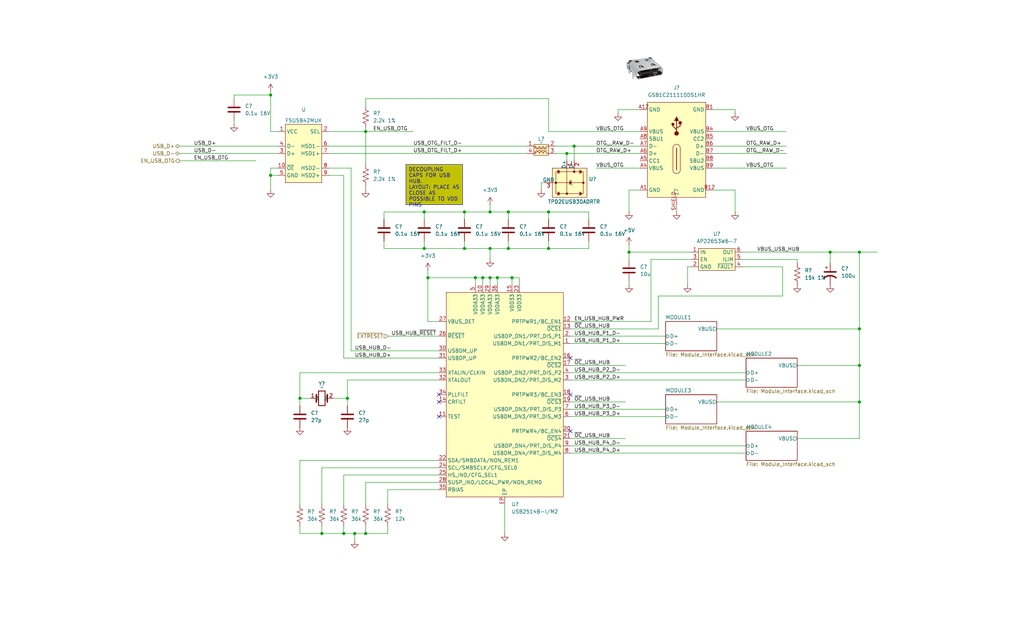
<source format=kicad_sch>
(kicad_sch
	(version 20231120)
	(generator "eeschema")
	(generator_version "8.0")
	(uuid "b1cec727-77d7-4b7a-87e1-53bc50d8b433")
	(paper "USLegal")
	
	(junction
		(at 298.45 114.3)
		(diameter 0)
		(color 0 0 0 0)
		(uuid "086a4caf-e41a-4e31-a59c-febdb67be85a")
	)
	(junction
		(at 190.5 86.36)
		(diameter 0)
		(color 0 0 0 0)
		(uuid "08cfd8ca-efb5-44c0-9592-6e45bee820e7")
	)
	(junction
		(at 288.29 87.63)
		(diameter 0)
		(color 0 0 0 0)
		(uuid "0f0170c4-bcfa-421e-8763-1224a5f27089")
	)
	(junction
		(at 111.76 185.42)
		(diameter 0)
		(color 0 0 0 0)
		(uuid "12f00abc-cdcd-4441-a5a8-a6b5917f5274")
	)
	(junction
		(at 218.44 87.63)
		(diameter 0)
		(color 0 0 0 0)
		(uuid "15891789-e8d8-4e34-a2f6-004dadca22ed")
	)
	(junction
		(at 93.98 33.02)
		(diameter 0)
		(color 0 0 0 0)
		(uuid "18918495-c3f7-46bd-b5de-77eb24078a43")
	)
	(junction
		(at 161.29 73.66)
		(diameter 0)
		(color 0 0 0 0)
		(uuid "1d06ccad-de62-4e22-9d54-39e6356bd9b0")
	)
	(junction
		(at 120.65 138.43)
		(diameter 0)
		(color 0 0 0 0)
		(uuid "311fd061-0f54-4ad9-b3ff-1a2c40e66375")
	)
	(junction
		(at 298.45 127)
		(diameter 0)
		(color 0 0 0 0)
		(uuid "373e3509-f33a-44e3-a42d-779a20ee530f")
	)
	(junction
		(at 148.59 96.52)
		(diameter 0)
		(color 0 0 0 0)
		(uuid "37ea5444-9e3f-4caf-8798-3f4bd8b3cb90")
	)
	(junction
		(at 170.18 73.66)
		(diameter 0)
		(color 0 0 0 0)
		(uuid "3a57b701-5309-4623-8fd6-fe44958fbd62")
	)
	(junction
		(at 127 185.42)
		(diameter 0)
		(color 0 0 0 0)
		(uuid "3e1e8f22-683f-40f4-97e0-f565c9eb576c")
	)
	(junction
		(at 147.32 73.66)
		(diameter 0)
		(color 0 0 0 0)
		(uuid "3fa3a812-7ab4-4e52-abb6-a041fa44fb9f")
	)
	(junction
		(at 176.53 73.66)
		(diameter 0)
		(color 0 0 0 0)
		(uuid "420302c6-4be8-49b4-a372-84a2f8f877ff")
	)
	(junction
		(at 298.45 139.7)
		(diameter 0)
		(color 0 0 0 0)
		(uuid "44ef6f1f-9041-4812-b81e-833f28d4c251")
	)
	(junction
		(at 123.19 185.42)
		(diameter 0)
		(color 0 0 0 0)
		(uuid "458692b3-e47c-4917-b5d1-6533816b148c")
	)
	(junction
		(at 172.72 96.52)
		(diameter 0)
		(color 0 0 0 0)
		(uuid "705dbb11-bc4d-42e0-81e5-116dc1a7badd")
	)
	(junction
		(at 176.53 86.36)
		(diameter 0)
		(color 0 0 0 0)
		(uuid "772da6bf-19d7-4a2a-9df5-4cca1aacfe74")
	)
	(junction
		(at 196.85 53.34)
		(diameter 0)
		(color 0 0 0 0)
		(uuid "774768b9-1c55-42d4-8fea-be9ce3634c32")
	)
	(junction
		(at 104.14 138.43)
		(diameter 0)
		(color 0 0 0 0)
		(uuid "8e4c57dc-b987-4f41-8e9c-928f4ad91c07")
	)
	(junction
		(at 93.98 60.96)
		(diameter 0)
		(color 0 0 0 0)
		(uuid "90324a5d-308b-4adc-a064-ca3dad72dee6")
	)
	(junction
		(at 199.39 50.8)
		(diameter 0)
		(color 0 0 0 0)
		(uuid "b482236a-0597-426e-844f-271ba3313c56")
	)
	(junction
		(at 167.64 96.52)
		(diameter 0)
		(color 0 0 0 0)
		(uuid "c14fa10a-eff5-419c-92c1-890544a5cb7e")
	)
	(junction
		(at 147.32 86.36)
		(diameter 0)
		(color 0 0 0 0)
		(uuid "c4e0a833-5d66-438a-aa7d-ca761e526b7e")
	)
	(junction
		(at 127 45.72)
		(diameter 0)
		(color 0 0 0 0)
		(uuid "c90e22dd-7244-4a44-ad1f-f912c0f9a594")
	)
	(junction
		(at 298.45 87.63)
		(diameter 0)
		(color 0 0 0 0)
		(uuid "ca01c2ab-201b-4689-8259-6354dad8d3cd")
	)
	(junction
		(at 119.38 185.42)
		(diameter 0)
		(color 0 0 0 0)
		(uuid "d2461fef-4a16-49ec-b86f-8c7dc54efa40")
	)
	(junction
		(at 177.8 96.52)
		(diameter 0)
		(color 0 0 0 0)
		(uuid "d7ddf102-e88e-41f5-be1d-1d2f15482a42")
	)
	(junction
		(at 170.18 86.36)
		(diameter 0)
		(color 0 0 0 0)
		(uuid "daa89c45-4829-4896-b909-91b9bc2a9946")
	)
	(junction
		(at 190.5 73.66)
		(diameter 0)
		(color 0 0 0 0)
		(uuid "e121a607-6c62-4a57-9830-ace136b435a4")
	)
	(junction
		(at 161.29 86.36)
		(diameter 0)
		(color 0 0 0 0)
		(uuid "e87ecb7b-848f-4724-a057-2cf26f1b1d43")
	)
	(junction
		(at 165.1 96.52)
		(diameter 0)
		(color 0 0 0 0)
		(uuid "f7ca2954-4505-4866-954b-851f588095c9")
	)
	(junction
		(at 170.18 96.52)
		(diameter 0)
		(color 0 0 0 0)
		(uuid "fc8d200d-7df2-40db-8b11-c2b9797b7e0d")
	)
	(no_connect
		(at 152.4 144.78)
		(uuid "000ffd4d-0916-4a28-92a3-9b9972c07b57")
	)
	(no_connect
		(at 198.12 137.16)
		(uuid "0743dd7c-f5da-44e3-a655-bd15d05e440a")
	)
	(no_connect
		(at 198.12 149.86)
		(uuid "1f7c72c7-af6d-4189-8c53-fb1f8e1abf2e")
	)
	(no_connect
		(at 152.4 137.16)
		(uuid "42ddbe27-ca57-4f46-88d5-9951bdbadc1d")
	)
	(no_connect
		(at 198.12 124.46)
		(uuid "4b4a5865-273a-4d0c-9d1f-a02e33324962")
	)
	(no_connect
		(at 152.4 139.7)
		(uuid "a224d00c-925a-4736-a392-986928039fa3")
	)
	(wire
		(pts
			(xy 193.04 53.34) (xy 196.85 53.34)
		)
		(stroke
			(width 0)
			(type default)
		)
		(uuid "04561830-6b1f-4ba2-b952-d5ffbcba136e")
	)
	(wire
		(pts
			(xy 81.28 43.18) (xy 81.28 41.91)
		)
		(stroke
			(width 0)
			(type default)
		)
		(uuid "08e994e3-12c3-43b2-9508-7709779547de")
	)
	(wire
		(pts
			(xy 152.4 129.54) (xy 104.14 129.54)
		)
		(stroke
			(width 0)
			(type default)
		)
		(uuid "0941a662-9807-42a2-a431-5502f1d3ce12")
	)
	(wire
		(pts
			(xy 207.01 58.42) (xy 222.25 58.42)
		)
		(stroke
			(width 0)
			(type default)
		)
		(uuid "096d18b0-36d9-475a-81fa-b4bb591c59a6")
	)
	(wire
		(pts
			(xy 234.95 71.12) (xy 234.95 73.66)
		)
		(stroke
			(width 0)
			(type default)
		)
		(uuid "099ac630-5c99-4660-b25f-5a7d968aa635")
	)
	(wire
		(pts
			(xy 114.3 53.34) (xy 182.88 53.34)
		)
		(stroke
			(width 0)
			(type default)
		)
		(uuid "0a5d0c1d-8f86-4a0c-b6eb-77d633e99c43")
	)
	(wire
		(pts
			(xy 298.45 114.3) (xy 298.45 127)
		)
		(stroke
			(width 0)
			(type default)
		)
		(uuid "0af32758-9a9d-4678-a0ac-304c8ff9494f")
	)
	(wire
		(pts
			(xy 247.65 38.1) (xy 255.27 38.1)
		)
		(stroke
			(width 0)
			(type default)
		)
		(uuid "0c2ae087-8be5-4338-97a6-c589d1743df0")
	)
	(wire
		(pts
			(xy 199.39 50.8) (xy 199.39 55.88)
		)
		(stroke
			(width 0)
			(type default)
		)
		(uuid "0cc4b370-682b-487c-a002-64f6536e58d8")
	)
	(wire
		(pts
			(xy 127 45.72) (xy 143.51 45.72)
		)
		(stroke
			(width 0)
			(type default)
		)
		(uuid "0e236d1f-1255-4553-a85f-3555a59557fe")
	)
	(wire
		(pts
			(xy 93.98 60.96) (xy 93.98 66.04)
		)
		(stroke
			(width 0)
			(type default)
		)
		(uuid "0fe8970a-2c9d-4c69-8765-0c4673a35ae3")
	)
	(wire
		(pts
			(xy 176.53 73.66) (xy 176.53 76.2)
		)
		(stroke
			(width 0)
			(type default)
		)
		(uuid "121eee50-381c-473c-9cc6-52920c4abe73")
	)
	(wire
		(pts
			(xy 93.98 31.75) (xy 93.98 33.02)
		)
		(stroke
			(width 0)
			(type default)
		)
		(uuid "13f1f4f8-da7e-4abf-af36-b2f56d69dffa")
	)
	(wire
		(pts
			(xy 193.04 50.8) (xy 199.39 50.8)
		)
		(stroke
			(width 0)
			(type default)
		)
		(uuid "1504e1d7-901d-4229-ac6e-3ad09ac22a02")
	)
	(wire
		(pts
			(xy 93.98 60.96) (xy 96.52 60.96)
		)
		(stroke
			(width 0)
			(type default)
		)
		(uuid "15aa3a95-18a1-4e5e-a029-976fbbd91649")
	)
	(wire
		(pts
			(xy 62.23 55.88) (xy 88.9 55.88)
		)
		(stroke
			(width 0)
			(type default)
		)
		(uuid "1754162e-ae5b-4dd3-b3af-95817210cdfd")
	)
	(wire
		(pts
			(xy 218.44 90.17) (xy 218.44 87.63)
		)
		(stroke
			(width 0)
			(type default)
		)
		(uuid "17dd0d4f-ea5b-4759-b1dd-b8c1a8f5d230")
	)
	(wire
		(pts
			(xy 119.38 60.96) (xy 119.38 124.46)
		)
		(stroke
			(width 0)
			(type default)
		)
		(uuid "17def084-0cb2-4736-bcb4-90182b8366a0")
	)
	(wire
		(pts
			(xy 218.44 87.63) (xy 240.03 87.63)
		)
		(stroke
			(width 0)
			(type default)
		)
		(uuid "19156af2-60f5-48cf-a0a8-4ee4a2046819")
	)
	(wire
		(pts
			(xy 133.35 76.2) (xy 133.35 73.66)
		)
		(stroke
			(width 0)
			(type default)
		)
		(uuid "1b7cd392-0bdf-4d58-9d05-5ed078057350")
	)
	(wire
		(pts
			(xy 134.62 175.26) (xy 134.62 170.18)
		)
		(stroke
			(width 0)
			(type default)
		)
		(uuid "1e73a5cf-284b-459a-a97e-84a82c6170b2")
	)
	(wire
		(pts
			(xy 167.64 96.52) (xy 165.1 96.52)
		)
		(stroke
			(width 0)
			(type default)
		)
		(uuid "1e75a94b-af5e-402e-b690-aecd183e87e5")
	)
	(wire
		(pts
			(xy 298.45 87.63) (xy 298.45 114.3)
		)
		(stroke
			(width 0)
			(type default)
		)
		(uuid "1f663dfb-b022-4441-ac62-ea1691456952")
	)
	(wire
		(pts
			(xy 190.5 73.66) (xy 190.5 76.2)
		)
		(stroke
			(width 0)
			(type default)
		)
		(uuid "21a73dd4-ffaf-4d1f-8d9a-12809678a003")
	)
	(wire
		(pts
			(xy 214.63 38.1) (xy 222.25 38.1)
		)
		(stroke
			(width 0)
			(type default)
		)
		(uuid "23e7c50b-6e38-41d5-8421-dd9dc1e3cae5")
	)
	(wire
		(pts
			(xy 176.53 83.82) (xy 176.53 86.36)
		)
		(stroke
			(width 0)
			(type default)
		)
		(uuid "247c7916-a32e-457a-b2d2-d77ca42b83f3")
	)
	(wire
		(pts
			(xy 119.38 165.1) (xy 152.4 165.1)
		)
		(stroke
			(width 0)
			(type default)
		)
		(uuid "24adab6e-99b4-426c-be33-fe9fefea94d6")
	)
	(wire
		(pts
			(xy 177.8 96.52) (xy 177.8 99.06)
		)
		(stroke
			(width 0)
			(type default)
		)
		(uuid "276891f8-07c9-4a4f-9614-0ae0f058b51a")
	)
	(wire
		(pts
			(xy 152.4 132.08) (xy 120.65 132.08)
		)
		(stroke
			(width 0)
			(type default)
		)
		(uuid "28354146-8f4f-41fc-8501-822ebd86f013")
	)
	(wire
		(pts
			(xy 134.62 170.18) (xy 152.4 170.18)
		)
		(stroke
			(width 0)
			(type default)
		)
		(uuid "283e9490-9179-4e0d-b470-8264c5de2451")
	)
	(wire
		(pts
			(xy 161.29 73.66) (xy 161.29 76.2)
		)
		(stroke
			(width 0)
			(type default)
		)
		(uuid "2abf3ad4-d560-4bc4-a953-84f7404907bf")
	)
	(wire
		(pts
			(xy 190.5 45.72) (xy 190.5 34.29)
		)
		(stroke
			(width 0)
			(type default)
		)
		(uuid "2af4efe4-e408-415d-9660-69b3ce47f837")
	)
	(wire
		(pts
			(xy 81.28 34.29) (xy 81.28 33.02)
		)
		(stroke
			(width 0)
			(type default)
		)
		(uuid "2cea9b51-14ec-4381-9513-685f2e3c3948")
	)
	(wire
		(pts
			(xy 104.14 140.97) (xy 104.14 138.43)
		)
		(stroke
			(width 0)
			(type default)
		)
		(uuid "2f7febc3-1637-4284-913c-fec6207699d6")
	)
	(wire
		(pts
			(xy 127 45.72) (xy 127 57.15)
		)
		(stroke
			(width 0)
			(type default)
		)
		(uuid "31befd2f-00e0-459d-a06e-7f0ab1b6e156")
	)
	(wire
		(pts
			(xy 104.14 160.02) (xy 152.4 160.02)
		)
		(stroke
			(width 0)
			(type default)
		)
		(uuid "3359547a-c922-4b73-af06-6a86f921e24e")
	)
	(wire
		(pts
			(xy 198.12 152.4) (xy 217.17 152.4)
		)
		(stroke
			(width 0)
			(type default)
		)
		(uuid "3422f1af-7b00-4ae9-a0ee-fc7c753787b8")
	)
	(wire
		(pts
			(xy 198.12 114.3) (xy 228.6 114.3)
		)
		(stroke
			(width 0)
			(type default)
		)
		(uuid "343ce307-8848-4eb9-b09e-20e87a7de983")
	)
	(wire
		(pts
			(xy 111.76 175.26) (xy 111.76 162.56)
		)
		(stroke
			(width 0)
			(type default)
		)
		(uuid "354f5858-b653-46e3-bda6-0fb580d5c1f3")
	)
	(wire
		(pts
			(xy 198.12 154.94) (xy 259.08 154.94)
		)
		(stroke
			(width 0)
			(type default)
		)
		(uuid "35c28ca5-d6dd-4590-8112-27a008de3ade")
	)
	(wire
		(pts
			(xy 152.4 111.76) (xy 148.59 111.76)
		)
		(stroke
			(width 0)
			(type default)
		)
		(uuid "363dd692-d2e4-4766-b3e5-76fea85accb2")
	)
	(wire
		(pts
			(xy 127 182.88) (xy 127 185.42)
		)
		(stroke
			(width 0)
			(type default)
		)
		(uuid "3692d590-5828-4020-ba8f-feeab750b6fc")
	)
	(wire
		(pts
			(xy 180.34 96.52) (xy 180.34 99.06)
		)
		(stroke
			(width 0)
			(type default)
		)
		(uuid "39152c17-5c49-4604-b89e-740833c3af88")
	)
	(wire
		(pts
			(xy 121.92 58.42) (xy 121.92 121.92)
		)
		(stroke
			(width 0)
			(type default)
		)
		(uuid "47a1451e-8a07-4ba8-9b33-e6be1e11db87")
	)
	(wire
		(pts
			(xy 133.35 86.36) (xy 147.32 86.36)
		)
		(stroke
			(width 0)
			(type default)
		)
		(uuid "4843d812-b91c-4f27-b8e6-5689db0f700c")
	)
	(wire
		(pts
			(xy 147.32 73.66) (xy 147.32 76.2)
		)
		(stroke
			(width 0)
			(type default)
		)
		(uuid "4b67b342-d6df-45cd-8fc8-a83a8c662b06")
	)
	(wire
		(pts
			(xy 198.12 116.84) (xy 231.14 116.84)
		)
		(stroke
			(width 0)
			(type default)
		)
		(uuid "4bd96431-c555-4b9f-be27-f475b2b6309f")
	)
	(wire
		(pts
			(xy 199.39 50.8) (xy 222.25 50.8)
		)
		(stroke
			(width 0)
			(type default)
		)
		(uuid "4e874357-430e-4dfc-971f-aa6ad4fd73c6")
	)
	(wire
		(pts
			(xy 104.14 175.26) (xy 104.14 160.02)
		)
		(stroke
			(width 0)
			(type default)
		)
		(uuid "5051093d-af80-49f8-968d-77ed88eca2a9")
	)
	(wire
		(pts
			(xy 170.18 86.36) (xy 176.53 86.36)
		)
		(stroke
			(width 0)
			(type default)
		)
		(uuid "50c13120-d150-4a88-8c60-5bf8732890c5")
	)
	(wire
		(pts
			(xy 170.18 86.36) (xy 170.18 90.17)
		)
		(stroke
			(width 0)
			(type default)
		)
		(uuid "50d43e6c-c79b-4b5c-b408-3b9e39a35b74")
	)
	(wire
		(pts
			(xy 104.14 138.43) (xy 107.95 138.43)
		)
		(stroke
			(width 0)
			(type default)
		)
		(uuid "5318f23b-5c52-4c83-b00b-5859224220f6")
	)
	(wire
		(pts
			(xy 196.85 53.34) (xy 196.85 55.88)
		)
		(stroke
			(width 0)
			(type default)
		)
		(uuid "535bbc4d-1903-48aa-9334-a54cc5ed57bf")
	)
	(wire
		(pts
			(xy 96.52 58.42) (xy 93.98 58.42)
		)
		(stroke
			(width 0)
			(type default)
		)
		(uuid "592a8c54-fd2f-4fad-a45b-6967482d1cc1")
	)
	(wire
		(pts
			(xy 190.5 34.29) (xy 127 34.29)
		)
		(stroke
			(width 0)
			(type default)
		)
		(uuid "59df5f82-dbb2-4af6-a599-9d03e4e9cd6d")
	)
	(wire
		(pts
			(xy 127 167.64) (xy 152.4 167.64)
		)
		(stroke
			(width 0)
			(type default)
		)
		(uuid "5ae3ed3e-ca93-41f5-b9c2-1604ef434c6f")
	)
	(wire
		(pts
			(xy 190.5 73.66) (xy 204.47 73.66)
		)
		(stroke
			(width 0)
			(type default)
		)
		(uuid "60acb221-99ef-47e7-9e1a-75d9ec64fd46")
	)
	(wire
		(pts
			(xy 165.1 96.52) (xy 165.1 99.06)
		)
		(stroke
			(width 0)
			(type default)
		)
		(uuid "6a4c15af-b391-4ec5-9e94-ffd781ede151")
	)
	(wire
		(pts
			(xy 147.32 83.82) (xy 147.32 86.36)
		)
		(stroke
			(width 0)
			(type default)
		)
		(uuid "6ab4faf1-f041-4d16-b69a-aa3aa67ff5c6")
	)
	(wire
		(pts
			(xy 133.35 73.66) (xy 147.32 73.66)
		)
		(stroke
			(width 0)
			(type default)
		)
		(uuid "6b03c510-0d4a-443d-be81-f9202b44628a")
	)
	(wire
		(pts
			(xy 167.64 96.52) (xy 167.64 99.06)
		)
		(stroke
			(width 0)
			(type default)
		)
		(uuid "6d3b0cdb-4c17-4dcb-8638-7d73331f7e87")
	)
	(wire
		(pts
			(xy 121.92 121.92) (xy 152.4 121.92)
		)
		(stroke
			(width 0)
			(type default)
		)
		(uuid "6daca26e-5912-4a7f-b0a0-0b00356cbaed")
	)
	(wire
		(pts
			(xy 119.38 185.42) (xy 123.19 185.42)
		)
		(stroke
			(width 0)
			(type default)
		)
		(uuid "6eed6774-d225-4d42-9768-01daaa8f31e1")
	)
	(wire
		(pts
			(xy 111.76 185.42) (xy 119.38 185.42)
		)
		(stroke
			(width 0)
			(type default)
		)
		(uuid "6fa286c5-91de-4382-8ce3-6acb768fb958")
	)
	(wire
		(pts
			(xy 187.96 63.5) (xy 189.23 63.5)
		)
		(stroke
			(width 0)
			(type default)
		)
		(uuid "75b02b45-cd0f-4523-8d1f-8be093aafc6c")
	)
	(wire
		(pts
			(xy 204.47 86.36) (xy 204.47 83.82)
		)
		(stroke
			(width 0)
			(type default)
		)
		(uuid "774cfad5-8585-4713-a862-942c11526d68")
	)
	(wire
		(pts
			(xy 134.62 116.84) (xy 152.4 116.84)
		)
		(stroke
			(width 0)
			(type default)
		)
		(uuid "79021e9f-41d5-45fd-9185-7e730b263471")
	)
	(wire
		(pts
			(xy 288.29 87.63) (xy 298.45 87.63)
		)
		(stroke
			(width 0)
			(type default)
		)
		(uuid "7a05749a-ede3-4098-9de5-55bb204214db")
	)
	(wire
		(pts
			(xy 226.06 111.76) (xy 226.06 90.17)
		)
		(stroke
			(width 0)
			(type default)
		)
		(uuid "7c4e4ac7-70ff-473c-bd95-27b2d9163f66")
	)
	(wire
		(pts
			(xy 218.44 85.09) (xy 218.44 87.63)
		)
		(stroke
			(width 0)
			(type default)
		)
		(uuid "7e686d82-8ffe-4bef-84fe-4379c252097d")
	)
	(wire
		(pts
			(xy 127 185.42) (xy 134.62 185.42)
		)
		(stroke
			(width 0)
			(type default)
		)
		(uuid "7f195f2b-178c-47a8-b20f-79d7006047aa")
	)
	(wire
		(pts
			(xy 93.98 45.72) (xy 96.52 45.72)
		)
		(stroke
			(width 0)
			(type default)
		)
		(uuid "7fbeeb80-5dcc-40f0-a127-ae187f20bd23")
	)
	(wire
		(pts
			(xy 228.6 114.3) (xy 228.6 102.87)
		)
		(stroke
			(width 0)
			(type default)
		)
		(uuid "8205d4da-b6d9-44fd-abbf-3fd51364ca1a")
	)
	(wire
		(pts
			(xy 298.45 87.63) (xy 304.8 87.63)
		)
		(stroke
			(width 0)
			(type default)
		)
		(uuid "82dbe6a5-b6ad-4acf-8193-0444d2b1794a")
	)
	(wire
		(pts
			(xy 298.45 127) (xy 298.45 139.7)
		)
		(stroke
			(width 0)
			(type default)
		)
		(uuid "8322b994-d935-40db-97c3-bc629e0622d2")
	)
	(wire
		(pts
			(xy 147.32 73.66) (xy 161.29 73.66)
		)
		(stroke
			(width 0)
			(type default)
		)
		(uuid "8586bd4f-f0b1-407b-b963-935692f780f1")
	)
	(wire
		(pts
			(xy 198.12 132.08) (xy 259.08 132.08)
		)
		(stroke
			(width 0)
			(type default)
		)
		(uuid "85bae380-d8bc-4410-ba3d-f465dc83e171")
	)
	(wire
		(pts
			(xy 134.62 185.42) (xy 134.62 182.88)
		)
		(stroke
			(width 0)
			(type default)
		)
		(uuid "882b5bef-29d0-41e7-b43e-f06e4e565954")
	)
	(wire
		(pts
			(xy 119.38 182.88) (xy 119.38 185.42)
		)
		(stroke
			(width 0)
			(type default)
		)
		(uuid "88563149-c4a1-4dcf-a632-976aeecc4889")
	)
	(wire
		(pts
			(xy 187.96 66.04) (xy 187.96 63.5)
		)
		(stroke
			(width 0)
			(type default)
		)
		(uuid "8a8bbe90-059d-45c5-b270-9959f242b579")
	)
	(wire
		(pts
			(xy 214.63 39.37) (xy 214.63 38.1)
		)
		(stroke
			(width 0)
			(type default)
		)
		(uuid "8d25ed9c-6022-42b4-92b7-6ede030d9fb0")
	)
	(wire
		(pts
			(xy 104.14 129.54) (xy 104.14 138.43)
		)
		(stroke
			(width 0)
			(type default)
		)
		(uuid "913827d4-4824-4245-8bfd-d8f5c1c25e19")
	)
	(wire
		(pts
			(xy 170.18 73.66) (xy 176.53 73.66)
		)
		(stroke
			(width 0)
			(type default)
		)
		(uuid "937a65ca-fcd4-4327-8038-13120b342cf3")
	)
	(wire
		(pts
			(xy 255.27 73.66) (xy 255.27 66.04)
		)
		(stroke
			(width 0)
			(type default)
		)
		(uuid "9622af92-b7ce-4902-9e59-cccc0f09b41a")
	)
	(wire
		(pts
			(xy 196.85 53.34) (xy 222.25 53.34)
		)
		(stroke
			(width 0)
			(type default)
		)
		(uuid "9795c8f7-7477-4e60-ac82-77c2fc77c50c")
	)
	(wire
		(pts
			(xy 198.12 144.78) (xy 231.14 144.78)
		)
		(stroke
			(width 0)
			(type default)
		)
		(uuid "97da9af3-e2ec-4f80-817e-7451a78ac8bb")
	)
	(wire
		(pts
			(xy 198.12 142.24) (xy 231.14 142.24)
		)
		(stroke
			(width 0)
			(type default)
		)
		(uuid "981dfadb-8d34-484e-86da-0384cbc0bcf1")
	)
	(wire
		(pts
			(xy 271.78 102.87) (xy 271.78 92.71)
		)
		(stroke
			(width 0)
			(type default)
		)
		(uuid "9847e395-d98d-41cd-9043-17dc03cc9975")
	)
	(wire
		(pts
			(xy 147.32 86.36) (xy 161.29 86.36)
		)
		(stroke
			(width 0)
			(type default)
		)
		(uuid "9d0ca2d8-ef6f-4239-998d-e3e90701631d")
	)
	(wire
		(pts
			(xy 288.29 87.63) (xy 288.29 91.44)
		)
		(stroke
			(width 0)
			(type default)
		)
		(uuid "9d64468f-67a9-4c62-9d3f-166f6ba62004")
	)
	(wire
		(pts
			(xy 127 64.77) (xy 127 66.04)
		)
		(stroke
			(width 0)
			(type default)
		)
		(uuid "9e844643-134b-4334-8653-26b90f8ebc09")
	)
	(wire
		(pts
			(xy 148.59 93.98) (xy 148.59 96.52)
		)
		(stroke
			(width 0)
			(type default)
		)
		(uuid "a24788c9-32a2-4aa0-b39d-9bfa8b867285")
	)
	(wire
		(pts
			(xy 175.26 175.26) (xy 175.26 185.42)
		)
		(stroke
			(width 0)
			(type default)
		)
		(uuid "a621d1f8-21fc-4a2b-a944-ccc0c6dd4767")
	)
	(wire
		(pts
			(xy 247.65 50.8) (xy 273.05 50.8)
		)
		(stroke
			(width 0)
			(type default)
		)
		(uuid "a748025c-47e9-4cc4-96fa-6f43e245a7f5")
	)
	(wire
		(pts
			(xy 198.12 129.54) (xy 259.08 129.54)
		)
		(stroke
			(width 0)
			(type default)
		)
		(uuid "a8b15e31-b937-428f-8a74-1cc593d54ad2")
	)
	(wire
		(pts
			(xy 248.92 139.7) (xy 298.45 139.7)
		)
		(stroke
			(width 0)
			(type default)
		)
		(uuid "a904780f-bbae-4f86-920b-6f93d267512a")
	)
	(wire
		(pts
			(xy 238.76 92.71) (xy 240.03 92.71)
		)
		(stroke
			(width 0)
			(type default)
		)
		(uuid "a98a72f0-ab1f-4aa3-b2b3-69c3865ef151")
	)
	(wire
		(pts
			(xy 198.12 111.76) (xy 226.06 111.76)
		)
		(stroke
			(width 0)
			(type default)
		)
		(uuid "ab6bb9d7-e72a-41d8-a4ce-bc8ae87366eb")
	)
	(wire
		(pts
			(xy 247.65 45.72) (xy 273.05 45.72)
		)
		(stroke
			(width 0)
			(type default)
		)
		(uuid "ae5c9b6f-f321-4159-9126-ba620c972ffd")
	)
	(wire
		(pts
			(xy 276.86 90.17) (xy 276.86 91.44)
		)
		(stroke
			(width 0)
			(type default)
		)
		(uuid "aea90096-10da-4d71-9ec7-ed23bec04a1a")
	)
	(wire
		(pts
			(xy 218.44 66.04) (xy 222.25 66.04)
		)
		(stroke
			(width 0)
			(type default)
		)
		(uuid "af61e549-01aa-419c-b3ae-f86d11ccbaa6")
	)
	(wire
		(pts
			(xy 247.65 66.04) (xy 255.27 66.04)
		)
		(stroke
			(width 0)
			(type default)
		)
		(uuid "b0d1d9d9-a89b-4355-9a1c-ef7185eda647")
	)
	(wire
		(pts
			(xy 114.3 45.72) (xy 127 45.72)
		)
		(stroke
			(width 0)
			(type default)
		)
		(uuid "b2ebcdf9-efc2-470a-be83-d644488527c9")
	)
	(wire
		(pts
			(xy 123.19 185.42) (xy 127 185.42)
		)
		(stroke
			(width 0)
			(type default)
		)
		(uuid "b3d6f243-499f-4f90-a085-260492d27b09")
	)
	(wire
		(pts
			(xy 127 44.45) (xy 127 45.72)
		)
		(stroke
			(width 0)
			(type default)
		)
		(uuid "b42e16a6-ad33-4351-a155-25d2b0fb8e47")
	)
	(wire
		(pts
			(xy 111.76 182.88) (xy 111.76 185.42)
		)
		(stroke
			(width 0)
			(type default)
		)
		(uuid "b4dce48d-01e4-424b-9756-0925f28eda8b")
	)
	(wire
		(pts
			(xy 176.53 86.36) (xy 190.5 86.36)
		)
		(stroke
			(width 0)
			(type default)
		)
		(uuid "b4f3f031-d20f-4362-95a3-4c8da5dbc4a2")
	)
	(wire
		(pts
			(xy 104.14 185.42) (xy 111.76 185.42)
		)
		(stroke
			(width 0)
			(type default)
		)
		(uuid "b5775545-89d7-434c-8a50-336fd2490e3b")
	)
	(wire
		(pts
			(xy 204.47 73.66) (xy 204.47 76.2)
		)
		(stroke
			(width 0)
			(type default)
		)
		(uuid "b5e9ab6f-4bec-498b-a0ac-6ba17ec19b90")
	)
	(wire
		(pts
			(xy 172.72 96.52) (xy 172.72 99.06)
		)
		(stroke
			(width 0)
			(type default)
		)
		(uuid "b74d5c2e-3f09-46e4-9bd2-88c062ccd555")
	)
	(wire
		(pts
			(xy 257.81 90.17) (xy 276.86 90.17)
		)
		(stroke
			(width 0)
			(type default)
		)
		(uuid "ba554a95-9d21-41aa-b643-26ea014e029e")
	)
	(wire
		(pts
			(xy 247.65 58.42) (xy 273.05 58.42)
		)
		(stroke
			(width 0)
			(type default)
		)
		(uuid "bd0115dc-0aa9-42a3-ac84-dd0a2546d1d0")
	)
	(wire
		(pts
			(xy 161.29 73.66) (xy 170.18 73.66)
		)
		(stroke
			(width 0)
			(type default)
		)
		(uuid "bd388b65-86d1-402e-b27c-ceff4b71a309")
	)
	(wire
		(pts
			(xy 123.19 185.42) (xy 123.19 187.96)
		)
		(stroke
			(width 0)
			(type default)
		)
		(uuid "bd8808f6-27b7-49b0-9bb2-19b12dbd785f")
	)
	(wire
		(pts
			(xy 167.64 96.52) (xy 170.18 96.52)
		)
		(stroke
			(width 0)
			(type default)
		)
		(uuid "bf2bd2e6-f3fe-4de1-b2bb-b899e6eea7b9")
	)
	(wire
		(pts
			(xy 276.86 127) (xy 298.45 127)
		)
		(stroke
			(width 0)
			(type default)
		)
		(uuid "bf37287a-1c87-48ae-b855-b569b9077308")
	)
	(wire
		(pts
			(xy 170.18 96.52) (xy 172.72 96.52)
		)
		(stroke
			(width 0)
			(type default)
		)
		(uuid "c51d66d8-7db3-4b83-8317-a999c3bd0f0a")
	)
	(wire
		(pts
			(xy 257.81 92.71) (xy 271.78 92.71)
		)
		(stroke
			(width 0)
			(type default)
		)
		(uuid "c5a0c949-4952-4802-9dde-d1603269b828")
	)
	(wire
		(pts
			(xy 111.76 162.56) (xy 152.4 162.56)
		)
		(stroke
			(width 0)
			(type default)
		)
		(uuid "c5ce8703-7222-4d72-a65c-08b84d067e13")
	)
	(wire
		(pts
			(xy 93.98 58.42) (xy 93.98 60.96)
		)
		(stroke
			(width 0)
			(type default)
		)
		(uuid "ca06bf74-8019-4ae3-9f5f-89b4185c36b0")
	)
	(wire
		(pts
			(xy 226.06 90.17) (xy 240.03 90.17)
		)
		(stroke
			(width 0)
			(type default)
		)
		(uuid "cc4aeb55-d3af-488d-b28e-2308f23f9b99")
	)
	(wire
		(pts
			(xy 148.59 111.76) (xy 148.59 96.52)
		)
		(stroke
			(width 0)
			(type default)
		)
		(uuid "ccf8b443-c467-402c-a385-336df67a9a4e")
	)
	(wire
		(pts
			(xy 120.65 138.43) (xy 120.65 140.97)
		)
		(stroke
			(width 0)
			(type default)
		)
		(uuid "ce2380b3-5d24-4005-9ec9-5ede30ef1ea1")
	)
	(wire
		(pts
			(xy 119.38 175.26) (xy 119.38 165.1)
		)
		(stroke
			(width 0)
			(type default)
		)
		(uuid "d51d814c-a2aa-41d2-8614-1d556fa3e164")
	)
	(wire
		(pts
			(xy 247.65 53.34) (xy 273.05 53.34)
		)
		(stroke
			(width 0)
			(type default)
		)
		(uuid "d8daf47c-3811-4b74-9c93-fd1b446b2589")
	)
	(wire
		(pts
			(xy 198.12 157.48) (xy 259.08 157.48)
		)
		(stroke
			(width 0)
			(type default)
		)
		(uuid "d8fc89c2-797d-40bc-8d26-1a5e14815ce0")
	)
	(wire
		(pts
			(xy 198.12 139.7) (xy 217.17 139.7)
		)
		(stroke
			(width 0)
			(type default)
		)
		(uuid "d962ea58-9954-4cd2-b662-b2618c5f387d")
	)
	(wire
		(pts
			(xy 172.72 96.52) (xy 177.8 96.52)
		)
		(stroke
			(width 0)
			(type default)
		)
		(uuid "dad87e8c-6bc8-4545-af09-a308609a7828")
	)
	(wire
		(pts
			(xy 218.44 73.66) (xy 218.44 66.04)
		)
		(stroke
			(width 0)
			(type default)
		)
		(uuid "db8c9f4f-6496-42c1-b99e-a0b10c4dda2e")
	)
	(wire
		(pts
			(xy 127 175.26) (xy 127 167.64)
		)
		(stroke
			(width 0)
			(type default)
		)
		(uuid "de007728-473b-4e1b-a050-af676a98aeee")
	)
	(wire
		(pts
			(xy 62.23 50.8) (xy 96.52 50.8)
		)
		(stroke
			(width 0)
			(type default)
		)
		(uuid "deed8de2-db31-4e5c-bc79-54d8e1c59ffe")
	)
	(wire
		(pts
			(xy 93.98 33.02) (xy 93.98 45.72)
		)
		(stroke
			(width 0)
			(type default)
		)
		(uuid "df847cd0-c20f-45b2-9de3-f872a619e020")
	)
	(wire
		(pts
			(xy 161.29 83.82) (xy 161.29 86.36)
		)
		(stroke
			(width 0)
			(type default)
		)
		(uuid "df8cba9d-8b0e-4115-914a-d00b96d67e09")
	)
	(wire
		(pts
			(xy 161.29 86.36) (xy 170.18 86.36)
		)
		(stroke
			(width 0)
			(type default)
		)
		(uuid "e04b4f6f-d9a9-4762-8ea3-6b035d89bf3f")
	)
	(wire
		(pts
			(xy 176.53 73.66) (xy 190.5 73.66)
		)
		(stroke
			(width 0)
			(type default)
		)
		(uuid "e18a5d2a-0db4-4b0f-945c-7a7ac3d54cda")
	)
	(wire
		(pts
			(xy 228.6 102.87) (xy 271.78 102.87)
		)
		(stroke
			(width 0)
			(type default)
		)
		(uuid "e326ebc6-94f3-4c3b-bb0f-4964621b8200")
	)
	(wire
		(pts
			(xy 115.57 138.43) (xy 120.65 138.43)
		)
		(stroke
			(width 0)
			(type default)
		)
		(uuid "e3e2be2c-9e29-4f13-9a2e-90b059be6093")
	)
	(wire
		(pts
			(xy 104.14 182.88) (xy 104.14 185.42)
		)
		(stroke
			(width 0)
			(type default)
		)
		(uuid "e4e4ad3d-5805-4ab1-8e40-587f14dc7f1c")
	)
	(wire
		(pts
			(xy 119.38 124.46) (xy 152.4 124.46)
		)
		(stroke
			(width 0)
			(type default)
		)
		(uuid "e53a9f4f-fb66-4444-86bd-1a1503eb7a3b")
	)
	(wire
		(pts
			(xy 114.3 60.96) (xy 119.38 60.96)
		)
		(stroke
			(width 0)
			(type default)
		)
		(uuid "e602e180-1684-4405-b519-034b69e3a50b")
	)
	(wire
		(pts
			(xy 190.5 83.82) (xy 190.5 86.36)
		)
		(stroke
			(width 0)
			(type default)
		)
		(uuid "e6bdf2fd-a643-4ffb-aa27-db819bcb05c2")
	)
	(wire
		(pts
			(xy 81.28 33.02) (xy 93.98 33.02)
		)
		(stroke
			(width 0)
			(type default)
		)
		(uuid "e78665b3-2a23-4f0a-81e8-9d868933d9fa")
	)
	(wire
		(pts
			(xy 170.18 71.12) (xy 170.18 73.66)
		)
		(stroke
			(width 0)
			(type default)
		)
		(uuid "e7e6f9ac-5278-400c-9442-2edc6df572e7")
	)
	(wire
		(pts
			(xy 255.27 39.37) (xy 255.27 38.1)
		)
		(stroke
			(width 0)
			(type default)
		)
		(uuid "e8bf05e2-93da-472b-95b5-b9a574088a6d")
	)
	(wire
		(pts
			(xy 133.35 83.82) (xy 133.35 86.36)
		)
		(stroke
			(width 0)
			(type default)
		)
		(uuid "e904b08e-64d1-40f7-ae4a-a3225d880124")
	)
	(wire
		(pts
			(xy 148.59 96.52) (xy 165.1 96.52)
		)
		(stroke
			(width 0)
			(type default)
		)
		(uuid "e92bd7c7-533e-4cb4-901d-ee00935bcc64")
	)
	(wire
		(pts
			(xy 114.3 50.8) (xy 182.88 50.8)
		)
		(stroke
			(width 0)
			(type default)
		)
		(uuid "e9724d31-fd3a-4ec8-98ee-3c78c6d7dc2a")
	)
	(wire
		(pts
			(xy 198.12 127) (xy 217.17 127)
		)
		(stroke
			(width 0)
			(type default)
		)
		(uuid "ed57758a-38de-4d76-a92e-ca1f06551fad")
	)
	(wire
		(pts
			(xy 238.76 99.06) (xy 238.76 92.71)
		)
		(stroke
			(width 0)
			(type default)
		)
		(uuid "eef993bb-bb88-47dc-9cb9-cfdaf19df6e0")
	)
	(wire
		(pts
			(xy 257.81 87.63) (xy 288.29 87.63)
		)
		(stroke
			(width 0)
			(type default)
		)
		(uuid "efe1c7ef-7aaa-4848-b37b-92315d36c1d8")
	)
	(wire
		(pts
			(xy 248.92 114.3) (xy 298.45 114.3)
		)
		(stroke
			(width 0)
			(type default)
		)
		(uuid "f161a17a-6a9c-46a2-aca4-f98324ecaf3e")
	)
	(wire
		(pts
			(xy 127 34.29) (xy 127 36.83)
		)
		(stroke
			(width 0)
			(type default)
		)
		(uuid "f426594e-a9a4-4fd7-9da8-6e73ec42ea39")
	)
	(wire
		(pts
			(xy 298.45 139.7) (xy 298.45 152.4)
		)
		(stroke
			(width 0)
			(type default)
		)
		(uuid "f498acc1-09e1-4558-84f2-3c76201ba4ce")
	)
	(wire
		(pts
			(xy 190.5 45.72) (xy 222.25 45.72)
		)
		(stroke
			(width 0)
			(type default)
		)
		(uuid "f700e8f9-535a-4b8b-b340-2888e102e7c8")
	)
	(wire
		(pts
			(xy 218.44 97.79) (xy 218.44 99.06)
		)
		(stroke
			(width 0)
			(type default)
		)
		(uuid "fb52762a-f843-46f5-b792-01cf88147ebe")
	)
	(wire
		(pts
			(xy 170.18 96.52) (xy 170.18 99.06)
		)
		(stroke
			(width 0)
			(type default)
		)
		(uuid "fbda5a95-c3bc-4d77-8987-7d8430f53bee")
	)
	(wire
		(pts
			(xy 198.12 119.38) (xy 231.14 119.38)
		)
		(stroke
			(width 0)
			(type default)
		)
		(uuid "fc1c6de7-170b-419c-b570-e980da9e9a48")
	)
	(wire
		(pts
			(xy 120.65 132.08) (xy 120.65 138.43)
		)
		(stroke
			(width 0)
			(type default)
		)
		(uuid "fc88f9ff-e4ec-4ba4-a077-6222e6217679")
	)
	(wire
		(pts
			(xy 177.8 96.52) (xy 180.34 96.52)
		)
		(stroke
			(width 0)
			(type default)
		)
		(uuid "fd85ef46-ff04-45bb-b55b-d2d76a2d1d47")
	)
	(wire
		(pts
			(xy 190.5 86.36) (xy 204.47 86.36)
		)
		(stroke
			(width 0)
			(type default)
		)
		(uuid "fd9f91b8-c71b-456a-9213-e9b5cd50df35")
	)
	(wire
		(pts
			(xy 114.3 58.42) (xy 121.92 58.42)
		)
		(stroke
			(width 0)
			(type default)
		)
		(uuid "fdb5ae56-be05-412e-a7cb-8e828f723266")
	)
	(wire
		(pts
			(xy 276.86 152.4) (xy 298.45 152.4)
		)
		(stroke
			(width 0)
			(type default)
		)
		(uuid "fdcc8f26-f46b-4ae5-8386-551916285dc5")
	)
	(wire
		(pts
			(xy 62.23 53.34) (xy 96.52 53.34)
		)
		(stroke
			(width 0)
			(type default)
		)
		(uuid "fde78c33-9601-4bd0-972d-3412417a23a3")
	)
	(image
		(at 224.155 23.495)
		(scale 0.0594016)
		(uuid "467e6900-fa13-4a7e-a871-6e02867d5cda")
		(data "iVBORw0KGgoAAAANSUhEUgAAA8gAAAMdCAYAAABHoV+eAAAACXBIWXMAAA7EAAAOxAGVKw4bAAAA"
			"EHRFWHRsb2dpY2FsWAAzMDQ5LjI097smaQAAABB0RVh0bG9naWNhbFkAODQ0LjA1MZ0Lp9IAAAAo"
			"aVRYdHN1Ykdlb21ldHJ5TGlzdAAAAFVURi04AHN1Ykdlb21ldHJ5TGlzdADcxulSAAAgAElEQVR4"
			"XuzdaZPjxpnu/SsBbrX3qm61WpbGHk+E5ZjF3/9LnOfFRIznHHvCE7ZlWeqlNq4A8nmRuIGbSbCq"
			"epPU7v8vGs0i1gQIgnkxATDEGKMAAAAAAPjEFXkPAAAAAAA+RQRkAAAAAABEQAYAAAAAQBIBGQAA"
			"AAAASQRkAAAAAAAkEZABAAAAAJBEQAYAAAAAQBIBGQAAAAAASQRkAAAAAAAkEZABAAAAAJBEQAYA"
			"AAAAQBIBGQAAAAAASQRkAAAAAAAkEZABAAAAAJBEQAYAAAAAQBIBGQAAAAAASQRkAAAAAAAkEZAB"
			"AAAAAJBEQAYAAAAAQBIBGQAAAAAASQRkAAAAAAAkEZABAAAAAJBEQAYAAAAAQBIBGQAAAAAASQRk"
			"AAAAAAAkEZABAAAAAJBEQAYAAAAAQBIBGQAAAAAASQRkAAAAAAAkEZABAAAAAJBEQAYAAAAAQBIB"
			"GQAAAAAASQRkAAAAAAAkEZABAAAAAJBEQAYAAAAAQBIBGQAAAAAASQRkAAAAAAAkEZABAAAAAJBE"
			"QAYAAAAAQBIBGQAAAAAASQRkAAAAAAAkEZABAAAAAJBEQAYAAAAAQBIBGQAAAAAASQRkAAAAAAAk"
			"EZABAAAAAJBEQAYAAAAAQBIBGQAAAAAASQRkAAAAAAAkEZABAAAAAJBEQAYAAAAAQBIBGQAAAAAA"
			"SQRkAAAAAAAkEZABAAAAAJBEQAYAAAAAQBIBGQAAAAAASQRkAAAAAAAkEZABAAAAAJBEQAYAAAAA"
			"QBIBGQAAAAAASQRkAAAAAAAkEZABAAAAAJBEQAYAAAAAQBIBGQAAAAAASQRkAAAAAAAkEZABAAAA"
			"AJBEQAYAAAAAQBIBGQAAAAAASQRkAAAAAAAkEZABAAAAAJBEQAYAAAAAQBIBGQAAAAAASQRkAAAA"
			"AAAkEZABAAAAAJBEQAYAAAAAQBIBGQAAAAAASQRkAAAAAAAkEZABAAAAAJBEQAYAAAAAQBIBGQAA"
			"AAAASQRkAAAAAAAkEZABAAAAAJBEQAYAAAAAQBIBGQAAAAAASQRkAAAAAAAkEZABAAAAAJBEQAYA"
			"AAAAQBIBGQAAAAAASQRkAAAAAAAkEZABAAAAAJBEQAYAAAAAQBIBGQAAAAAASQRkAAAAAAAkEZAB"
			"AAAAAJBEQAYAAAAAQBIBGQAAAAAASQRkAAAAAAAkEZABAAAAAJBEQAYAAAAAQBIBGQAAAAAASQRk"
			"AAAAAAAkEZABAAAAAJBEQAYAAAAAQBIBGQAAAAAASQRkAAAAAAAkEZABAAAAAJBEQAYAAAAAQBIB"
			"GQAAAAAASQRkAAAAAAAkEZABAAAAAJBEQAYAAAAAQBIBGQAAAAAASQRkAAAAAAAkEZABAAAAAJBE"
			"QAYAAAAAQBIBGQAAAAAASQRkAAAAAAAkEZABAAAAAJBEQAYAAAAAQBIBGQAAAAAASQRkAAAAAAAk"
			"EZABAAAAAJBEQAYAAAAAQBIBGQAAAAAASQRkAAAAAAAkEZABAAAAAJBEQAYAAAAAQBIBGQAAAAAA"
			"SQRkAAAAAAAkEZABAAAAAJBEQAYAAAAAQBIBGQAAAAAASQRkAAAAAAAkEZABAAAAAJBEQAYAAAAA"
			"QBIBGQAAAAAASQRkAAAAAAAkEZABAAAAAJBEQAYAAAAAQBIBGQAAAAAASQRkAAAAAAAkEZABAAAA"
			"AJBEQAYAAAAAQBIBGQAAAAAASQRkAAAAAAAkEZABAAAAAJBEQAYAAAAAQBIBGQAAAAAASQRkAAAA"
			"AAAkEZABAAAAAJBEQAYAAAAAQBIBGQAAAAAASQRkAAAAAAAkEZABAAAAAJBEQAYAAAAAQBIBGQAA"
			"AAAASQRkAACA9y7GqBhj3hsA8DM3ynsAAADg7eSh2J6HELb6AwB+nmhBBgAAeA98OM5bkPPgDAD4"
			"eSIgAwAA3FEefH3/29xlHADAT4uADAAA8IZoHQaAf0whclQHAAC4lVWZYoxvfE2xn+ZNpwUA/Hho"
			"QQYAAHhHIQSCLwD8A6AFGQAA4I72VZtuCsd+mpvGAwD89GhBBgAA+IAIxQDw8SAgAwAA3NHbhl1O"
			"wQaAjwMBGQAA4A34oOtv3LXv9GsAwMeDgAwAAPAWhsIxIRkAPm4EZAAAgDfgQ3CMUU3TEJIB4B8E"
			"ARkAAOANWSBummarIyQDwMdtlPcAAADAzSwg+86uTS6KghtyAcBHioAMAADwFnw4zvsZC8rWj+AM"
			"AD9vBGQAAN7SvtNoP6YQlK/Dhy77UFD0oXLo55CGhuflNvm0Zmi5vn+M26dL13WtqqpU1/VOV1WV"
			"qqrSZrPRarVS0zQqikKz2Uynp6c6Pj7W4eGhxuNxN+88NOflyZ8DAH4aBGQAAN6CD1aehZ/bgk4+"
			"nbltureVBzC/fD8sH+99shAqbZ+GHGNUVVWSpNFotLPsfLjvP1Teoen9+vrlWpnqutZms9F6vdZq"
			"tdJisdB8Ptf19bUWi0XXz55vNhtdXV3p9evX2mw2Go/H+uyzz/Qv//Iv+vrrr/XFF19oMpl0y/Hr"
			"bf28ofIBAH58BGQAAD6gPAi9SfjJp5V2px8aR9odbx8/vQ+b++b7Jm4qg4XToXFs2fZoN7/y4+bl"
			"89PEGFXXdRd889ZfP6yqKq3X6y4YL5dLLRaLLgzP53PN5/MuIF9dXWm5XGqz2Wg+n+vq6kqbzUaj"
			"0UgPHz7U1dWVLi8vtV6v9ezZM52ennYtyf4mXhaUh8Q4/EUCAODDCzH/hAEAAHey7yPUt1DaowU8"
			"626TT2vyllf/aPz8b1pWPl3+fEheHml4efmjsenrulYIoQuKQy2sdrqzJJVluRMWfTlsfGsJtrBr"
			"3Xq91nw+1+XlpebzudbrtZbLZReA5/P51rjr9VqbzUabzWbrVGsfsEMIKstSkrTZbBRC0GQy0bNn"
			"z/Rv//Zv+u1vf6vf/OY3evToUbfOq9VKIQRNp1OVZbkThEMIquta6/VaMUZNJhOVZbmzHQEAHwYt"
			"yAAAvIGbwuFd5NPfJA+AIbx5y+6+8YfKbf32TfM+2DpYZ8GwKIqun9QHXguk1i9vAbbQatcE+1Ok"
			"7TRpC73X19e6uLjYCcg+GG82m27+1uKbd7Yeo9FIs9lsK9Sen59rvV53p4KPx2NtNhvdu3dv8PTw"
			"GIdb0Y0F8fzLAQDAh0FABgDgjiy0SSkgWdjbF1z8cB8MbR5+vPzvfP5+HB/S/KNn00rb5bagZcNs"
			"XHPT+kjDy9rnbcat67orQ4xRm81m53RnC7MWcC0IWyi2wLtarbrWYGtZXq/XqqqqC9i+ldqXpSzL"
			"LtD61y1v0bbwbjfpms1mKopC3377req61mKx0KtXr/Sv//qvevLkiabTqaT+dGu75tq/HkVRaDKZ"
			"dMur69Ta/ibbEwDwdgjIAAC8Jz7kDMmD0D4+CNnfQ9P5MJsH3qHxh+Th2Muf3yQPb/lzY/MMIWi9"
			"Xuvi4kKr1WorwG42m671eLVadS2/dv3varXaupGWhWMfiq1VOW8NtkevKIqtzsKorYNtzxD6llzr"
			"ZwF5NBp1oblpGr1+/bori12jvFqt9PDhQx0cHCjG1Hpu8ze2HDut2soa4+2tzQCAd0dABgDgjiwg"
			"5f2kPvhZkMnZePn0++ThyPf3bHl5y7Z11s+ulTVD87HHvPPD8+ny5Vg3FOb8PMuy1GKx0B/+8Af9"
			"7W9/0/X19VYr8fX1ddfyu1qtupthhRC68Gyh2k619uHXyuFbgqXtG2X57Sptr0u+DWx97IZb/rpk"
			"Oz3cprNyWdlWq5UuLi707bff6t///d/1/PlzzWazLgT7ZfrHENJp3Pa8adLPSeXbFQDw/hCQAQB4"
			"B3nIel/ysGQhzZ8ObEHU/t7Hj2fuMt2b2rcM/9yforxYLPSnP/1J//3f/62XL1/q+vpadV1ruVzq"
			"8vJSq1X6jWE7zdjPz7aHX48Q+hZe+0LAB0obnm9TP988rPppbXobHmNqBbaWYymdIm6tyjFGLZdL"
			"/fDDD93p36PRSOv1Wp9//rnu3bu384VJvs0AAD8uAjIAAHfkA5UPTp4FqX18IMvD0NA8/bhVVWm5"
			"XHatlmVZdi2kRZFOD86nD6G/9tmX2w+zMvu/pd3y3UWMfQj209vy67q/e/VisdCf//xn/dd//Ze+"
			"++47VVWls7MzFUXRnUZd17XKstTR0ZGKotByuVRVpd9EtrLmnV+2BWtbN3/qsnU5K59/9Jqmv4P1"
			"eDzu5lnX6UZdTdNoMploPB5rPB53p1zbKeQvX77U7373u27+s9lsa562DF9ue33zsgAA3i8CMgAA"
			"b8AClQWXPFTm4/m/LfD48JP3s/HsuR93s9louVyqaRqNRiONx2NNp1NNJhNNp9O9gc7mafO34VZ2"
			"X1YvH2blyQOwXwfr7Lkfbsqy1Gaz0fX1dXejLQuQIYQuMEp9GPUh0UKk9bf1GSqvPdrfNj8/3OTb"
			"zdbBj+/n5UOrjRtjH8TtC4umSaeEX1xc6H//93/VNI3G47FWq5W++uorPXjwQLPZrDt9W9pdF6kv"
			"b15OAMD7Q0AGAOAN5OEkfy5tBzMfcH1Ia5rdnyna19n1tTZNURQaj8eazWY6PDzsbvo0nU67Fs27"
			"2hfC/N/2WFXppllVVXXr5svl18k6v+5lWWoymXTXBF9dXenw8FAPHjzQ69evdXl5qfV6rRDS7wkX"
			"RTodumkaXV9fd63l4/F4a75+OZ6FZ789rLz2uvkvFCyU5uvmlyWlgG93n95sNlvDxuOxQkjXSa9W"
			"K8WYArP9HNR6vdZf/vIXXV9f69tvv9Xvfvc7/frXv9azZ8+6O1xbWazcVp4Q9n8BAgB4PwjIAAC8"
			"AR+i8k7aDsU+OA51PiD7oJz3s3nYMiwg2zC7IdRsNutCcn6KsC+fPdrfvrz+0f8t9QHZh8J8/XxQ"
			"zqcvy7L7GSRb90ePHunrr79WVVX6+9//rsVi0U0bQrpJlY0bY3/Nr7Fy+E7a/eIifz7UL5/Pvi6E"
			"vuXa1tv65y3KdZ1OEbfW5PU6/U7zfD5XVVXd7yRvNhs9e/ZMp6enms1mW2UCAPx4QuTICwDAnVlI"
			"app02qwPtXmXD/PPfeCy+ebyYObHsTDmW1Unk0l3urW/BtZ+gkjqW1B9oPXl848+mFoI9GW3MvrH"
			"/G/PTkm2+VgZXr16pT/+8Y/6n//5H/3pT3/S+fl5t37W2lxVqdXaQu1QuPWPeX9p95TofJx8+9qj"
			"D8NVla5/9l9C2Pr4aX35bL5VVXWnkR8cHGg2m2kymejp06f6zW9+o2+++UbffPONHj161C3P5mvL"
			"yucNAHi/aEEGAOCO6jrdhMmCjt10yfr50JeHTwtX9ncuD0DW4miBUtoNcn45VpbxeKzlcnnngGzT"
			"50HelzvG3YCe84Eyf/SBzpZZVZWKotDx8XF3yrSV8dtvv9X5+Xl3urVtG5s+n6/97QN0XlZffj+O"
			"36b5cL9sH4bz7WHD821k5bJtbOWzea1WK52fn2uxWHTjWIvy6empJpPJVnkAAB8eARkAgDtar9d6"
			"9epV9xu9drrsZrPZauG0zrNh43F/IybrL+0GSntu0+WPnoWuGNOdri3ID43n57uv88Pz6fbJ1yPv"
			"L/XlNHWdftIphKAHDx5oNBrp8PBQp6en+v3vf6/vv/9ei8VCIaTt5oOytL1tfD/PxvfLtZA9NO7Q"
			"NgghhVw/jn2BYOs0tG29ENI1xfYlgA/M9nNXi8VC19fX+v777/XNN9/o888/767FbhquQQaAHwMB"
			"GQA+cdvV+Nt9qKq5leO2+e+Ut+uRzWH7YUuMMY0dpZQ1QhoxRsXYP7Ugklo86+5uyxcXF6kVuW1J"
			"rqtaMaYAVRTpNN6iLFWEQqEIfRm6gFNIsjL4NQqpPC4Abf/VFs6taz9+UJRUN40UpagU2LuuiQpB"
			"CkWhVKJ2+e0cO8HK2887tP0HdeX35doW2+3cr6q1+Ep13bTXJh9oNBppNB4rhEKL5VKhKPT69Wst"
			"5osu8NtPWuUh0ead+rv1c0WycJuX1f5Kj+20VuZuQNsjWKtw7F7zpokqykJFW6Y0us213Y5St+2j"
			"opq6UVRqNW9i1MXlpTZVpfVmo+VypaIoVFWVHj9+rKOjYxVFUJGdBSD1+1vOAroP7f45AGAYARkA"
			"PjKuvv+e9EHpRrGNDh+qgt0WIt42+5hvg9SjjyNdQe1hR1QKZpJUFG2AiSmwWfAoyz50VFWtq+tr"
			"vT6/0OvX57q6vuqGSUp3NC5SQApF0c7TWhXTONGKpZCeyMqcFTDaf9bf0lXW2w9La51tmLTsLiC1"
			"q9NPnv3lXtfurzRgYN6eK99eNo+oum4UJRVFqVD0kzVNo1CUOj461ufPnqkoS92//0D/+79/0p//"
			"/Bf97dtvtd5sdHpykm5iFYoUYGP7pYaiFNoW6tAG4aZRHRulrV4oSCnEBqXXW2m6LstG28QhbY+Q"
			"wnCapJ1OSssuomITFJuoJjZq4vbZA10ndduxXUTaz2KjEIr0hYBSuTfrjf76179qtVxpvdno9fmF"
			"fvvNN/ri+XOdnpxoPE77VFWl38OWpIODg62AnLdcDz0nJAPAfgRkAPjE7c09A1J4GGb18Jvq3tt1"
			"dfekCybq/x+YT1bX7/jeUVJoZxbzga2+ZVVdAOqHSVI/PMZGy9VKV1dXury81GK51GZTKQT7Td7+"
			"t3mtdbgogqQsHIdUkK71eg8r89D6K4S2gG7g4IgmhTSpH80HJj/l+wlNN8+jiVJsGoWQAnLhylQ3"
			"jaSg0Xis09MzjcfpN55DCKrrRovFQufn56qbRuvNpj31uGw3SbqJmCRFhbYlN0hF2hdsnWNU+sKk"
			"3QTb+1Owf+lZsG2X+qQvNtJfabKgEAqpiG6tbfx+u/fTpWeSlScNbxqpKNL2aJqo9XqtFy9fSv/3"
			"/2q9XqtpGi2WSz1//lwPHzzQdNb/FJRn+7T3fl5TAPi0EJAB4BPXtnHdbs9oWZ28e57Xza2/Dyt9"
			"YEjjRwUF2XWlafwhft4xWhC1CfIFd0vpe8V+mWnaPsxauI0xXXe6Xq81ny90eXml+XyhGKWyTL+B"
			"WxQhBb02GPfBqA1Hbh36v/dsyEH5uHGgnzTcz7Ph+6Y3Nw17dzGmG1GFEFSW6cZhMabree3u0FLq"
			"f3x8IimF47IcaTKZ6i9/+Yu+++47zecLFUWp0Sj95nOMUZvNxp16nL64kEYKob8ZWVRUm6M7PkRu"
			"/y351zGEFEDTqdXpdHV73YeCaL+f+/0uyvbDENI146vVSiEEjcdpHWezAzVNoxcvXmo+X+jVq9f6"
			"29/+pv/4j//QP//zr/Tksyc6PDzQwcGBpP4mbk3T30wt7ZupVbkL6m05hsoKAOgRkAHgE5O3Mu3I"
			"6s83BeitWd2WvW5wpzp77P5Ly+2mSX/kFf+ubEE22RYbPyiF4xhTZwFISj/L42/GVVWVUrgrFUIK"
			"w3YNqD1/f4bmNbQyQ+N5fvjQ9Oa2+Xw4Fux8wBuPxzo+Ptbjx49VFOl3n0ejkRaLhV6+fKnlcqm6"
			"rjWZTFzrfTq1OsZ0Krd/bWKMe1c9f9268Xe+VPGttEGSb6FPj/veXza8adLwskw33rJgm85CSD8f"
			"ZXdJtxvA1XWt0Wikqr1z+pPPPtPh4WF3w7fblgkAuDsCMgB8QmKMitofFCw/9dXqoNieGtz3sSDQ"
			"9vB5QdK+OrmF0D5QRPkl9Wz49jKiYhdSJLuOMiiEvsXZL9v+7vtvLyuEtr9bTtM0XSCR0p2G7a7Q"
			"IaRgHGNqresCcUhbpHuu/YHlU2dhVUrbyH5Gym9P62KMGo1GOjo6UlEUOjhIN/G6urrSer3WDz/8"
			"oPV6rdlspqOjI927d0/j8bgLlU2TArLdBboo+jtB2/z3Sa3QiR8vL5+tgx/P1s/G81+e+IBt/Zum"
			"/5kuP+zg4KAb/8WLF/o//+f/08uXL3V5eaFf//rX+vLLL3V2dtYtw29bXw4plS1fDwDAMAIyAOCd"
			"WLXbqtx9Pbz9I9pf+ZjuWdfLwkX7zIXXu7AgkKbZDtRSar1rmlp13XQtxUWRlhFjVFXVWq1WXSC2"
			"ALRcLrufcfJBZF8gwTALc1La3vZTRzH2pwXbdreWVfvpp+k0XXu7XC6733X+/vvvtV6vJUmTySTd"
			"vEvqvsiwZViALIr+N6U93y8fnr/WdwmeIWyHfRvXj2PPrfXb1ne1Wqksy3Tjt3ZbrFZL/fWvV1rM"
			"r9XUlVarlWKMev78uY6OjjSdTnfWj/0RAN4OARkAPiEhhJQVb6o7Z8OsxTgX2vAalGaZB4v0tA+s"
			"fcXdj5UHiuHW4LSQfnhQcOXsA0cKRHbNqbVORsWYHqsqhQtrJe6v22xU1013amuM20HYpmua9JNE"
			"FvLw5mzb2RcOtl/4VtCmSa+FD3uTyUSfffaZzs7O9Pz5cz1+/Fj//d+/1//7f3/Q69evtVwudXx8"
			"rAcPHmg6naosy+4U+bIsdXh4qKIots4QkPr9Mg+Weci1sGr7zL5x8n3DWshtGn/NtK2X7zefzxVj"
			"1Gw203Q61WQyUVVVWiwW+vv3f9dyudDl5WW7r9f66quvui8PpL78AIC3Q0AGgE/MbRXo2LX0ts/b"
			"in0nZJHZEvJ70gcWKQVsC79SCrq17DpOH8DTqarpdFULv/4U3hhTQF6v11s3dLLQY+Nbq2Z+XasP"
			"VdYPb85vNwuVUh+c0+vZB2cfPmezmU5OTrq7W49GI202KUifn5/r/Pxc4/FYMUaNx+kGXha0q6pS"
			"URTdPuGX5Q0t17q8bEP8sBj7QN006fRum97OUrD+kv3edjql357buOma5KUuzs9V17UePHig+/fv"
			"6+nTp930tkx79P393wCA/QjIAABJ6oNxG0z7/90fQelnc7JW5VT3zvvF1M/93mw7pBvHnvm4EaMF"
			"l9Tqux1wN1oul10rrx9up077gOw7H3yk7etMjW/9C2H7lN/RaNSFjjwE3YRg0rMvIWzblmW5NczC"
			"Ywgp/Nq2s5BYVen3f2OM+vLLLzWdTjUej3VwcKD//M//1MuXL/X9999rsVjo4cOHOjg40HQ6VVVV"
			"ur6+Vozpi49+vpLf+3y4HBJCf4M2ey7Z/jocnm0fss72zRjTvrtYLLb2SZvHYrHQYrHQ1dVVt8/V"
			"daP59VyvXr3Sd999pxcvXqiqqq5MeTlsO/t9lv0RAG5GQAaAT0xege90SXXPcCkNGqhf53Vuv4g2"
			"ckjqrwGOsWnHscp8f/doH2p9S3CM6RRUu5t0Pq4f34b5sCBth15jwcXkp8jatEWxe/1q/hy389vM"
			"B0zPXhN7LfxrKqXTlKfTqR4/fqx//ud/7sb585//3AVKC9Q2DztrwE6/tv2gKPrrk225+T5hrF8+"
			"vGlSy6+dol9VVVfmfJ+zfdXWx7doS/1+Zl/02BcK4/EorVN7DfLl5aWurq7UNH0LtN/fh7YpAOB2"
			"BGQA+IR0lWcXgoNdzxst+7bP018DoXi3oh1jH5JTvdyHXgsDUXVdabVatwHXB9vtU5zzzoZZ4EjL"
			"2Q4CeSjwASsPM2kbtKvdzjMPPTau8cP8cu4aRHy5P1X+NZF2W/Hz18y/tiGkVuXRaKSmaTSfz7XZ"
			"bPTo0SMdHBzo2bNn+vOf/6w//vGP+u6773R9fa3r6+vup5AsBJdl2f1k1Hg81mQy1mSSrvWdTCbd"
			"MB+iravrdBO3pkl3yJbSOtgXN/P5XNfX113ZLCj79anrdPq0rYd94dM06fr22WzWLd8H6KqqFEJq"
			"AR+N2rDcflFk28j+HtqXAQB3Q0AGgE9cVGzDcVC0bLyV4awCnp51AbMLwrtdCr7bLWRWyV+vLSDv"
			"Ds+f58NCSKe4Wjjx4cDz4cD+toDSDXPT+Ol9kPWBwx7zZXmEkpuFsH0X66bZbjn128+G+dfAAq4N"
			"DyHo8PBQR0dHun//vu7fv6+joyM9evRIL1680HK57G6AZa3Jdlq2ddPptOssJPuAbMuW0o3F7PeX"
			"rRwxpjMb7HTo8/NzXZyf6+LyUtfX190lAf7LnhBC9x6wYbZv5vt9Wv+oENptEIZbufN9NXfbcABA"
			"QkAGgE9IF/TaJuMu6sX2mT36fuor103TqK76n0myynzq0s2FUsuWf0z9rbJvj77zy8iF0IdiC0kh"
			"9GHXT+fLmbNAYde25uXJxzW2HAtLdd3frEvaHvem8JEv41Nkr6XUn/Lst6+9RhYO/XCbzsKk3YzL"
			"uqIodP/+ff32t7/Vr371Ky0WC61Wq+6mbBaQDw4Ouht4lWWp0XiscdsybfuZD/G+a5r+7tplma77"
			"DSGF3dVq1QXkly9f6ocfftCLFy/08uVLXVxc6Pr6um0FTutn19HbPjkej1UU6fRqfyO5EILG44mm"
			"04lijFos0l2uU+t3+o3nfN/K90kru7T7RQQAYBsBGQA+IakiHRXb8GsVZx8Ahh6ts59CqqtaeUCu"
			"qj4gW3//aPOQnc/dlccEhbaVzDrJhXpXqb8pEHg2ni3bgo/UB4ecD0fG/z003b7lY1u/D/Svs/1t"
			"wz0/vN8H0zW51jLsQ/RsNtPx8bFCSKdDbzbppm62bxZF0f2skgVh3/ky+Xnn7xFfNimF9qqqdHx8"
			"rJOTk63u6OioC8l26vV6vdZ6ve6+bLHlhtB/OWDrZEG+KIr2vZcC+mQy6e7mbWXz87Ft6bc5AOB2"
			"BGQA+KSkkFs3qRXOh1gLEfmjjWNdVdVqagsOuyHb+ADhg6mx8fPKu59uiAUUY+P7cGN8SDB+er98"
			"H0ZMXaftZOtowSNfTv5c2g17fjmfqhj73/8tikKjUaqG+H3IXkdr6bdhtk/atNaCa9NbZ0FYStf5"
			"HhwcSBoO4bYsW8bQeP71tvHT+6B/f9i4ZVnq9PRUBwcHOjs706NHj/TZZ5/p9evXuri40MuXL/Xi"
			"xQudn59rsVhstRSv1+tu/iGk30e2v6Wo1WqtzWbVXQM9m810cHDQlScve77/+XkDAPYjIAMfoXet"
			"aN91+ryCZW6b7m3dtVxv60PP/y72bVPpbuWK2q642+NQ17Q3x1Jsx7hD0WYAACAASURBVFFUUzeq"
			"2lOeYxwOyPnfNk6MKUQ07enVtiq2PCu/r4hbUNlXMQ+hb/3K++8TJSlGKYTudmF+2Z7N3x6lgdeg"
			"nU8+bRrU9xsq55sYmv/7dpdl3GWcIbbubzu9lOZhXzRYq620fb1xjH1Lv99vbB/0bD42zOZvr3kI"
			"KWjbsmJM1yLn85F231c5v4/ZOE3Tt/ZaaC/LdBMwa+GdzWY6PT3V9fW1zs7OdHBwoKOjo+4mYtfX"
			"11qtVlunVPsWbSnt7jE2is1uq3I/Tr9th14jvx39ugAAthGQgY+Mr7y9TYU1n35o2nwczyqHQ9O9"
			"rXwZ+9ZrX/+7yNfJzyNf/tvM/y5sOTFuBy2r0N5p/dppLfxaYK2bWnWVfgKmexwIuHWdTjv1YcPK"
			"4zsfOPx4KZ1aAO6L5Q2V369vbmj8oX6mkOQXftNr6e2bp2/btm1kf0u7rd83LcPbt7x90w+Nn/eL"
			"cfi9Z/2GhuXy/W1feUy+H0h3X86Q/PWy8vhyNU1qobUAGML2zdmsn7G/fTltHAvQfvht6yztL79N"
			"ay3YvgVZ2g7NZVnq4OBAo7LU4eFhd0Oxi4sLXV5e6vz8vGtRvry81HK5VNP0lyX069D+/vJ0ohCk"
			"yWTSbSNbRwv+fpvlbNtKqfxD/PZ7F/u28bvOFwA+NAIy8A9oX8XEWKXUP/+p5WUIYbflz+TPh3yo"
			"Sthdlm2GtvHQ9L7SGuNuSPX9mxhVN9unPFtl2p8aXdW16uwU6Rj731YdKsfdWTje3sa3bXNb5tB4"
			"Q/32eZNx7yJ/nfJtM7S8GHffQ0PjSbvzH9qn9xka7y7L8fw+FML+4GSGhhub3sYZKp+5aZjUtxrb"
			"vELozzgw+16PGPv3jHTz9rfp/RcfN41/F1ZW2xZWnrxcIYTuhmATd5fs4+NjXV1d6fDwsLtBV1mW"
			"ur6+7u7ybu/vVF63zZXWZblcaj6fa7lcdnfKltJp5Rbe85Zoaf+2yveTfeMBwD86AjLwkbGKi/3t"
			"+YrkUMVS6iu49revFFk/Pyxfhg17E3k58sraEF9Js+e5vN9NZb9pu+XP97mpLDm/vLy/f4wxVai7"
			"YOtD7kDArepam6r/WRjf+Qq6f/TlzrcL3k6+b93kpv1gyND4Jt9/PP8654/299B7w8YxQ8F1qBta"
			"zl3YtBYApe3fKPaBzt4L9ihp627Pfp4htK2sbt2GtoE0vP3uKp/WWqjzxxB2A/9oNNLR0dFWKC6K"
			"dOOw2Wymy8tLzedzLRYLLZdL9xvJtWJMx4nlMv2clLVAv3r1SsfHx1vbx+Zry/F36M63kdRvn5u2"
			"kd+H7sLvIwDwMSEgAz+Bu1Ya9lVE9vV/E3eZh41z1wrw0DyHpsn75c+l4Xm9K6uw+RYe6+8f35av"
			"ZPptlv9twVVqfzapDcEWivPOAnLTpFOpN23rks3Ty5/v867rireXv69y+14bP/6+aT3b3/P5+Wn9"
			"vp/vq/lwC3s2nh/fj3sTP5/8CxwbZgHZym6dTbdv+/myevl47yqfv5RCcr7thviwap0PyEdHR7q6"
			"utLV1ZUuLi5UlqVWq5XqulZZFopNo7IoupbnGKNWq1X3E1Ixxq1rrsuy1GQy6ZZrnQ23zhtav7dl"
			"ryMAfEwIyMCPLMbdgGZ8xWSoYnFbxcVXHK1SOWRoOXk/YxVYK3cIu60i0nB5PV82/+iH5fL1yQ31"
			"M/uGxZhOM7blW2Xcxt83nTS8rYxtI9/iZcHWltc06TRoaxWy6Sz8+s63Gvsg0cTY33xLu+UdWo98"
			"HLyb27bnbcP3vU9um872P9sfrJ892t/+/ZnP0/Yj24/9dN0+1r7PTQh9cLV93B/D/Hz8/Px8jYXB"
			"ENK1u7a/+/H9/i6la2Wt1VhKrcp1vX26tJXb+uXrPbSe++TTen4d/bL9PG35Q53xAXk0GnXh+PLy"
			"smsZnkwmury81GKxaANyqfGo1Hg80v379/XkyROdnJyoKNL1x/azUXZMa5rUmm3LsO1oNxCzx8lk"
			"otEoVQdv2nfy53f1ttMBwE+FgAz8RIYqcW/rpsqeucs476s8ubedr69w3pUt6223r69kD1V8Y9wN"
			"CNbfnwrqQ7IPAlaR9QE5f9y3XBPb1fLr1/0dpNDeRGtnWMvPCz8fMd6+z4Zwty+i7jIf3xkrQ77v"
			"+f1d2l1OCNvX5Jp8PjGmFs8Y0/vFv09sOVV7hoSVZTQadXeELsvtG0vZcr18+/gy5sPe1r7ta18i"
			"WNn9eH75+Xbz6zidTvvrlieT7sZd4/FIs9lUR4dHOjs71cOHD7vffLbfVm6apttGtg3tdfFh2Vqs"
			"p9OpDg4OupA89BoCwKeGgAz8BPIKyL7KyL7+Q5W8oX7SbgVV2r0rr7Rb4R3qv28cs6+/F8LNrbBD"
			"z/MWJSvLUGXTd0PLCSFdp5j3k9LymqZvvc3DbYzpN1wXi4U2m83Wts2n84++/H6aXF5WY+vTPlEo"
			"3r4CO7RcvJk33fbvc5uHsBsIjS+XBVq/bHs/WAiSdtfF3jcmxvSFUAipxbcobj4t17+X/PvC3gv2"
			"/rHf//VfGG02G202m+4Mi7pOrab2e79HR0ddN5vNtk4dtnLb8oa2+U3vPWl3W+T2Dffr7t/nfjkh"
			"pBZdK6MNs3Ds//YtvoeHh1qv15Kk6XSqo8MDnZye6PjoSAcHBzo4OFDTpN9Qti/dyrK/jjt/HWxe"
			"o9FIy+VSs9lM6/W6C8u2Te319ev8ttsNAD42BGTgR7avMjHUf1+FRLp52Ptiy8grv/vctUz5fPxy"
			"7joPL8bdVq99y7DAmgcI62eVed8a7INuVVVaLBZbLcB55wNxvhyp/3mYu9gZL+z/csWvPz5Od3nt"
			"QrYP5Px+4Ofn9/Whfcjma+HI79P23Ka1EOrfT/b+sfdJXaefFKuqjaoqva+Wy6Wur6+7uy5bSPaP"
			"FpCrqlJZlppOpzo8PNTx8bGOjo50cnKik5MTnZ6e6uTkRMfHx91p2/l2sX75tnhX+bxsGfny/RcJ"
			"IfQh2coVQv+Fnf/ywQLubDZTVaWfu0qnYR/q5PhY0+lERZFahC302hcYFpCLom/NttfHntsXfHaM"
			"8yF5Npt1XzxYOW4ytN4A8DEjIAM/AV+Z8JXPIfv6e77ClbN+fj5D40nD5bK/900j7Y6bG1q2n58v"
			"41D/m5ZtrOJny8pDqv292Wy2fhJlX8U+7/w8htZR2g0a0nAY9pVmz+a7b/4xRilGNXVUTD9IvDPv"
			"u3ibabBt33tlyL7tnU+XP8/FuP0+H3qveHm/EFKIs3Dr+/tg5vdZ/x6yzsKsBav1eq3VatV1dvdl"
			"/9zCsI1v18taWaw89h60LoR0irUFt8lkorIsdXZ2pmfPnunp06d6+vSpTk9Pu5Zkv32s8+s9tP2G"
			"3DZ83/s1n862b9NEDb31Y+xPg5a2p59MJqpr35I+08FsprJM1x1XVaX5fN6F5PyO1RaS87/tNbXX"
			"YrFYdKddHx4e6uDgoAvKtj/k6+X57QoAHzsCMvATyCtU78pXTPJKii3LKolSamnw/X3lZ9/0d/Em"
			"45qbpsmHxbgbeH3nK/F58LWuqiotl0tVVbrjq03nx8un8cuwyu6+7WX9bnpN3pWFY2n79c0N9cNP"
			"L9+vzW2v123Dpd1x8ue2bNuvrZ/t8358ey/4QGwtvD4Y2+/wWmfB2Ifh7Xmkny1qmv7mXPa+kvqf"
			"drL3aFmmm0tNp1OFEFRVlc7OzhRC0GSSflPYhpVlufWesG7fNn8bd5mX3472d1FIMe4m5KZJN9OS"
			"+lZkKS1nNBp1w2ezqabTiSbjcTddjLH7ssGWs9ls2kCerke2/raNfUC2zra37Qf25YV9KXGX1mQ7"
			"PgLAx46ADPzILGgNyStVb1PhGJq3LdMqwptN+h1dqzyWZbqb6ng83qpM2bx8mYfK46cZkve3537+"
			"/jHvl5ffTsGMsQ+3d+nyUJA/+uVL25XVfB1MPo31G+ovDY9vhpaxs09IKiQXkXenu+n1uKlsuLub"
			"tuHQdjdD2z9/jfPXL59fPo98vHx8L4QUkmJM76W63r7reh6EV6uV5vO5lsul1uu15vO5Li4uuuvw"
			"fWC2afMvlvzftowY+1ZN3+Jp4w+x6efzuYqi6E7VtmXXdTqmNc120Jd2t0n+3LtpmMlfQy+E7WO3"
			"rVf+upmyLLfWuQ/IKRjbevUhNR0BLARL/WnzVZXukm/huCzT9cz+WGbT2L5gYuxPvbZ9YLPZdNd8"
			"2+eDrcPQdvLrDQAfKwIy8DPlK1JDlSop9bfKp3+0YfbcV1irKp0WaeNZMLbT6yaTdG2brzjdJK8M"
			"+QrUkBj7Ux3zMvr18H/b+E3T32jGV8Qt/OaP9rd/Lg2f9mysfwj7T9WU+tfktvWVdl+//Lktx/fP"
			"+3XLCZJCkC/9vnXBz9O+fca/jn7fy4ftY/u330fz/VVK82qavtXQgpA/Ddpag+fzua6vr7VYLLrn"
			"l5eX3VkYNr69H/3+msLc9tkU9p60fnas6UNh/7634f74VBTpWtyTkxPdu3dPR0dHmk6ng3dg9us8"
			"tL3f1l3mddPrlYfSGHdDpe0jIaSALKWW9CIUiortYWC3ddxe1xhTgLYbgNn2kfoziOw18ts+xhSS"
			"/XHUlhNC0Lhtvbbx83IDwD8CAjLwI7tLhcIqPPmj/9sqMFbJtcqqD4Q2PO/nKz52fd/h4aFOTk66"
			"1gKrbEq3l9lX0vzjvnJbOX15rJy+vH6YBdwYh0+x9svI2bpYRfC29ZF2y3+TfH75c18hzodJw69v"
			"vmx7vRSlUEhy89maXurCc9MMt8QNlQHvbt923dff2PCh/cD4edj+7Pd/e39Y599fNjzG9GWTb3HN"
			"jx++VXi5XGqxWHQtyHlLsc3DlzWE/nRpfwyR0jpZS3EI6dhjrZypbI2qKi3f9vfJZKLDw8Ous2D8"
			"4MEDPXz4UA8fPtT9+/d1eHioskw3u/LHCyuTbQN7PmRf/31svW06P/1N84qxD6fGv1dtG8aYQq61"
			"6pZl2wJcN0rv9OFl2vrb/G0b2zz7+fV3yy6K3bMKbJ+x18vmb9d6S/26AMA/EgIy8BOyClaMw5Vc"
			"38+PaxVfX7H1lVabxodMPx/flWW6S2xVpbsym+l0ulPBNb4s9mjlytfDntt4dd1f05iX0Srcvr//"
			"25Yn9ZXenFXkfIXO9zcx3l6xy9dziC/Hm1Qabxpu0+fL7fpLWy3IUltdtvL6/tk8blouPryh/dAe"
			"93V+PM+G2/vMv8/z972NU1XpFFz/ZZq9J30Lsg/I1pps4diW5edv+2YI+8OxPfptYPOKUWqa1LJs"
			"17ymuzYf6fT0VKenpzo6OtK9e/f08OHD7rn91JEPgJ7fhtKPs//7ZQwtz6+/f7RyWj9r/ZXsOmUL"
			"+rUU+/nY8VVK62uviQ/I9prYOLl82fa6bDbppobWv2kaHRweauzKlh+P8ucA8LEhIAM/MquwWecr"
			"qXWdQqIPvHlF1MbJp0uVzN0wlC8vhNRyE2NqSfCB2pevrmuNRqOutcBXnHyl2Mrky+/L7udv87V+"
			"Nr092vxzVu68Ujk0rrQbQnzlU+qns/naOP5vP47/e8hQefy8fQU2L9tN/Hy7aUKQohS3YnAmBAUN"
			"V1Tvuuxh7zLtP458P9i3TfP+9tr7FmB7b9j7IH9v58N9/3x/u0vXNNtncOTv3zwg+0c7Xti4fr5+"
			"3SyQWbn8cmw7SOlUX2MBzs5mOT091YMHD7qW4rOzMx0fH+vg4KD7rV5bnq1Lvr2lfln+fee325uw"
			"18w/z/nlSdl7t2XbRtqep39N/baMMaoogtL7z+bXflnWTmPrb9vaz9u3Dvufb/KvjY1vfPntkhy7"
			"2dqonYeUSiSlY41Jpdt+DgAfEwIyPgr7KjT+A90qatbff8AP9X8bXTlsHlvlCvZvUJSkGFVVtVar"
			"pexOrlVVK/1OqDvVsapUV5WqulZT16rbSkzTNGrqRnWT+jdNW8GJrmIlKYRCoQgq/HZoh6bnQSGk"
			"7dHEqLpJlebFYim1lazlcpV+4mNU9vMJQbGJafmuYta0FeaqrlO5q1p1bY+17I61Nn7dNIptpSxG"
			"dWEvSFJw5Q4p6GnndUt/b/XaYgPsMbZ/97Gy7yO1S2nZvH1LbVBUbMcb3hclpQK5weklST263nv2"
			"ZSnYvx3br2GrL1ymX5sgpTK9F24+2XqmXu9rOR+PfeucB5Sm6UOo9Ze279Zsw/243Xu+fe/YvH0g"
			"DP490j7aPtbt63YMjFFN+/fWe7ctw3o9fGfq/NRqXwapD7e2Xlbebr91y/T9bdrxeKyDg4Outfje"
			"vXu6d++e7t+/r3v37uns7EwnJyc6PDzsroHN55nP27ZXt41Cf0qz3542jmfzsmF5l0/vx7O/ff98"
			"nXM+MNu4fv6pPIUkK1eQFNP/hV1+YfMI3fAY7ZKWSk1MX740TWpZDkWh2M5b7TxDoXT0COkYbPOr"
			"60ZNs9Fmk84yms5mipJG7anb+T0d8m0jhVSk/hkA/KwRkPFB+MrFu8grCZ6vRNjfVgH1H9j7+g+5"
			"qdypktIOl1Llookpp4SgEKJCDIq7k0rqp1+ulnrx4qWur6/7QLzZqKr6Vp00bj+tLU8xtnWNoBAK"
			"FWVUKAqVMZXDxrX/0mqkArVbQ1JbwZMUilKlVaxC0KaqFK/nWq3WqRUoBIXCKn62YrFdbyvjdgU1"
			"NtuVcN9JbV2sLX/adumuzEq97b/u71RitdXB3FC/JG2qdpld337ewWZsY0XJtmI/zPqn8W5YnKRs"
			"ur5vtw7pmXuyJfXsy6r29XPPt5/uEbZn8gby5W3zA3e3xdB75mPxpmWPsW8xtedSCjoWHmNMLXd1"
			"XW+dqmytcT6QrtfpZ3psPp4tw4fQoihUFoWKskyPbacQ2v0rPRYhHRej0i7RtPMPbRdjfxrtur1j"
			"9XK51HKx6Lu2zJuqUtOW0bqqSoHJ7lkg9aFfSqcI23XBVm4fLkNIp1OfnZ3p0aNHevbsmR4/fqz7"
			"9+/r6OioO4PFzmKx8vrpbb5S/zrkAdbG86+Xn4cPqD78d9vanaLsl+H5fWjodZT2j2PLt3XMh49G"
			"6aee+nKnU9IVo6KCQlGqCE16kUN63bsnUvrisqklBVV1mnY8magsCxVF2XZBKRy3k0pSVt6mabRY"
			"LvXi5Ustlksdtqe4T0M6K6kdMe1vfv2CZB+M7s9O9nQvm6UrFgB8EARkfFAxDn9zvq8Csc/Q+EP9"
			"pNTfPsz3LXtf//zvofGkvv6Ql8CqJP6DPP0dlW5AU2k+X+j8/EKXlxddZdJakJomSrLKd5EqLcEH"
			"1DSs66/whpWFoBilqKgY0/r165iC87pppE2Vzbdfjq3POwupEp/+vG0lbhs+bH8pw84s+9WK7Qu3"
			"Pbx3Q1n2DNrT+w7efsq3c5fl+X3m05AHG+ssFNhza6GzR0maz+f64Ycfup9GsjDcfzGW3v92XLIg"
			"ZqHMWujKMt1QadQ+hhAU2uXmglKZrdy+zLENgFVVqcpOp7bOX3dsrcd1XauJ/Sm5/hjpW5MtYJoY"
			"0xcFUn9KdVEUmkwm3TXFn332mZ48eaLPP/+8C8fj8Xir3FJ/8ymbh20vaXt9LcjaNpVSOWxaG9cP"
			"N0PztHF8SM2nuys/nd+Gvsx+mAnBWq4bSe0XDbLXukh/hSi1ZUuT9/NqmnTMj1EKYaW6iZpMxhqN"
			"bH2DZNuq/d+vYVT6gmVT1WoWC9Xtl8MxRin9U9m+JrGbRyqfldPmY4dYAPi5IiDjrQx9eOfP933Q"
			"m6H+vp/N01dQjFUkrKJinV2vZRUxq0haK4afXtot91CZfDlcT0lSW4+yngpBbcUkSX+nyslmU2mx"
			"WOj6eq7FIt0V1k6RTssNKsu+0mcVwLRcq9z4asfb1TBCiIoxKGTNnWmV+uexq8Skftub5u2WnWwv"
			"tzfUz7tt+Pv2Yy9vnx+7HD/28j4uMaYgbMcVCzb+iy47BlVVpb///e/6/e9/r++//14x9u93fwza"
			"CsBtZ8Ns+Hg87q4fLV1wtmOFD3X26I+TFmwtmG82/e8c+3Ccn1rdXXtc11243lSVyrLU4eGhJGmx"
			"WKiu6y7Q2/XBFpzLMv3O72azUVmWOjk50cOHD/XFF1/o2bNnevbsme7fv9/dbCvGdH8EY+uyXq+3"
			"tpdCUNGkU4b9MdO2hZReL1v3ph3XymevhQ/Otg62HW14XffXXdt2f1e2jH3s9bfxiqJQ00ghpC4d"
			"S6OKolGMUoyh69fOodvPpDRNjI3W600bmPt9cDRKn19S/zmTf0bYCOnzbKPr67nqulFdNzpo0s3S"
			"xqORQtz+AiEo9LNpi2PFCpKiG3yTWzYXALw3BGR8MFap8fLnt7mtAiH5D/NUkbDKjneX+Xj7ymn9"
			"+1Orbd595SIXo10Hlu4GulgstFqtu+u5jK/cpQpaakGW7HS+4TK9uaA0L1eB2VP4GD9EpcSWn/e7"
			"yW3D37cfe3n7/Njl+LGX93HyX17ZMaGu6/a9verCWIxRl5eX+u677/Tdd9917297tDBs19UWxXYr"
			"oi3DB0C7Pr8/7vQBSkrHKCuXhTsfjqtq91rjvMXYtxz7G3PFmIJ/U6e7Tdux1gJk0/Rn7dijbYei"
			"SDfgOj4+7lqLnz9/rs8//1yPHz/W4eFhuh9CWz4Ls9bZsm3e1jVF0bWk++O23yZDZcq3kdRvf79M"
			"k8//Xfiy3aQotk/9zvv1ZS+UjqlWvqFjrK1D3xLv9yOp36977nMtpP+iJLWvxXK1SvfHiOnzsCjS"
			"FwvWkryzlrtFSp9E2x9HAPCTIyDjrdz1A95XQvL+Q/b1l9KHu7Hx8vlKaVhZ9i3GNs5QhcnL5zlU"
			"bil9e153lZVS6TouyT7hQ5BssvR3qsRUVdVVQq2yk8bpK3u+QhhC2JqZlSfG/pTFtzW0/vsMbYM3"
			"mR74R2ItpFL/3rbj3Hw+18XFhZbLpSTp8PCwC5ibzaY7No3H464V1FqGt1qI22E+sMTo7qWw9Z7c"
			"PSb4aezYYy3a1nqcB2QL9xaMLRxb8LXjQFEUGk8mijFqsVh062StxNJumKvrWpPJRI8ePdIXX3yh"
			"f/qnf9KTJ0+6n2oqy1Lrdf/bzNYaXRT9qeb++GddCGH7RoTt+vpjls1nNEp3bm6apjsG2zBj09q8"
			"/bIkda/7+zB0DPXLtL89XxZ77vvn5R3SNLtfZlj/shy1n2f9Z9B2OWOXcZumURzYN4Kk6WyqkfsM"
			"lqRuwij7qNwyVOSBTQQAPwoCMt7KTR/A0u6H/9CH/ZB8Omm7UpBXDnzFyMvn4ytsIfQtHzZe/ujl"
			"875JXs6mSZVDq5Aul0ttNhvFmE7T83YrI5KyCs+blAXA+xdCfymHvZd9oIgxnQospZtX2fvahtlx"
			"K4TU0mbT+kBine8vpfd/0zT9zbfc8cDm65/b+BaK8tOr+3A813zubsjVjmMtjXXtzmBx62Knmk+n"
			"026b2DJjTMe4yWSiyWSi+/fv6/nz5/ryyy/11Vdf6f79+0pnyvQ/TWSt1Lb+fj1i7H+uKF+/VKzt"
			"aazfTfJta53xy/KvSz7em/LLtPn5slo/abfFeF/5bDvcrl+2fTbZ3+NxoxjTWQ22XF+utLi+DE2M"
			"iu08lstl93oqSJpMVLY3/+qnb1+XoYQMAD8jBGS8Mfsw7j7ssg/2/AM/fy71H5SerxT4CoTxlYG6"
			"Tqf4+Uqpryj5SkXTpBaUGNNNdfLl5BWB/NGLMaoopDKW6YvwYONZpSm1MKftk7bRZpNajq2Fpmqv"
			"37NyWGfzl/pAb/w478vQNgZwMzv+2KOUWpUnk4mOj49lP2nWNI2m06kmk0n3aC2j3XHHHQMsIBZF"
			"fw2s/e2Pc5IU2uDsuxB2v2DL520hOT/Fej5faD5P90WwY5SF4/xYH0JQcMdXW04Iobux1nK57Pod"
			"HR3p+fPnW6dT37t3T+PxeGs5UtqOXchS+nLRtrHfFrZO9mjbysax8Tx/WvF0Ot3aprac/Lgr9Z93"
			"IaRrqvP5vgtbfv665Wz9rCxWBntd/KPvhtYnBdb+y4z+S5C+NTiE9CWQ36faJdgf7edfGt406RKi"
			"+XzeLbc5bHQ4m6ko2hvZKSrdhFIqCym44NyOAAA/GwRk/Ch8BcA+zHP7+hurTOT9PPvQt2H58H38"
			"dHl/e+y7/sM+VSisopY6X9myCsh6ve4qoNbqUhTpdL99y8rL7tcnH/am/PRD2xXAsPRe3z6NV0oB"
			"zm5aVYRCm6raaomz97UPdvnfFoJs3vaez9/7eT/r78XY3yjMzmCxs1gWixSI7dpjf72xD4p2nLK/"
			"rSuKFO7tZldl2d9grGnSTbmKotDx8bEef/aZvv76a3355Zd68OCBjo+PuyDtt4cPwCHs3kDLxvHr"
			"afMIYftLT3tu49p41s/WwZbj1+02fr7vgy+7f+6X4f+2fUTqPzNs3/GfJ9LuPmHKMp0Ob9ukritZ"
			"eLVt47d1Pp8Yo+S2V4zpc87mJ0khSGV7TbLtQwqyS5m3WD+3GQDgJ0VAxhvb+sC7Qf6hP/S3tF15"
			"seG+ImP9/DBfabNHq2T6yqZVuOzaMZtnvqy8DP550/TfrnePTaOqqttKZaW6tmvn+paauu5/M9Sm"
			"tdPZrCU7X5bJt5ffFtJuCzOAH4e9n6V0l3wptU5K0mQy0Xg81tHRkVarlebzuZqm6Vprm6YPj/ae"
			"tuPUEDsu+HGLIl3nmcuPXXa8sVBs1xcvFgtdXV1t3ZhrvU4/4xRC+j1b34rrH7uuLYeNZ2GraVLY"
			"nM1mOjo60tOnT/WLX/xCX331lR4/fqzJZKIQgtbrdVdO2x4+lNm62PJs3KqqtrZdXkY7PqcvIQsV"
			"xXYrvH+9Npt0R20TwvaXAf54bMvMy/eu9s3HlpGvn1cU2zcRs23v2XM/nt92dV1LMSpl40ZVXSts"
			"0rXyNl23PxSFFNw8uzn2+5ztB5IUggVkadqebl121Ybd9ZHSNADwc0BAxhuzD8N3kX+Qm33ztf7+"
			"sWnSaV1S+kbcVybsgzrGvmVC6m/CYuNaZaqq7HeI++mapr8um77/LwAAIABJREFUzlpi0vPUf1NV"
			"Wi7TT6D4aW0aX1nwFStfwfLrO7RNfGXGV1r8PN6G3wbvMh/gU+SPKzH2P0lkLanT6VSj0UhVVWky"
			"mejg4ECz2ay7OZQ/zpgQtlvu/LHE+pkmRoWmb1ltmj4c2XM7rvnTqf0dqler/tglbV+Pe9ujsmOS"
			"1N/8aTQapZbjx4/11Vdf6YsvvtD9+/c1m826dbbO1tmXfWh4Pswv1/8t9UEx/UTR9jrZ62XH8nwZ"
			"9mhCGP4yNV/mh2DLy7ezH2Zl85p2v5DS+jTNbuuyza8oCjWSihiltqvr9MWv7UP+5nHFqD/t2kpk"
			"JbDy+DOkiqKU2v4pJKf9GwB+7gjIn6ihD9a7inH7m2KTf4jf1M8++P08ug/ebBpbXl6xXC6Xury8"
			"VF3XOjhIv8Hof0fTPujLstR0OlUIQavVSlJq6ZG0dR2etaJYuPWtEb5/KnNQVaeWIatghrD7e8u2"
			"PmXZXxdnZRuqsOTrbs/zylC+7d/G+5gH8Kmx97OFWXsf23GgaVIrsZSOM6enp/r888+12Wz0/fff"
			"d3d+tq4oUtC2U5T9l3mbzWbrmCe1x8O6Vt1Om4dnO17W9fZNuaw12Y5ndgy25fljVwhBMUp2+Ui+"
			"fDuG+aBp3Ww20+PHj/X111/rl7/8pe7fv6+iKLbueD2ZTLpt54+1ViZbL79utl77pDJvn12Ud9Y/"
			"/8JU6r8g8NvSs8+CGN/9d5BtmflzX0bbFvZo4+XjDPGvhz0ferR19v3tNamq1Fo/Ho/TNfTTqSZF"
			"OsPAypDvmza/pkmfjTFG1Zv0G9r1wYEODw4UQqE9m/hWtrpvOz0A3BUBGR+Mr2j4D3ar5NgHq68g"
			"2d9W+coreNavrmvN53O9evVKMUadnZ3p8ePH+vzzz3VyciKp//Y8Z/Ooqv5nlywg+wqflceXL8bY"
			"/kpFUN30111ZJVfareQYW19fobDx/GMun4e0f1wAH569hy1o+lBmxw4pBeR79+7pyy+/lJSOfXbM"
			"svn4450PaTaPskzXi9rxpyxTq5yNZ8u1+dnymyaFHP8loLUc2zG0O6a58tjf/ljsl9+087cy13X6"
			"YmA8Huvw8FAnJyd68uSJnj59qnv37unw8LD7IjG25c6XZ8/z45rvH8L2pT1+OhvHhvfBT9ps0h27"
			"8+O5718U6fRrO0W+LNPPb9mZAGW5fSq5/zLhQ8m3he/nX+8h+XYd2t5D87L186+V7YcKQUWRXgc7"
			"Vd2W7udl02w2G9VVpaauFdv5hxA0a+947u9uLQUNrO6WPasKAB8EARlv5bZvz/MPd/8B7SteFoD9"
			"6X92A5n5fK7r6+uuswqeBdr5fK7Ly0uVZanHjx/rV7/6lX73u9/pF7/4hY6Pj7vKjtS3jkynU9V1"
			"rZcvX+rq6qqrPFo4zitcZqu/pKZtWbFKmVWiyjLd3dpXNuzR5mPT+Er1TdvLOnueV2zehl8f6eZ5"
			"3TQM+NT4Y1iUVLbv/xD6cGyhazabdcHL38X68vKyO8U5D5sW0Pz7fDQadcfMUVlKIfSnuLpjRH7c"
			"qeta6/VG63U6vtqxLv+y0Qfm/Nhs43XhqelbUu0YVte1Tk9Pu2D89OlTnZ2dKcb0k1e2Dnbcsfna"
			"+lmLrB0LbRv6oGbHWSmFdz9cSp9J1grfl6vSYrHQ5eWFLi+vdHV11YViOwPJyjedTnV8fKyjoyMd"
			"Hh7p7OxU9+/f1+npqQ4PD13ofv9JzR9jbzq++88Mafc4bvz+YM99f6k/Fd0P98u0cbsvboogBXWh"
			"uCj6a6DtdfPza+patS9DExWbqLpKZ3yNx+m1DCFIIUpxf0i21Uz7ghRvGBcA3gcCMt5YXkmwD1Jf"
			"ackrXvZY1/0391ZB9MHYh2MLyEN3W/WtImVZ6vvvv9dyudTR0ZHKstTz58917969Lhhbea2CsVgs"
			"dHFxsdUybRWGvJN2Ky0hSiFIdhMYH3jVbo+88mDbKITtlpCcrwz4+XxIqeKxW+MY6gd86rr3c51u"
			"cmShtq7Tja58Z63IMaawWJal/vrXv+r8/Dy1srXHRB9sLeTZ+9LC6ng8TmGlLYcdH+zY6kOjP976"
			"LwLzcOw7mz4/jlvZbJm1O1baNaqPHz/WF198oc8//1z37t3TdDpV06RTbW372DpZZ/Ow42d3fN1z"
			"3PFl8MdF22722WB/2w3JXr9+rYuLi70B2b7EODo60mw203Q61dnZmZ48eaLHjx/r8ePHOjw8VAj9"
			"zx99CEPrP7Qs+/xomv4nnzy/je2575+P54UQVIQguQBc17U2683Wl7+j0Wjn58bUDved7YNpPaIU"
			"042/7PVOi2qH3bEl+bZxAOBdEZDxxvyHrVWkLGj61t35fK6rq6vub6ugWcvvfD7fCsh5BW6o0mbL"
			"toqVtQi/ePFCMUZNJhM1TaPZbNZ1IaQKppTuOhtj+lbc5imlCod9YPuKmonRn9IYpBAV2nqFTWPb"
			"w1dSrVJow+3Rz9MqEp4fR+orSUOVoTeVL9/3318x6ysuafLt8gKfiqJIl1M0TaPVKt3TIMY+kEr9"
			"GSsWDMqy1MnJiX75y192QasoCl1fX2uxWHShzr/n7FhhnU1TtMchO95YkLUQbV/2+X55QLay+uNq"
			"fgyy410IqfXX1rtwx7SiKHRycqKnT5/q2bNn+vLLL/Xw4UMdHBx0x1Z/DLO7WOfHR1sf62/yY7Ef"
			"HkL/M1MxphulpdbiS71+/Vrn5+c6Pz/v7tht29jW2z6vJHWfE+fn53r58qWWy6Wm06keP36sL7/8"
			"Ur/+9a/19OlTnZycdJ8x+fZ6E9vH1m02zB7z5dhrIvWXEfnXyu83TdP/dJiU5mX7kr0O9pnl51+O"
			"Riraca2rqkp17Pe3cXtWhJ2lZfPvtk0I3U25bFnLxVJFKHRwcNCddVEUhYIKKQSlz5XbQzIAfGgE"
			"5I+crywM9Td+eD7M+tmHmw959mHoK1S+IlbX6UZY6/X272ta668FZGsBtvHsm3xfgRtqrfAf+va8"
			"KPpT6ayiWlWVXr16pT/84Q8ajUY6OzvTaDTSkydPtiprTZOujbJy+vn7SoYJYfuawq4y5y5ttvH9"
			"9rP+eWfbOXdTP18mv6x3YdP7+Vj5/Pr3w/K/8/1NSpWbm6VlbM/P+uduWkc//l3HG9Jt43b/iu2+"
			"Z9vBb3sbf982wqfB9gkLiP497d+zMW4fN8bjse7duycpncEyGo304sULvXr1Sq9fv+5CbDqG1Aqh"
			"2DruNo0L0O28fdizY6mfZt8xvD/Op/LamTC2Xlbm0WjU3cHYWk7LstSobTUej8d68OCBfvGLX+jp"
			"06d69OhR9wVAzo7r/n3lx7My+W3oj8v59pTS9rage319rdevX+vVq1d6+fJlF47tc8amtfnYdiuK"
			"QlXV/4bvcrnS5eWFYow6Pz9XVVV69OiRHjx48N7e+3eZj20Hs298/5pJ/THK75NNs/0b29b518HG"
			"t+X4bR5jVBOjVG1/YW3j+eVbP3vcnk/6Umk+nyvGdObFeDxWkFSWhSQrR1AI/TZoH9p59n8DwIdC"
			"QP6I+Q9Bqf9QGvoAtL+HxrcPPGtxsIqabwm2U53tw+3y8rL7Vt7GtVbgfS3B9qG69aHbPsaYWlf9"
			"B6s9DvWzD2T74D88PFRd1/r222/VNI2m06lijN2drW3dY4xarVZ69eqVXr16pYODg+5GLP5Dvmn6"
			"b+VjTC0bIfjT67a3vf/bKiL+9bDKhLFh+5776f0wv5x3dZd55eWyiotfNylVWmL0FZrd/cy2Z3ra"
			"zjeELGon+8vWL99eG2n7vbC7vN3tKKVp6rqWFNJ1nZI2TVSMqaIeQmqhsv0yxv6mbNL/z957LUmO"
			"JFfDxwNInZUlW033iF0u7f8uyPd/CdLIm13jmC2XxuXOzrQulRJAxH/hOAhHFLKqWs129+B0o5AI"
			"6SHdPeTN8DqxJ32fCvei6SNgf/koPjUdHxr+XfTfBtabEOIe3LROWOWB33QzHo/xww8/YLFY4Oef"
			"f8ZgMGgGF+Nsr6500Wvk2idPe+91f2f92D7W+zjAadPonCrzWaYnSJOuEHQWt+swKudcM0NIP0Wh"
			"11nleY7JdIrDw0Ocnp7iwYMHODg4QJbpDQKApp39KtvQbreDc6p427xjfqXlkn6TvjzXPdnX19e4"
			"uLjA69evm+fy8hKbzQZlqauGrD9t720FO4R47ZOI9i8skxcvXmA8HjcrBZjf90VXPWWa0rTdB7bc"
			"UjPbT9nyZ7osQmivZqI/PhaN3xAQRP2WZanDobUdy4QrAmw4jN+J0lcUBc7Pz7HZbHBwcKDKsXMI"
			"QcMW0WD1m2WkZkoLeUiPHj16fDr0CvJXBGUuNzmH9/E0081m05plsHZUbqns2tlgLlOj+fX1dTMj"
			"bJfvUcm2DDpl6iJxZsDaU2ix5qkbIAo1Nr2cSd7tdnj9+jX++7//G5PJBMfHxxCRZmlcCDrjwNmG"
			"5XKJ2WyGo6Mj5LkKpSntpIuCJ2lAvRwsFSiAm0uhrZuuMkpxHzcfivvEwTyO9O9Ps0IAtP10u62F"
			"nBA6552jX6g7tOsF3fAhuuqOpaP9GwihvYfPxiUi8D5ApLtd3Qfv56vH5wxbj2y9sPUwtbd+sizD"
			"YrFolMQQQrPU+s2bN1iv1415UcTrmWzfU1UVvFGIbXyMk30sFVLOBttlzSLx2iXSo/VelRoqPVk9"
			"gESz2XyGxeIQx8fHODo6wmKxaK7Si4pmpIP+SSvTkuaPzcMUdFtVOvO7WuktBq9evcIvv/yC169f"
			"N4qX9/Fk6lRxtHlm38wrEWmWAOd5jsVi0TqoK4T37w8ATQfT2hWOzYMu+32wbp27ufTawpYN7S1/"
			"A5SO1B8ABNTlV5YorP8QMAg64NLEa/0FDw+BL+sTrisddAaUnuFQr/7qijMaWb5w012PHj16fCz0"
			"CvJXACscWabGd1EUuLy8xJs3b/DixYtGMaSCS0V4vdZDsqjsWoWXD5VqChVUtK05EEfsLcOjXZcg"
			"lNJMMD3WfQg6gi0SZ3Q5M8BDul69eoUff/wReZ5jvV7jX/7lX/DgwYMmnLIscXl5ieVyiYODg2a/"
			"clW1T03ljEiW6QE8TKdy7C+TQds8TvO7C1ZoAm4KcHzQjOxLLcC0y9qG41x7AAFoh0swXCvIhdDe"
			"q2jrjogAEgUzxm8FYz6sP5yN0rDjbBvj8b5qCX02zh493hXsvwaDAR49eoQ8z5t++KeffsLz589R"
			"VXra9WAwQAh657v3vlnRgLruUwlkPbYP67F9bL/MR8Rc5QOt21RoOXjKWdMsyzCZTPDgwUOcnp5i"
			"Pp9jMplgPB43ftiW2FYZpu1P2QZJD2HbJumgPdvyer1ullHbmeOrq6smnxgP47b9QFHE652yLA4W"
			"sM0PBnpd1Ww2w2KxwO9//3v8/ve/x9nZWWvwl+G/Lz51H8I85GPhnCrQfNMN8yCEm3zXguGxXnhf"
			"ywKDIYbDuCTf2bLzHr6KAyNlWeL6+rrh3SJ6y4TSwH42XYkVAATocuwePXr0+HToFeSvAJaBpAhB"
			"has3b97gr3/9K/785z/j+fPnjTLMWWUqxtyvlQoC9hHRWQQreDBuMlkrdFhaLI1d9FowLr6tOd8U"
			"7ELQJWM8MOT6+hp///vfG1qOjo4wHA6b/XEiutTr7du3WK/XODw8BKAMOs91JtnSRz9NOiH4QvVj"
			"AG3hzP5OcVt5MU8iArqK9LYyJGz+dtFjy5yge1tPQlChyoa+rywpsFuhMIQA51QwD6G99FLd3Z5f"
			"PXrcBVtnucrlu+++w3q9xqtXr7Beb3B+/hZFUTQKIvskzgDz8CM+ea6zw4OBKidUkNM2ynhZn0Xa"
			"VyoBWr/5zUFU7z2GwyEWiwVmsxkODw9xeHiI0WjUzPwxfIYRQgAbYhofFSvSY2F5h1W6y7LEdrfD"
			"2zdv8Le//Q0vXrzAxcUFLi8vm2uzrH/GxfBF4nVSdDOsD5qy+TcajTCbzXB8fNwcPnZycoI8z5tt"
			"Q2m+fk6wdJFO51QRtmC/Z2H7wdSuXhykP0UHE4PXAQfWIZUZzN7kuv6GoH2yDwFS23kfD7nL81yD"
			"D3rQpnMcuIhxaeQBMAOwPXr06PGp0CvIXzBSBk2mRqEgBJ0Bu76+xi+//II///nP+I//+A/88ssv"
			"LbecGbVM0QondMc3EBkvfxOWIdOvjYv+KaDcF5ZZi0SBkYIWhR7n9GCbsixxdXWFv/3tb8jzHAcH"
			"B/De4w9/+AOyTGdbnNPDWd6+fYu//OUvWK/X+O677zAcDptwKTSSbgqs9dk2XyxsfgKxDG+WiUDk"
			"poLJ/LPlax8L1gfWDVuPaC8igEiyJK9dd/jbue57ZxlmCFEJ4GNnoiw9FBzbbSDOIDe01eHquyuf"
			"evS4H2x92m63yLIMT58+bZTN09NT/Pjjj3j9+nXTD3PmOARdzTIcDpHXddr2fbZuMw62DVvHU8Uz"
			"XcIdgl5JtVwu4b3eCnBycoLFYoHjkxNMOmaM2V4Yf5ZlEBfbIEE3afsCtH9l+2aaikIPVeR+47//"
			"/e/485//3FztR6UVUEXL9jWMi30+FeHhcIjRaNScUTGfzzGdTjGdTjEejzEcDjGfz3FycoLZbAbn"
			"9MTx5XKJEEIzkPqp8K79i81/vmnOvAbafSofG4btZ9PHhwC9r5j01XUL9cx/1V5FhhAArnho4gDS"
			"PTVlWWJ5fY2y0Pu6dUXCBKPRECL2mkaBCJXmdhg9evTo8bHx6Xr4Hp8UZEIpI7UMj9+cCbi4uMDz"
			"58+bg2Es4wIiM7XClmW0VqmhPeMLoc2U+bb2KW3vCxEVvrzX0esQ4r4nMmjacyb5j3/8I0QEs9kM"
			"w+EQQLyKhYexhBAwn89bAhWFP/tABBJCyue/GHSVWVf5hQCIqGBi0cqLGqH+Y4wapG4Bzl4k7kNA"
			"ELETFQBu1vFWvKZOWfr5pMIy7Vn3WV9EtE5ZYR+IS8HVb6TsBu09etwTIbQHGqm0PXz4EIAe4pXn"
			"Of72t7/h4uICVVU1S5i993DSPjzOhsuw7W/vdcaWynAIOsjkvZ7ZYFcMiWgfavc+U5E8OTnRe4Hr"
			"k6rZ56bthX2npc/yDqDdRklrihDi1U08iOvly5d4/vx5s9cY0FU/s9msUXyHQz1YjPma53rHMc3H"
			"43GjCNtvLqvmKqTRaITFYgERaQ6oZN9h8/1zAfPSvi2d7MtCUGWXJ/bTry1/lomtRw4AS7EJVwSo"
			"7RHanSL95Xk8/M2JAyT6J0273a4ZwKkqD+d033ukWcPUNAHaF/fo0aPHp0OvIH+BsMIEGSFBpkgm"
			"yWVjFBSo/GaZMiArnKR++WY8Nt7UbRcsbalCbWm+DV1hk36gm9ECKtyI6D6nq6sr/OlPf8Jut8Ph"
			"4SEePHiAoigaAQrQJdkAMJlMUJYlHjx4gMFggKrSvYAtBdx/ucox0BakrBnRledpeXHGBlCBResC"
			"AHFwqNXIus6E0BbaRXj4jwrptKMQTTciccDGCuMU4CnQWXd8aM7wLA2cRaPCkGVZI/C3FAnElQnM"
			"MyUxaFp79HgPsO455zAejwHotU/eezx8+BCTyQQHBwf4y1/+gh9//BFv3rxpK5ymPgNx3y7rLh9b"
			"7/lU9SwfoG14s9mgquLSahHtM7n0lTPH33//ffMsFgsNu/bD9skZWstn2F7ZVgFtU3RD+m16SIP3"
			"ugT38vISL168wPPnz/H8+XMsl0sMh0M8evQI4/EYk8mkNfPLh+dK8LFLqTngwLQ7p9tzRqMRgMhH"
			"drsdQtBtSiJ62GOWZU3/87HBPNoH26d1gf0U3861V/kAdf8aAnz9m2bp29Yf5xx88JA6Wv0OyKDL"
			"phG0PviqQln7q8oSlRmYGAwGyLO48kek3sri44AM68loNMJgUG8nyDLUHKVOP5XkHj169Ph06BXk"
			"rwBkNpa58reIKiN2BH0w0JF2Mk8KKCmTtEKNDdOCbtPfQGTW/J0y99T9fUGagRgu4+IMIAW0qtJ7"
			"mq+vr/HXv/4V//Vf/4WLi4tmvzXTTkX6p59+QlmWjfA2mUxuDCboPirBl8ylbf3oghZNd/nYugK0"
			"y0CgvkTa+WPLPK0H6W8bnhW0GwXBuCFYJ1gH+E2loSj01NSyqlDVM2ZUJA4ODjCbzTCdTlEUeoAP"
			"l1IORyPkddkDgHPMmx493h+2jluz4XCI4+Pjpp8uSz3MizOmIvX+4FqBBLTusy7bem3bXNN3mb6+"
			"LOMBXJYO+h+Pxzg+PsaTJ0/w7NkzPH78uLkNoKza9+ASmqaYPsbF39Yt0G73tn0TtM8yvYpqNpth"
			"PB5jNps1bXY6nbau6yOf48w3l65zkC3LdMm6iCriHDQQ0Zl5m1fex0EF8oEsy1GW97/q6dfGvrzm"
			"N9PmXPugLvumG6BWhr2HwMFBl1QD0IFQ55q9w8F7+BBQeQ/Pfcl1XjKczDlk9bJp0B/atHGAJs9V"
			"maasIgLwVgGg3XZ69OjR42OjV5C/QJABAt2Khf0OIR5exdH2yWSCwUCX6FEAoBBgBSgbXho2EEf+"
			"gZvKDt13+SNd1tz674K1916XBgJxmTQQ4wV0doRKLgWi1WqFP/3pT/j5558xn89RVRXW6zWqSk8p"
			"rqoKz58/x2q1aoTNb7/9FsOhLsm2eeSyTJXkLxBd5bKvHPeBfllX6DatL3xYTjYe64/CK/2mwnII"
			"vLNYMRjozL/WX4+qUqU3Lg3dYrvVk4F5ddlup3dzUwn2Xpf/ffvtt3j69GlTJy4vL/H2rR6SNBgM"
			"IHne1HXWKVv3e/R4FzgXV8BQOR0Oh6iqCqvVCiEA0+kUz549g4gqbf/2b/+GV69eaf9T99fATUU0"
			"hKgE056w7Y12VELIB4qiaOjh4WHfffcdnjx5goODA2y3WxRFgSyZAQa0f4x9buyP2ZaZbtLrfTz8"
			"jo/tB7zXg8FGoxHm8zkePXqE3W4HEcF0Om1mGbmE18bDmWzyOcZnZ4ZtH2P7FkuPpTv6i4MTHwpb"
			"Pl3YZ7/PHGjzQYJ5br+BqPzaN/PK/haReom1gzQqMiC1mxB0Rlq8bxTlEAIQAqSOT0QgAfBZHHgP"
			"IcCJ8geWvYhgvV636qvuR3aoqrjXPE1jjx49enxM9AryFwrL8Czj6/oGIoNKQbe0J1O0sP66fpMh"
			"27Bobt9EFx3vAisAUjDit3MqoFHpZ7oGA10u/fPPP+Pi4gKnp6fI8xzL5RK7nR5Qw5nm5XKJqtIZ"
			"GO5Jo0IGkP4PS8PnhK5ySsuMYNnZMqawGEIcWOlya39bt13uvI/LQstkxpflTzvuldzt9ET27XaL"
			"zXaL7Ubv895u9dqyotDDfIpC9zUCuoR0PB4jhIDpdArvfeNnu93i4OCgoSelt0eP94GI9rNAPOCK"
			"M5qqoKoCMJ/P8ezZM+x2O/zyyy9YrVZ4/fo1Vus1qlL3EjMsq+yJdPMGtrn0N6D1u6xnpYfDIQ4P"
			"D/Ho0SM8efIEjx49wuHhIYbDIXY73SvqnNPzAkyc6UO64syrLsO29AFRIaUbq5hlmR5INpvNmvRm"
			"mc4mW2WaNPBNO4bFfgOIfUsXPez3WT7MJyrIlvd8rkjz1+ZRl5lz+5XjVh2pl1i7UJ+InYTLcoeJ"
			"PwSdEWZ++spjWM/uM0+zLMOonuGnn6pqr4bQ8NGjR48evxp6BfkLh2VEXb9F9I5gKgbb7Rbr9brF"
			"tAgr3Fh0hUu/ZKTWnXVLoSSlyQp094F1a8Nl/LTP69m+otDDu0R0lmQ0GsF7j9Vq1dgNBrqEMVWy"
			"1us1lssltttt4+/k5KTZpwrUMzYNRV8WbFnsQ1fZ0IzlB8TZI+/by/EBIAQVatK4ROKMMtCuK97r"
			"TJatr5wBpqLLE23X63VTbnTHMmS5MlxLQ1mWWK/XENGZqG+++Qbe6x2zrC+7nbYTps8K2LbO9+jx"
			"rrD9lwWVYraBEHTQ5ttvv0UIAUdHR/j3f/93bDeb5sRgILYvKpnsw22bYhsIgcpHhRBUEaqqqllR"
			"4ZzDbDbDo0eP8M033+Dhw4dYLBbI6xnjPFeRQer+m22ZM7b2ocJrvxmO7T8s/eQLIcQ+nWaM37ph"
			"2mz6reJsB9RE4hJqKvl0S3dpudCvVaQ/RttP+8oUd9nfhbv8p/bs03wIunS6TmcrrR6AJLPLxp71"
			"QbIMLmjnz3jKsoSvPArZIdR7xslPB4MBhnXfS4W4qnRVF+sJw2/q3x3p69GjR48PRa8gfwWwwkQX"
			"8xZpK6RdbixS+y5m6f3N/ckUIKyZFYA+FhgXEGlrmLOhKQSdCSBdpKOqdCljluneUgqInGGkcua9"
			"Xm9SVRV+97vfNQfo5HmGsvKqAX6h6CoT5t0+4YN+rDtbt26GGVCWUfBMBXXv4/J+O7tLJZeKMR87"
			"gHF1dYXNZtP44WMVY1svrJBdVXqqOwWwoihUMDQC83ars9GcxdjtdJVBWsd69Hhf2DrKusWBo91O"
			"D4cajUY4Pj5u9tfyMMGXL17g+vq6aU9WsaNSwb7Ntj1A+7+i0PrMPhDQbQs8rfrhw4d48OABFotF"
			"3eepksvDD1G3JbYZqwBbRZgKK9uaNSMtVaWDAWxb6QNEHsZwbD9Cv3QHxLy1fQH9p30D/dlvhlFV"
			"cRWSc3FWlc+XBJs25mEKByAk6WwgaHheCFrnGCLdOed0T3FtzndVVahQAV7LYbfT09G5BB6GNpF4"
			"XzV5w2ajy/7jAEnjvEePHj0+CXoF+QsGmRTQzeAJCjY8yXM0GjVLnKzwZJ/7Mn8rPKQCB3Bzto2/"
			"7xt+F0R0JNn7ONNiGWoIyoT5AMB2q1d08NRY7+Msc6pkUWi7uLjAH//4R1xdXSHL6rtH8xx5PmgO"
			"o/oSYQUfW16x7ghEKAvF8krLzpa5rXesl2WphwDp7O4G260uc7aK726niuh6vW4eqwxbpbcsdQko"
			"hX7S1PzWyAFEgZp0kWb6dU5no1imoQ6XdcjOWud5js1Gr5SxS+179PgYYP219W+30722rKMnJyd6"
			"7oEIjo6O8J//+Z/46W9/a+ooB/TSOm/bCaBtluF7r6twbXUFAAAgAElEQVQmskyXLE+nUxwfH+Px"
			"48d48OABDg8PGz6R53lzONZgOGzal3PtpdF8bL/Q1TfQrIvfMEybDj7sm615Gg/DrKp4rZXIzX2u"
			"DI9h2XhtvlmaqWCTz3xs2Ly6DTZv3hX069xNhb/rafwFgQTNB+9r5dp7nVg2dEvyHWq3vvIIXk8m"
			"v7q6gvfKI0ajEZxJD/tmQPm2DopmGI/HODiYYzQaIgTlUT169OjxqdAryF84yIgs00/tUyGGbmkX"
			"QhyBt2gxxw57izTeFJZOur3Lzz6QdqBeupUIMwyX6QPijHee61I5Kko2L4gQVCDabrc4Pz+H9x7H"
			"x8fNAWfD0ei9af8cYNMbf7cFDk1fFA6Zx115TWGU76oqURQldrstNhtVNHlYFhXi1WrVKMLbrS5n"
			"prC/2+1QlAWqsoL3dgZM4xMBnIvL75Tudp2mndpT+PIIgQJ0hRDi4T5Ke6nKcvAoih02mzXW6xWc"
			"c9hs1nAuw2w2awmWPXq8K1hH07YlEle6sJ+234uDA/zud79DlmWoyhKLgwNcXl7i8vIS19fX2Gw2"
			"TXhAVCAZJxVd9n/OxcMbx+MxFosFjo+PcXZ2hgcPHuDo6Kg5NXo4HGI4GmEyHiMfDOBEIHU743Oz"
			"T7FtL/YVfKdurDvmR5f/xg/tzZtXDjEeiKjC5tSNDx5S9xVNuIy8dgcAPnj44OEyBw2h5gt1+MzX"
			"LxU2zy1EYp1jfrMvDSEAAUCa9vqbfvbZcTq5qnQFFwcwxuMxhoMBBoMhBsN4LSUQrxPsDLtHjx49"
			"PiF6BfkLhkhUAC3Ds0KSCvzKXMiQiqJoCfl8GF4X8yRz6rKzsMKZhRV2gJsM765w99nTnPFagZNp"
			"EYkzzpxRoIA2GOgpqHRHAYEzyUVR4Pz8HH/+858xHI1wenqG2VzvwtxH0+cOlrOtOzYtzEPv4xJo"
			"LjX23qPY7bBaRwV3s9lgvVpj1cwAr7HZbLHbxT3Bux33BVcoywK7nc4MUwGuKg9VYFknBCLpLHVA"
			"CNxvqPYRrE8CKtLqhv5jmN7rDDHNnYunuZMGXda3aa57Wq83GI9HyDKHwSBHUWg96tHjXcH+KIQA"
			"LqVmHWe75F7ZEEIzgCSie+Z/+OEHHMzn+P/+3//Dixcv8PLFC7x48QIXFxfYbDbNbDL9M7zBQA9H"
			"Go/Hzb3Bo5FenXR4eIiDgwPM53MdBKxXGtENZ/TKsmy2I5BegvExje22G5eR2/7X9kP0H0JcGm77"
			"pSZ8k1e0DxzMqzwCAgQCl2XIBwOIUK/TK4gAbfNOXG3h4UVDqep8K8oSTgSj8RjOuXqwzqMqCqAO"
			"/x8Bmx/2m/nON5G6t7B2LJcQ4kCN9+3TrfWQLgcxZScikKAnUZNnhKADCSEEoKanqQfOIXit0zoz"
			"vMZ0OsXR4SHG9f3fk/EYrC9UkAeDAYZD5dXsx3v06NHjU6JXkL9QkBGmDNAKGWR0dOdce9bC18IC"
			"QSYG3GS06beFZc72d4qUJqIrDdY8fdcfjaAEKB9W5hydWDBtqjypO84qaDhxprksS+yKAkVZNnGU"
			"ZbwzlAID/XxM7MuL9LctK353wdYHWz62nENo1wlVZO2VSfF6pLIssd2q4shZYR5qtl6tsFqvsd1s"
			"sN3tUBQ7lGWFqlauVfj08JXX395zATdQCz0idlaKaWT5QxEAhFALxbVZMw9E4dkjBAfnPKKSLEAA"
			"QuDyywJFsUNV1kJvHX5VqQK9Wq1wfX2NEFSRcU7qK3Z0hrmqdA8nBfyuMmCdt/nd48PQlc/vCpF2"
			"3/iPBOuHfdhXc2CqLEtwKfRiscBsNsPJ6SnOzs7w+uFDvHr1CpeXlzpoVRTatur0OeeQD/QgpOFw"
			"iMlk0lKEJ7ViMp1OMaxPE/ZBlR4OIGZZhsrrCe9VFfflWtj+pesbaPdbNr2AuqeCxYdtq/ZwI85G"
			"T62jCfwhgDjRGWCJCp+lR0Rq920amnrR9EMO3nkEH+CDr+PS/LFK+m1I86EL7xLOPrdMK3/vwz47"
			"6591EKjj9QDgAXGAAB46Gw94BFNO3nsI02viEQACgReVO8hnQggYDocYTyYINW/lADQHr/M8R57X"
			"fW036QBu5vO+dPbo0aPHXegV5C8QKRMAbjLGLIunBAM6Asv9Zs3IrxEKLCPhd4s5mneKLnuGZ+MA"
			"qMRGOq2AEUJbiaMbIB48QwQos3VZDgQVc4IaQkSXxYkIfAAoBqklICCTFVRVrRRWJXZFidVal/+u"
			"V2sEAJPJGMcnJ3j69BkeP36CyXRa0+ygpL0fA7Z5wPc+Zm7zhWVDwQ2iIor1b/OTM8Dex9lgCtwU"
			"vqkEc7kzHy555vJnzhgXhd0bXKA0SnRZVqh8VQvoAGolVukGAEGWcdYopinOOKgC7X2aLpadlrMu"
			"kY71xNpr3XVwUivJ0l5KH7yHE8BXFZbLJVarFZwAgzyHCFCWBdarFa6vr7C8vq7NSuRZhs12C4hg"
			"uVwhhNDcKZ7mPdAuY7ZHnaWO7a2dhrth/e6rLx8DnzLsLrxPfDbv7vJ/m/1tdu+L28IMQRVfQN3Z"
			"vo1tloOXIej5Cqy7tv5MJpNmr/DTZ89QFgUqH2fxCPpln5FlGQZ5rncZiyDL61OmnYPUtLjav/d6"
			"VkNRKzK2/qUDrClCaC+lJmyfn9qRzn31XLL6kC0EVL6CBGOX5CXQpjEEVbiZDpvHNi4RPRBKRHkg"
			"85x0e+9RlRWCxH3NabwEy4Jvhgl0x9sF696ilS8dfrvMutDljnQyTu+9Djh4B4hHEIGDa5RkpoVl"
			"kKYToeYDUHeDwQAuy1DUfOPq6goi8ZTq+cEBRqMh8gHvOxaAdAYgCG5wXpvPQKwPXenr0aNHj7vQ"
			"K8hfAboYABk2GRf3n1lhi7DMzH7fYHI1LGPvsqddSpdlXNbO+gXa9PBNYaaJt2aYUeBRU8s2Q0gF"
			"pPqHOGROma6KWrqndTDQ+zZ1lsZjNBpisVjg0aNH+P777/H06TPM5/MmD2+y6PujK29uy0Pmic0X"
			"Cm4UCvibD5VfO/utM8NlS8m1yvFmu8WuXv7GZXBWadZZ4VJnUr2H93GG2NLBMk7LOS1rgq5oy9ll"
			"G4aIlrlNe2Nev+nHAfAikBCa+1r5kD4AqGoln2H5qkKx22G73TRKMlAL+hAsr69RlnpNVFXpadic"
			"heOBXyLxkB/OXqewNLwPPsTvl4j71qN3wT8yD22/lKbNvgG15wAL6xWVMp6L8C7Yl26br4zdh9Ac"
			"snQf2HZGpGnpskvfXTQKAIjoj1DTS/PGkbS+6ab+aPoHiPYVNIOtUyaMsqqADhorX98Fje7ys7D5"
			"Cqj7fe660v2ueN8wSFfqn2Xm4OBFV+Q4p3WRSrITgQfgxClPlVDnKfQ7eAD6zfCdxEPPdrsdlstl"
			"s/cYIgDmmEzGTd3XsMwPQ2ZKc48ePXp8KHoF+QuEZbBdjIFmZGwUpjh7EBW8+yONM2XwaXiWBvu2"
			"CKGt3IncnFGmItS2d/VhKnQr0P2pVCI9vA+IDBm1Gw03yxyyLIdzOoPsnEOeDzCbzTEajZoliIvF"
			"AoeHhzg6OsLx8TEWiwXm8zkGg0FrpPp9YNNoHwrO+8qLedJWeONdwKlCy4dKMP1w9lgf7g2OZqnS"
			"zfynAlgKgAoQBKAWcmx6iDR99kkhkijDCVL/XWEQ3rdnje1j85htw3udKQP0ip2yLLHd6mmrnO2r"
			"qgqTid7hWdT2y+UKw+EQjx49wtHRkc6MONf4yfN6iabJzxDag0/vgq586fHbg1Ww3xW31SFbJ/l7"
			"Xz214aRtzMK21fT3XWA7SeOyb2MBQHWnBiE03018IvHUZADB14OKdb/H1SwNrSYMhPqGhCxTZdDr"
			"QCSgZcJyuUFbbUbzfXnA733+u35/TKT00czmudPRR8A5hOAh3jV7uIPz0CzTwWdB0JXZhl6bt1R+"
			"Ae133759a1YjlciyU0wnOSABgnrABlomQBdt7Zn8ND2fKt969Ojx9aFXkL9SdDEOuxzsXRiFyE1h"
			"vsvMosuuK07LLC29VoCw9iICCGoFuEK6D1jdMv2qnOS5XpXC/XSDgZ7cmmV6zRXzZjQaYT6fN8rx"
			"fD7HdDptZgfp/2PB5gfTmCKEuEyaynCz53e9binH6WOVZu4hThXg9J3SkJYZraV+gFi/rN+0/NJ4"
			"UkGSZZvGB9wMy/5mXenyR9CebiwdgAq2vFsZAJbLZZOHl5eX2G63cE6vxxkOh9hsN/A+YLPZ4Pz8"
			"oqlHZVni9PQUkwmX4WucpNXS36PH++JD69C7+L/L7b52Z9ua/X1XeIQNtysOtisALeXVorE35rbN"
			"A/EeZvavaf9o/ZKOPNMr/2Sos6C2T+Nv25/x4aCnDQu4O1/o/9dEGh+/OdjnnNPVOUHgVQWGhADv"
			"gdD807Lhah6CeQWgUZDZf7IMAI2Th9kNBlz91gTTiZTuHj169HhffDxpv8dngX0MgsyZSjJwt/CT"
			"wgol/E6RCiVkhMBNRk/BgAIFQT+poEHaQwjY7naoqvZJ1YSICiODwQCTyaQ5pXU+n2M2m2E2mzVK"
			"b5bp0nPu0eYyWc6UMlymnTODHws2DiqZpB/QvNhut7i+vsbV1RUuLy9xfn6O169fY7lcthTn9qxw"
			"Wwmuqrgc28ZNaJ0Q0IjlQqEvCn/1uz592pbhPlg3Nkwg0pCWIWH98LetE/y25vSXhsnfFMZEdE/n"
			"ZrPBxcUFXr9+DQDNacC8Nod1oqoqZFmG5WpVl8uuvq7E4+rqChcXF/De49GjRzg40JPOt9stvI+H"
			"eVH4C0B7aWiPHr8SutprV9uzSO3pn2+2QZqlba8LXfZdZhYBQRsPDA3WPqErfQPa/lPFuHmKAmWi"
			"IIvElU1OotKGEBDqFUghtBVk8lv6tf15l5JMpPSmbvht0/OpwDIkzcwPINYh5g/d8W3taW7DhYjm"
			"X+2fqCo9IPHq6qrxu91u60PkyLNdXejtPEjD6tGjR48PQa8g/wZABmaZ9l0Mlm72vffB2pNB7oNl"
			"rqkZoGFRmbfuQv3tXFvx5x7r4VCvKOHprAcHBy0FmVeXcEaYCnKe543wEkKcuaVyadPyoYyY4aXh"
			"MD3O6Uh9WZZYLpd4+fIlnj9/jufPn+P8/LyZ5aRQxmuSvG8vvWzyrI6PabDxMm+7yiKEtpKsJ4C3"
			"lyGmApGNJzWjuY3D0pjapQ/NLa0p/al5Cmsegu5/e/PmDZ4/fw4AePPmTeve5jzPMRqNmnQOBgNU"
			"3qModJl1UejJ5uv1OgrPAGazWWf6QghxP2WPHr8yROKqhi6kbSb9ppn1b+s27dMnRZdZF1ptH9DZ"
			"SfNNN8Te3wAEqoTFQwbjNhX7ZlsHyGtqPlMrig2f8OZ3iAOQpJl2DIcDZF15EsJNfkDQzqbnU4J0"
			"MA2Wr1hlmQ/B3zT3Pg4IMAwRafLR+gEA5zSN2+0WIcTtRLr6SU9vH49HeqCcoZFI82dffvbo0aPH"
			"XegV5C8U79vxW8Zsmck+sxD2K8f8Tb/7aOpiWgwv9WPDpDJPc+89drsdIDqK75zOymWZLqFOFeLF"
			"YtG6voT7Q22cVEJD0NlhGx8fgjTR/n3BtDAPCIbPsDmafnFxgb///e/4n//5H/zv//4vVqsVZrMZ"
			"hsNhHVYAoGHpMrR2edi0MO6o8N5MY1oudKPmGULQfEvDtelimKk9YQVHC+sGaNfX1KzrYfmm6bBh"
			"VJUesEO32+0Wr1+/bk6uffXqVXOfbFmWcE5nfilYO6fX4JRl3Avuvc50VFWF1WqFoijw+PFjHB4e"
			"YjAYNLP7afp69HhXdLWJd0WX/6620vWdoqt9sy3yt30T6XfaZ9jfIYRm/2mrT7EBAAgB6CLXmrPv"
			"q+qZYvvNh/0YEPsqEYEPqrQVRaGDXCEgz3jSstLL8rFmVA4JrlB6F6T5+ymQhiuivLpLKbYPwd9M"
			"M5Vrmx/se5nnNp+d0wHGqqqw225RFEUzULndbnF6WiGEA0wn42Yw0uYz3zYdNu4ePXr0uC96Bfkr"
			"R8rELDPrAhniPpDRWIZvGRKZEeO07kRuCk1ESqOlg+FQMBkMBpjMDzCdTDGoFePpdIqDg4NGKaZi"
			"PB6PMRjo9VaWdisA0SxN96/BZNM4NR9ifnivCvx2q9ctXV1dYb1e710mf1v+Mo1puq0505mml35E"
			"6t+1e5p3/bbfXegOv63UprR0/baPVZBT9wSXO9Nuu93i5cuXTV21M/S73Q4iumxwt9OTVkUEIQCV"
			"b1/Js9vtWkuzi6KAiODw8BBA3L+3Lz969Pg1kbaL9NuaddmlsG1e28jNwVXLD1LYfoMPT9HW33yb"
			"vqX2a+nbRzO/79MGLa3WbQgBAm3LpXPIKg8n9Z7cuj+xj/XnfVQUGXYX3UQab4rU/ccEww6hXYbW"
			"3pYT4X1cjm2/rT3DYRi2Ttg4fPCodiVC7Ufj0n7VHy4wmUxu9OVNvUjo7dGjR493Ra8gf8WwzML7"
			"OFqbMrUUltHcBuvGMj3LPNPfZGb0T2HFCi0icSmapZ3PcDjC4eECZ2cPcXi4wOHhEU5OTnBwcIDJ"
			"ZNIcpEW/nOFzTg/s4nJs4OZMKGlLFS3aky5r965gPlhYYUyXMWv4WRYPDzs6OsKDBw9wfn6OEALW"
			"63Xjn/SQ7q585iNS30NpaGC66J5vWzaxfKCHdJk84G+6IWze0p01J2ie0u9cnOnteug3fW5DCKGZ"
			"fXDOYbPZ4MWLF43yu1qtcH19je1W74IG4qyz0o1aMI95nmUZyrLE9fU1VqtV81CAWywWGAwG2O12"
			"rbqdIqU9/e7Ro6vevCu66lWX2W2w7c/2Gak90J61TfsEwprbPqfhEbWCHGq3EGm2KqT9ge3/utLF"
			"Ngu0+8eqqlruLU3OOT39OtSnLweg6QmS+LvCsGbMM7pN/VvYfOLv1M37guHYOCwsnWkaLEg/+0jv"
			"A8heyHOsPcPL87zJ+xDa1/fpCjHtP8uyxNXVpfbNV1codnr/tz1A0+ZhV5736NGjx7ugV5C/ciiz"
			"ai8jI8O6DV2M0TJn+vdeFTvv2yPHZFCpcmXDIkOkGwvLNAGd9RsMBphOpzg9O8PTp8/w+PFjHBws"
			"muuYJpMJBgO9R7Eo9cCVoiiasBiuZdJMh2WsNm8sXSmNHwJXSw9d+UuIqCI7m81wdnaGsiyRZRnO"
			"z8+xWq2apeGpn5R+m8/MU+d0NtPmDd3yN9A1gAA4ETjXFvbsExXJGJ6FNe/yy4ff9g2092l3waYh"
			"pYO/mW5bP4bDIZxzKIoC19fXzWxwCJp/Ijrz40MAAuAyvTubyrb3OsvMZdfOOcxmM4gInj17hsVi"
			"AZF492dX3vTocR98aN1J+4m70BVf6p/ftq0BsS8vS93vyz6FSN2zLdm22vw2i6pFBDD9hu1HaG/7"
			"er6tf7rRp3tgkf68j4peCAEQQDqO2qM/G5dNL8FVTZZ+26c18fyDYfMufVs3zGvvPZwDQrjZP7Mc"
			"6d/mQTpwKE73fDPvN5sSVbXEbreFOHV/cHCA+XwOEeWVliYipbVHjx497oNeQf7CcRcDJcPyvr3n"
			"ygoC+3AbQ3Qu7i2iEMFwCRtnw/TqMEiHFUCsPz2UQ0eTR6MRFosFjo6OcHp6im+ePsUf/vAHnJ6e"
			"1TN0OsrMPaNAZMSpwEOlkrRzRpmMmv66aBNpCzAfChse42U+AaqAjcdjOKcz34vFAo8fP8bl5WWj"
			"wFlaLc18M/8pmFaV7ptdr9fYbDYtocT6t/lAWvVxgNwUapkW5mEKm4epuRUO+TC+Lj/OuUaZBdqC"
			"bFc+pOkqy/ap34CeXG1XFlCY3+12AHQGmXSEEOADMBgMMRpp+VDRppvdbofXr1/jxx9/bJZcP3v2"
			"DEdHRxgOh62Z5B49Pjd0tWEL2t/WH7LvYP/DwSOad4FtlL+9r1Xi2jwgAE1fVD81DaQl7TfSN9CO"
			"p7aE1CtCbN9DGqIzPWCKv2HcpbTbMBr35ptunGsf/GV5Vhdus7svUloIS7eFyE1ZwPplGmzaQrhZ"
			"VrY/ZrhpP874dSDW2FW6xcr7Cq9eAUU9EAnonm723Zb+lOYePXr0uC96BfkrQhez42MVhtTdfZAy"
			"RDI8hmnDteZWQbbMisqv9UMGVlV69QagjG8ymeDk5ASPHz/GN998g2+++QYPHzzEbH7QxG392PAs"
			"nQRpE2lfYUG7NJ18WxrfJw+JfXEQpI+C0nA4xOHhIabTKQ4PD7HZbLBarRphk+m3AyDpU5UVqvpq"
			"ps1mg8vLSyyXy2aWlM9uV9+ZXJaozGyPcw5ZprMsIgKEtuK8D2n+8bcVAu13V3jML/ukAyGttJq8"
			"SPMkBK17VI6tW+f0ajAOlnivgj2gdZLLpaWhNZaVzSf6Xa1W+OWXX+C9XvPE92Kx+KD606PHhyBt"
			"X+8K23/Zesy2kNpVtWJTFHpn+10DQ2mYQACNAgBxAO+4rx01NN2lXFqwr3FOZyp9liGr22hV6ZYK"
			"7+P+VwGa+WIRac0ep2kmPfSbgnllFcs0DNs/WvNPjTR+oskH8+4CV8h47/Vu5NQB4sokhmEV4TQe"
			"hgVouXvvsVqugKBL3ZU3aZy8jYJlm4apYXTT3aNHjx4WvYL8BSNlqPxtGQAZTNfzroyii8lQibCz"
			"cYT3UVmx/mhOGuxj08KZ4wcPHuC7777Ds2fP8PTpUxweHiLL9Y5Z1MKTzYs0XSLtmV/nVLgKIS41"
			"tvGSlkYhqukKIQqAaRzvghCigkdBjOHZsqEARfp5NdV0OsXx8XGLHu/bs6Q2LGvvvc7Or1YrLJdL"
			"LJdLXF9f4+LiAldXV82zXC7rO37tCgDO8gr14xvlZ80srB0FGlsmFjZdXWkrSz20rCx1NUCavq7H"
			"5gXQppF5wt9cVUBa+IjoMr7BYACX6ZVgZT2IwDpFsH5RSeYha6PRqAnHlvt9YetJj98u3rXedOG2"
			"OnRX+N63D7BK26G1Swep+P1eEADBodnhYfoetqf0N2HTS4WK/b91Y9u7iC7lDQEQqFnTNyAAHXnI"
			"ONkf8Jt02T6dcfBhvEB3+dj0fGzYuNPvlJaUVmsORL/ex2XpfIC4As36swOTrCe2rohzGI/1ur2y"
			"0AMRLy8vAWh93O12mM1mzb5k5i/Lk/F00d2jR48eKXoF+QtHF+PqgmX87wIylPQ7BBWGylKXq3bN"
			"DITQPVNMcyAKEd5HJZWzxkdHR3j48CG++eYbPHume46Pj48xGo2wK0pUVQnUy+KIVOlKaeebCgxh"
			"mbVVXCxTT/NwX17fBzZfLR2pmfdR+SLdIkZIMzTtoyuEtiLNMttsNliv17i+vsbV1RUuLi5wcXGB"
			"8/NznJ+fN0u5eSel0pEhcwIY4a5L0Evjt2mkPfOc9hSM9j10V5YlNptNa8WAjcPGBbTrRFquFNT4"
			"5gwy6wfj5UBGlule+CzXve5leXNPP8u2LHVZ6Xa7xXa7RZZlODw8RAgBjx49wnw+RwhAkl09enzW"
			"YLtJ25n3ceAzRdo3sE3fBttWGziBCwHs9/c9XbB0WeWJ3+nTDi8AoTtcoM0nRKIinLqxg677nhSk"
			"0dL7MWH7TmvG+LpoAm7yGQvr15Yz/dhwu8qF5tad9r/14LbXerZareC9DnDy7Af6GQ6HANr5dlt6"
			"evTo0cOiV5B/A+hifu+CLsZcVbpMlYwpVZC7mJ+ICgBWeGDYnIkjYzs+PsbTp0/xww8/4JtvvsHZ"
			"2RlmsxkAYLvb1eHG8Bg2YRniPkGMfoE440dYf6SRz4dCGX37mqY0XKaFcadp4Iwn0Bag7GPtrfAa"
			"gi5N46Fmk8kEh4eHOD09bWaT37x5g9evX+PNmze4urpq7Vd2TpBnGbKseyaEcTJePjSzy5tpx2+a"
			"WbuuvLdxicTZB9atLNN95fab9t7Hu68HgwGqqmrSx/pAGoB2XmeZ7lN2mQMgCCHOQIvonvYQAopC"
			"99Dvdrsm/jdv3uCPf/wjNpsNJpMJ5vM5UK+AsOXVhbvse/y2kPYX74KuunRfM4IzsCJxwNO2eSD2"
			"r3Q7GAxu9AF3IW3nqE/3h9zs77oewvYhpNna29/7+iQAEBheUbdbppH9oP22oJ2lreud0m3fnxqM"
			"x+aRjdvmm6WzC6lfoB2+5Q1pPy8SBxOY99EOGI/HqKoK2+22ufpwu902brknmXyWuIvmHj169CB6"
			"BfkjIWUEv1ZHbBkOoMydTNY+ZPgpnURqfh/6Q4iKFx8ijd+GZ5ksvwFlaqPRCEdHR3j8+DGePn2q"
			"+40fPsRsNkOe51GRVglpL50iUakFInOlHWFpoR+aA3GW09p9KESiYp7SaGmxsHHTjzUjfTZchtHl"
			"lkJrlumM6Gg0wng8xnQ6xXQ6xWQyaZ7z8/NGCNntVAjhSD7DT4UY1osuAYgDK6yPtLPu+LZgepxr"
			"7xVmeiiYUonlb+faM0Le+0aYcs41dHJGmvHS3ioD3nuUVQUVu2L6WffpjmYMuyiKJg8B4PT0FCJ6"
			"R/JkMmnoYz6SVoZHpHnyW4St1/a7x/sjrWf3gXUvEgef2vUVAHiGQYbhcIgQAnY7vV+8q62z7tuH"
			"5rDmzjUHObH92HZOf2mbCeFmf0j68jxHMG0wz/UaIlvXhvWg4ng8xnAwxCDX7RaWBts3Mc6ULoZn"
			"kX53IQ3jQ7EvrC7z+5pZkF7WD+durvISifyV4dGM77Qc+FBRFokrq2g+nU6b7SyMi0jpvs2OSGns"
			"0aPH14teQf4IYKdpO0927Ck+ZQcbQhTUeeUBGTUPSbF0pXQDka599BNW+bDMKoSoIDkX7x12Tkfd"
			"d/XsLxmZXRI1Ho9xdnaGJ0+e4LvvvsOTJ09weHjYzDxUlZ4knInj7ZMAutORfqdpsensSivT0vXb"
			"vtPfFik91oyKkDXbF441J6373Fqk6aeiZ+2t0OGcng49m81avxeLBd6+fYvz87c4P7/AZrNGCPGK"
			"JM4GlWXci26VQ+Yx4X17D3oqWKbCpn2YjrTuWb+pHWHpyDI9NMuugGD7sLQ6F5VxAM3e53wwrM3a"
			"dZ712ZaTiDTL/wDg//7v/yAiuLi4wL/+67/i6YHm2K8AACAASURBVNOnTTtlvvCgGRsWcHddIe6y"
			"/1B8aPg2j98HNv4PpeV98KFxfqj/j4EPKQP2X87FFTis6+2BsThoyjYcQsBwOGz1A2k/ZNsxw4YI"
			"UCvbzqlyzAPzGjNDB9uPBdsTeQn9kk8NBgNUo1HTj9n25pxDVrsdjUYY5Kp4uTocuuN7XxnvMwf2"
			"l8ltfm7DXf5us99nRxptvwTcdG/TQjvnbu49di4qzCwf/rbQMATkPSFoP8m+3HuPy8tLFEXRnPlw"
			"cnKCg4MDjEajJu6usumKs8vNbfY9evT4utAryO8Jyzjvi7TD/9QIIe7X5InFIjoqvg+W6aUMMGUO"
			"IjdHdikA0cwyQzKxEOJMp4gqPKPRCIeHhzg7O8PDhw/x8OFDnJycNCPAgMZPASgEmBsx75e3XWWV"
			"+tvnpsv8LjB/UnSZ7UMab/p9X9Cf9W/LBojCCvduUXDM6xkSkXqGM3gsl0tst7oPuCj0yiQKlbac"
			"+dh4GY99qPR2PbSnP/u2ELmpEJMW0kXFnXTbxyr0Nh6gXa99CKi8DvJkWfvEVIZBetjWbNxVpaf6"
			"ZlmGZ8+e4cGDB40AJxLrDPOOYBw0S9P/W8NvPf1duE+epPXKmqftJ4Wtn9bMvgnb/mkvov39YDBA"
			"8AFFqVsT2LbS+q5t30GkbhsIcKZvENN/2P4kTQfDZ1xMq+1/Ure2f2z6KNce9JWbWfRFIi2723Bb"
			"HSDScrRgPaA5+1gg9tn7IQhB+T+gA52A9rtVpVtabF8fgg6GzOdzjEajho/cB2nd7dGjx28L+zWl"
			"HnthO38yWr6JtEOln9T9XYzmLqTuyQBEdNZ4uVzi/Pwcb9++xXK5RJbp3bpUZu5CmlYLCvpULpzT"
			"2TYRaRQmzhiLRKVGRBWtLFPFeDKZYDab4fT0FGdnZzg5OcF8Psd4PG4tjwIicw0IaGnI/0CkZf8l"
			"gPloH4LlzPIcj8c4ODiArw9GqaoKFxcXuL6+bsqeM6cUOFkP0vBFVEAeDoctxbtLwE1/2zBIp1V+"
			"rYJuldGume2yjFdYpQ+R0uGcCsne64mpIg7j8c0TqSmYpWknXWwXL1++xPn5OVarFabTaSN4M21M"
			"X5qPaTvs0eNDwTq6D9Y+rdcp2GZYS9nOqPiEoHfbZ1mGvMhRFLrcmm2SsPVcRCBOIKJtsNliYdpm"
			"2n/YMHwIcDUdTZhOZ4Tpnm2LtKZ9gUvc93h3MJ+du7nFiN/W3NYbBXkBgKR+MEwA2Gw2CEEnCNbr"
			"NY6Pj3F4eIj5fN45QcCyt/WGcduwad+Xf48eXz9u9hQ93gspQ2YHm3ak6XcKyyxS0G5fGGQ+gArp"
			"2+0W19fXuL6+bh1ClGUZyjKeAHwXbJqAm0zCMjGmmUzFMp7UzDmHyWSCxWKB4+NjnJ2d4fT0FIeH"
			"h5jNZhgOdRkr3ds4fy2Q9rQs7/r+nMGyoLCZgnWEddg+gKAodri6vEBR6AnNRRFngbIs7gG2CrAV"
			"Qqkgs2z5APvL1wpJ3nfPClP5tN9dZvTfVWYxnQrmhU2LOAeEAB80PCuYMa0MvyzLJg6G65wOIOR5"
			"joCbs87OtQ+Ms/ljzXv0eB98aF2y9RFo8wfWX7qr+K7iUmpAz5uwfQJqxaeqdNCW4dj+xDkHuDgD"
			"TQWZbvl00edCQDDtin7sWyQqyF39gIggq9P2vnn3tYJlb5F+E7Z+2DoBxHDYfzKfoxuBCICQIYT2"
			"+RYicRuR97656cBunSFN6aAmcLNdpGVM+33p6tGjx9eFXkF+D7Bj52/CdqxW4LVP6s+a0W8KG65l"
			"BNbMdvZVpcrxcrnE5eUl1ut1I5TTnv6IrniJ1J1IPLyEs16cSSYtfMbjMUTaI8ZUarIsw3Q6xdHR"
			"ER48eNAoyIvFAuPxuBnppZ8mr0Twa84eM802H/idlr/9/pyhZQKEEJcQex/vXWaZUUCNwqQgBA8g"
			"YLFYYLlcYr1eY71eo6rqPeK1QEt/6cM8Yn6yLlLYocBjv+3DGVgqlnTLcLrC5ZtpZ/shuuID4tJq"
			"mx/OOeSDAbyPp/faPGLdoHDmvdbdPM8xGAxwcHCAhw8f4ttvv8XR4WGzpJ1hAbF/6Moz73X1RY8e"
			"H4L79FX73HS1YWtHRUWkrRzTrKsNsg+y7Y0DbXmew2UZXH04oFWO+dj2RzqA2A+kNKZPlx9rxj3P"
			"6EjzbxU2j1huXUjN2a/a+iASFWP7mwjBIwTNf3GA93FwkX5Yp+jfrmDzXuWOoigaGYNuU4hEmYXf"
			"9t2jR4+vH72C/B5od9ptJnobuvzt+74PLBO337vdDtfX17i8vMRyucRut8NgMGgEcTIKKgF3oYs2"
			"MiUKKxSILFO7TSnKMl1ePZ/PcXh4iOPjYxwfH+Pg4ACTyQR53j6kiP5CCHqC9SdGCPdTflNz+92V"
			"b58DWE6EVQJtWihwOJOeEOq9Xd5jWC+/Xi6XGA6HKAq9Don+GJ4VLih0UHFkfbF1kg+/q6o9+2sV"
			"ZNJFpPTbemPf+2BpZr1jnIDWe1WGM4joIXOkjQqwczoYxXrvnO7rnk6nODg4wNnZGZ49e4bvv/8e"
			"Z2dnjaDGMrH55X08FVjpQY8e/3DY9sQHaLcffgNat9nPAHEWkaAybNsnzTjgRgW5CV9qTmDiTOMl"
			"2J7t922wYRlD9A3w3cG8t/lJM1t3aG5lCGun3aOvyxuQpA7aOsC4QtBBTN4ewEFLxs+VCFZGsfRa"
			"mrto7dGjx9eLXkF+T7ATZ8fKDpVvO4IO3BTMbWdrO+auTjcNw7onQoiCPPcdX1xcYLVawXuP4XCI"
			"0WgEkXj/IBWMrvCIlG4gHohBhSjPcwyHQzgXZwDohktMGbb3Ous8Ho8xm81wcHCAw8NDLBaLZt8x"
			"Z46pMADdtH0s7Avbll/X9z7zrjz7nMDysfXJCgi27rI8B8GjLAcYDIYYj0YophNUle4Z5EN/BOsj"
			"64INkwou6y3jsW9bT+2bbiz99s3ftKdb+7BupX45oJO6Lwo97RoABsMh5vM5sixDUcS6HoKeqsrl"
			"0xw44iqJk5MTPHjwAA8fPsSTJ09wenqK+XzeOtGX8XfREEKAknmzDvbo8THR1c8RXe2KEGkrKFSE"
			"6ca2S9qLxMPstI7HMJwzB3BlTmdwTXgBN9uwRUpbF9I0AHvchvBrLlz6osFytm9rB3TXH1u30reu"
			"XqoHc6Fhsn54HwcSrTn75aqqmtVOm80GgCrLs9msOesky+5elUOZ6T5ue/To8WWjV5A/ECljtbDC"
			"QSoY7EOX2y5mYRUIPhTiubR6tVphu902nboVPBhGFwPripugu1RR4WNhzRivczq7xuuDFosFDg4O"
			"WowqzTeCYXxMpOGlce773mf+pcAqYDFfBVkW00CFjfYhACF4IHg9JA2xLjIcDopUlQ6g2CuUqJRa"
			"N2n9YX2x3wyfdQ64KYinb2Jf2HzfpiincRDjyQRHh0cYjkYoywoBQJ7pvurpdIrxeIzxeIzRaNSs"
			"kjg6OmpWSZycnOD4+Li5/9j79lJAxm3ptnTZ7x49/hFgu2FbsrD1k+2HCoWIwPsA1P2HbWO2raVm"
			"ItIsqQ5ot2e6t+iiax9St2lYRACA2u0+Nz0iRNp8kvlsy5h9sIj2e97rSgP7jnYAUA+aB/XPlUrk"
			"EWk8DMN7Hazl7zzXLWLkQ9PptBnk31e2tp70fXCPHl8/egX5PUFBlbAMW4QKRVQ+0g417Vxt506m"
			"kf7mm8oHFd+iKLBarbDZbJpDk+xDJsBrnshUUqQ0WDOC6eHobFXp1QrpIWAUiEizc/H+yNls1igM"
			"PJBrMpm0GNS+59dAWlb7vm3e8PsuGu+y/zXQVT6ky6aJdTzL4p7iPOcBXHrlCf1Ulc7uci/yZrNp"
			"PemSaFu/LUiHq8MWUSGHdYi08kn9M8yusAmGQzpYj+medZjbEkajEcbjcXPy9mw2w+HRcX11yBiT"
			"yQTT6RTT6RSTyQSTyaRRkvl7NBo1M8t5PsBwqKd8M98YL+u/pY1pJl1ALLce74fPoR1+TrgrP9L+"
			"r6vupW6suUi9XcO0Pdqlfb6FdYcQEIBGQe5ydx/cGU+N1A3j/xi4EfYXirvS0WVPM5vnNHPuppJs"
			"EQIQvIdHgEBvEEj7cfIZIMbFehaCng1xfn7eDOBy+4yIhrdPPmIY/N2jR4+vG72C/B5IO0d29CmT"
			"Tt0RFBAoGPO3fSg4298UlrmPpqr0UKSi0OucqCCHEO8ZpvBBUMi2TMmCtNmHsO5TBYfhUfnKc91D"
			"TGblnM4cTyYTzOfz1szxZDJpMSbGQ4Zk423yujH5NAihWym+6zs1/5wRgi4dtiPrQFwdwG+6pVmW"
			"OYzHk5YZ62YIcQBHJB6Mwjpr60sK5h+gNKT5aesG3RBNvTBvG1dapyisd5lzywAV3Nls1ii/zbVk"
			"8zlmszmmU7XjzDGVaqtYDwaqDDNvmGcUzJhG0sJ8TfMqTX+PHp8DbP0EYhu0SOs33aTKcZcbi7tU"
			"1C4/wO39TWpn6Wilie72xPFbQppn90Hqx37b31RkgZvlGYLOITuv5dFVTrb/TMsyy3Q5Ngf0rZ+q"
			"qjCbzW69L7nLrEePHl8negX5A7CPwaawnT074rLUu1mpQFgzzvimv63iQoVEJO7ptPskOds1HA4x"
			"GAyw2+1aS5hTxmLpswyGDxkN00waskzvVSbjAeIMJRmdSFxabe89ns/nzcxxqhw7F/diprQBgIiL"
			"Ast74j7lluYP0VX2/E7NPzew7LgcnzO8rGMsXy6FFOGqA01jlmUYDXWwg/UQ0HLXGVKdbWZeECJ6"
			"16mI7jm0Zcs3475Z3rG+UrlkfbP29ltE651ViFkPrcJLBdc+dgbYmo1GI6U903QOBu37nL2P9xZn"
			"me7JpiJMutne6cYqCa20o32vOcPo0eNDkbaXfdjnzrZH+wZiO7aw7qwCRDPap+2+FY40fyAiCM1X"
			"4u49sC+dKZSE+7n92nHfPLOw5dxlLqI8o7P8AfCztm25Zd0ibF2inUjkH2VZ4vLyEmWphz5yO9rB"
			"wQHG43gWCsOyeJ+09+jR48tCryC/B2ynDLQ7dwsKuxSI+dilPalynLq1jyotbQE5pYPCB83zXE8G"
			"pUBumYZlHgyrrSC1Z7Hsk+d60FbXDFlV6chsSm+W6bLV+XzeWlZtFYyuuBhWky4ROInC0fsgLat9"
			"sPnTZb7P/nMGFeOrqytcXFzg+voa6/UaRaGHrtl6AGhecdBDRDAaDTCbTuGcawZmAK1r4/E4llMN"
			"mz8Mm7+tuX1sedM/64hzulyfZlSA+ajiqsuZOUDEd5bp6el2VpiHxdGMy6mtX5rpAFN9RzTa9dM+"
			"hP32Pq4GYbqYHtalqrq51Jtx2Lzr0eMfBdue+dvWUfu2YH3n7y63XWYR7X5WgBvzyTZca9aF1J0F"
			"22fLzS3uf2vYl6fvg31hpQMpgBaBAAgSBwtDiPzGDiiy77VhsL91Lp794H0ccLUK9m0zyT169Pj6"
			"0SvI74EQ4qwQO1vbibLDriq9j3i73bb2B3O0Mp0V7urQbefPt0h7dso515xQzaXXlnmQATBuq5wz"
			"POuWbyuMk3GI6D6d2WyG4+NjPH78GMfHx5hOpxARrNdrrFar5rRIpplxZZnOOHMpE5UWG75FV17U"
			"1CIVmD4VLA0EhSf7/lKwXq/x008/4fnz53jz5k1zoBvrEsF6wPqW1XeQDocDjEdjDAa6jB5oC6as"
			"H2wbFEaqSgeHyrLEer1u5Zutg3xobsOxCrBVgjlYQ6U3nRHmbDEVXh6gRUWYAzUUiBg/aXROhTVt"
			"WwEQPWzItjXSy4fubf2hEk+3eR6vM2ObDCHeq0x6bP9g4+nR41Pgrrpl7e9ya2Hbwr7fFq2wRVpd"
			"fgAA00/sQ5fdvvgsUjc2lK4wf2uweZDmVYr75FdapywfIEIQBBEEr24pVwDRP/vYEOJKNyvXiKgM"
			"Q35UFHqAJOOie96qwQkAixC+LJ7fo0ePd0evIH8g2OkCcbaIs8E8vMoeVMQO2QrD7JwtMxC5OYtK"
			"5cU5nUFj50/3VhkBdKZws9lgvV7j8vISP//8M87Pz7FarbDbxUOTGD5pYDpIT0rHeDzGo0eP8M03"
			"3+DJkyc4OTnBbDYDgEY5TpVkG99goPfn2lk95/afHhkhEIEKSr+Scvw1oigKvH37Fr/88gtev37d"
			"KMje+0bppIDCetBWUDPkfOe61DhdBVBVumLBKqQcnKmqeCgWw+STKsNUhO2MLvf2Unjhsn0+Vime"
			"TOIhWVSCU5qdY/1TeZt3PWv78gghDjZVVQWIh4gqzN7XCjNiO9mHtB0xnUAUMPe1ObZJft8WT48e"
			"vyYs3wJur5tdioWt8xbpNxCgWrE03b+oaQs3/d2OLtcM09IW0O32t4a7+rkPRRo2+0iAMgrgEeAQ"
			"B9VFuhVq+hVpn3QtEuUlQPnVZrPB5eVlI1cVRYGDgwNMp1MMBvF2jZS+Hj16fJ3oFeT3gIjO/LCz"
			"ZWdqZ4upGHIG1SrEDMO5uEeXSi2/+VDpsJ0zlQd25FTKKcDTbL1e4/Xr13j58iV++eUXPH/+HC9e"
			"vMByudSE1OFZqNDfnsUmncRsNsMPP/yAb7/9ttmv45wq5tyjOZvNUFW6z3W73TZLeJlOEVWe2opK"
			"nI1P6RIRuEwgEKBnUB8ECgOr1aoZyNjtdk3+c9CCbm2ZZZnWhc12C2wDcqPU2jITac+gZplegzQe"
			"j+twdISfCi6VXv62Si+XPtu9wdOpXsthFWj+5kxwWp9IH99RUdcl4hbqhOkRALVgFnz9zetHMtir"
			"sVIhjTPA1o72Nl/5m/SSfrZHtm87eGHj6dHj10RX3Uvb/11I3ezzz7iCD/AhAAI4cU3zvDumWyDS"
			"7T+EGwqxdglt96HT803Izez6QNwzYgDv5vYuxITYfs3+7gLN0zInuszZz3kflz6H4OG9ABCIOOR5"
			"7CPZn1uexXDYr9r+FNDBeiDyueVy2ZpY4Gq7g4ODZpUew+zRo8fXjV5BrnFXB05YIbeqPMpSFeP1"
			"eo3Veo31eo3tZoNtPVtclXWn7SugZiTOOWR5rmJ3HW+WZYBIzX+UNYsoPT4EFNstqsrD+wqh5txl"
			"UWKzUcUzBBXeGwZRVbi8vMIvv/zcKMfnFxfYrDfwwWNQK6VkZy2mDxVGQvDwQYXy4XCI2XyOxcEC"
			"T58+xePHj3F6eobBQMPxIcAByGslhcI9Z9Inkwl2RQFfeVS+QlVWyDJVxpzLIFIrWHJTOVaoYCJO"
			"mWNkxKkYcz9Ypv4hYDj73h+CD/W/D3me4+DgAEdHR6gqneldLpfwXpU+voF2fddvD11arApb6QTi"
			"HFxdbk39znJkeYbhcIThcITJdIrDskSxK1BWcb/XcDjEeDTCmDPA4wkmk3hAln1G4zFGwyGGtQI9"
			"GOTIXIYsz5BnOVyWwTkdRAmk3WsdDvWgj02L9/zWdCliOlQG1/rWINRNFABE4Or0AjGv+LsJp85L"
			"5q11k9JkFXq6sX5ox+9/BD5GvbRp+Bjh9fjHg3XewtbjFKwD1k/q36IJIQBBQt023x93xhsCcJeb"
			"fwhIR0rPzTy+6eZDcTO8j9kf2Txm3aAsoWa2PtV1x9Qh7wNEkhsQpO5PQwA8BzgBQHkXvwKAqp7o"
			"qHy9ig7x/BMuuebgrgbRroVpLqS5RfvUvEePHp8fegUZbeadMmyLEKgYVyhL3V+8XK2wXC6xvL7G"
			"ar3GdqvXB1DhEydw4KE+9VLVzIFLNMuqAiAYDnXWjnGwU/Y+YLvd4OryCsvVqlG+dWZ2g/V6gx1n"
			"qetRUFVKt7i6usKrl6/w9vwc19dXKIqyWbYqInBBlXxNMyDikGUOQDzpcbfT06+Pjo7x+PET/NM/"
			"/ROePv0GR8cncJlDCEBVLzGFCDKXAYJaeAlwWY7BUMMeDqtaidewBaqsuXpwIEDgoAwtQJWcOmAE"
			"fvkA1LwuImVL2FuGFrbc9+FDw9knhFk/94nj/hDcFdx8Psfvfvc7HB4e4uXLl81zcXGBdT3IQ1ja"
			"oqJGwUUQgkB8gHNa9lmeIc8HGI1H4B3B49EIw9FIB2UyXqM0wGBQL5keDjEajzEejTAa61LoQT5A"
			"1qwsEK1PtTAiLs4IiNN6UvoK4rUtEQEBgXUT7Tojon9E6rCDDhZpPNFdFMOlVphvgmWZ9h38fVtZ"
			"W7/0L6LCHWdBRHRG2bqn+cfCxwzrvmCcnyLuTxGmxYeGn/YZd4WX2qf+3xVpeO+Kd/Xf5b4rDV1m"
			"hEjdFgVA3U4+BLf577LrMrsXtGMB4qtJZwxT3zdiuGEA1BmQGrbAbOQ7pX1fPqfuUljrrjDu8p9i"
			"n/uufo7ykXOxjwwhIMBD60M98eB0NVsIyaCo/gdE4DJdAeh9AIJKF04c8sGwMV+vN/DhDXa7AkVZ"
			"oaw8jl2G8TjTjJW6FFqZUscBtbuxwoDlkpq/Iz7Qe48ePe6B36yCfJNB7QfdqmJcYlsvwVmtdK/t"
			"crnCer1qllMD7auOAADiIBIgZrZUO24gBI+iKLHdqtLLZdq6NLvCer1qThtu7Wne7rArdKZal3B7"
			"ACEq78trnJ+fY7lcoigKiDhMpxNkWYayrOAcFXHt421W+HoEVcRhMpngwYMHePr0Gb777jucnZ3V"
			"S0frGegQANQCi0grHE1/rsyrVrCqqmqWqIvoMlUqPBAH1HuLOFpsYeP73MD02DegdYz1zJp3Ia2P"
			"t7ntwj2qM4bDIU5OTprly4vFAoeHh82BXev1GmXZvkaJQobO/ArynHvHeYBXjsFAVxroEulxMxM8"
			"Hk8wrhVfrkYYjcbNoFCetw/d4pJ7KwSxPrYEn1raoBsAjZkqvfyuleAG/G2EbImKsAYV892E2DIB"
			"2nF3YZ+drQddYaTfpJNu03ryqZHGl9L3rkjD69HjLghgOrgPqz/t/qAbH62OCmyX8U6QIK2k3gyG"
			"ltrPtUHXqTnQTVSXOwtrn/r9tGjzT/2t/KDunQUQBzhon64TEJZnBEA8EGo5TCJfafp3J8igfVtZ"
			"lijKEuWyQlWxv9WBWe899Ho/HbTszvs6h4LSlnaXN1336NHjc8NvUkG2wh2FzdSMYMfsvUdRFFit"
			"VrheLnF5eVXvUVHllHta8lz3tGinqMoqv0XqJaB1B65mDkWxw3q9xtXVNV69eonXr1/jzZs3uL6+"
			"rvfD6BLu3W6LotDTqNv7eTUckbgcqSgKXe691bv9AFVkqHyoguxr5ZTdtdKrjKNCluU4OJji0aPH"
			"+P3v/wnff/89FgcL5HkOgIqEgkzAvskGmFbndAkUxwzUnc5EUklm/kQWYt86oAAw/C8Htyk1t9l9"
			"CohwabsucT48PMTjx491m0C9L9meQN4IGDWyTPcTq1KrdwHHfcS6pLq9F9iWZzxkjqsVAK0HWm9L"
			"lGXV1J92PaoDgOYZleEGAgis0gs9yIVh1eGE0G7jimhn3wTrNRCg9TAqtVZ4e1fs63e6kNq/T3w9"
			"enwNEECb4vtC8F77gtMx27uCaJzzR8O/2gE1X2mA0jYT6GqqG31fAttvmtCTfqxtbr9T3OxqkgR9"
			"ZDB/0j6PiDJFgNcJ5NZ3fANKq2/MY98d6nS1+a9ut+F2GI/NZoOrK529LooCm80WZ2dnyPNJHZZA"
			"lW4Ng0Hd4CXtLO/Ro8dnjt+kggzEjtcKtzSzdiHoKONup0rs9fU1Li8vcXF5ic1mW3eQ6kdEDzES"
			"Ed0HXI9eiuiBVJxN9l6XGG+3W1xfX+Pq6gpv377F69ev8eLFi0ZB5oER9pAv7+PBXCJ6WBgfzlqH"
			"UI+A1jPQ3scZuKryEIknCA8G+2fqJpMpHj9+gu+//x5Pnz7F2dkZprMZ8jxHVbWvr2H6+Qao3Ch0"
			"5BXIMs1X61bELJmtFX2WSwzPMJrPAJauLvM23e3ftyGELmHk40JE4+Fy++l0iqOjI3BJPffUU0Fm"
			"WbNcONCiM7+qIPOUac4S29UTrXoVAgRxr62td/Z3pJUDSnyU9q5ctMpx+o6SbayX7bLYL710lXOK"
			"G/HdE8wD/u7Ro8enxxfR0jqJ7Or5FLH76PRYQ5U5IOWnt/kB1H5/3L8m2E9yMsCC3/EtANoroSg7"
			"8Z32uyKi52oEj6rSyYLNZgPvPXY75YeDwQAh6Pksyg/tYYwAUDOphtng7izu0aPHZ4XfrIK8DxTS"
			"reBaliU2mw2ur69xcXGBq+trrFdrFGUJ57jMRjvWLNNvK/DHGbOsmf1drVbNVTs///wzfvrpJ7x8"
			"+RJXV1dYrVaNUlyWZaNU2M4/BD0ZmPHq7Gu9TLk24zuEeF+riCAfDJAZmiy9lu75fI4//OEP+Od/"
			"/mecnp6CVzNxmZFVZIjIJKJCRVB5J71MD93Zx4LuPjdYuizNTONtv7u+a1OE0A7vYyMtOw6s5HmO"
			"0WiE6XSKg/+fvS/tjttIsr2RAGrnKorUZst2tzzjnul33sycM///T8yXfj79+rVXSRaXYq1YMt6H"
			"yEAmslBFSqIsycSVigByXyMjconc26u3WYeMRFw/oZnWqbY1tQ9BgZ/QXv2KkpXN1Vn5lrIBJBzZ"
			"fdhMS/gEgjqqq0o4FTX3dUi1HdAMw7/fZH87hPnXNsDs8xy624Zddh06dPjcEBA2OLpGgXmNBsVr"
			"mtefbbRBwwnHrPoVm/EImrQvfL4fYvoV0z5Fk/43zZVuhgjpOpG/HSC2D8c0daswxiBhBiEFoQJD"
			"jtet1+t6TASA5XKJvb09jMcjGCM3eRBJHKIAUlawibQu4zLv0KHDp4xOQI4QE1xrZWu1rh7P53M5"
			"o+m2LSuRDVdUY8JN5K+1yfMcV1dXeP36NV6+fIlffvkFP//8M3788UdcXFzUW1qNEc3QVSnagmNi"
			"rj+FEm0VaMIVZ8ARfScEZalcFQOI8K+CtbWyOp1lGfb29vDkyRM8f/4cjx8/Rq/XQ5L4WdI2xHne"
			"9s68KQyo3eeKeJCNzfRd8x0+w3r1fuvXO0fcdrQ+iPxEi2yjb6LNT/wDfFsEvB+NU/MaMy7qxtRb"
			"4iCsWFBOzFpeDBA1WMVdYNY/u8CouZgA5K+AswAAIABJREFUzTolhO5CK817+B76jduGImwTbW7a"
			"zDp06PAHx43dvulAyYQ8Q1qkz5vo3+eDmCYaGTQA+HyG41GI0Ez5rDa3yhMpfdYxy1q5Cspa2VUY"
			"Csyi4VqODbEMUTU6Mt6hw+eHTS74niBm9mOiq+ZVJXf5hnfGlkXhtpCKciIlnEpIQ4ZXBQ4AKIoC"
			"06sr/Pzzz/j+++/x66+/Yjqd4vLyEtfX1yjLElnmFRdZK+dfqkqu4gH8zKeGqwRez0CrkKtbrItC"
			"lIbpvbKTyQRpmiJ3mrCLogCRbAEHRGDe29vDn/70J3z33Xd4/PgxJpNJnT91H5ZZPLgoQjehWx14"
			"9DtGm1lb/Xxq2NWO4jK72X6zDO4KxsgZZMDf/1gURaNudEIlZj60/akb5nYhOYaa67Oq9Gy+D0t/"
			"YRlpnIDuchClKgbNEgrLry0NXP8hAG1tV9up+wrSEIYpDwaRvMd5D8tA8wbIOXsNU/OriMstdBc+"
			"Q7TlsUOHDp832vp6CCIhY5uuQvoUmLJMLHp78S20KXTZhE/H70NnNulxE3G5tH3reARs0lRFaG+M"
			"7IQL7WLarXRa+R/lrabTq3pFuSxL6PWHg8EAaaq6ZgAp6zqKun52lX2HDh0+DdxLAZmouZIXfsd2"
			"ZSlnhZfLZa1Z2lrr7lz1wq+6j4myMvzWWqzXa1xNp3j16hV++uknvHr1qo6DSFaZlfCroKuEuY7H"
			"pS9MYyhAhMJxWZaoyrJOa6/Xw2g0QupWkK2VlWb1lyQJxuMxTk/P8Oc//xlff/019vb26jPH6i7M"
			"V1x+mibAl2U4mIXvsV1cdp8jwvLY9mxD7O5Dgqg58Cu0XWn84VPtNP1h/YcQPwQ0VjHkXYXrMCxN"
			"Sxg20IxzA4xb3YNal6MG4RgWxWbIwkzG+WrmXd+bZ6b1F6ZZ8xb+wvyG4euTSJnXZtmHiL87dOhw"
			"fyDUVWjVTfA0y38rWQxp4eeOmtbDH9dpo5OhWTgexfQ7pMPMXpgmIlgr13wyr3B1dVX7L4oS+/v7"
			"GI1GyDJRhipxAmEdSP3tnqDo0KHDx8e9FJCBJuOpBFHNQ/uy9IqL8jyv/ciVSlVDQAY80QUkjDCc"
			"xWKBy8tLXFxc4Pr6GkVRYDgcIk3lyqPZbAa9h1YFUmtlG1B99teZC6EWgh5vfWb2M51VWSJx3+pP"
			"V6h7vR6sla1CeZ5jPB7j8ePHePFCzh0/fvzYEf6iFqrzPK/z5geAdqFOzcNBaRvCugjRFu6njjDf"
			"bU91E2Kbuw8BbY8ahwpuaqdp0/YXQ9uXQv37H6DMVxgWs1+BDvuN5rktrhCSRl07bgqiLCxHw21d"
			"hgS5LkXdspsYCOpAwpK0h3Wj5SHpl1UCayvXn/ykUdhftf6MkVV47W+6Iq9PzXcM9dss0w/XHjp0"
			"6PBxEPbrth7e1u8ZSpdimzaoI6WV3sbbtcWzOT79HojjaaOPMRpl6Giq0uyYPwvDC93GdmquYeu3"
			"mBn0eqK7ZbVcoigKrFarmm8DRH+LbLcGAEZVWTBL+RMR5OKQ36dMO3To8G64twKyQomiMqFKFPVd"
			"BU09b0JEoHqGUoie+g/Di8NV5lkZat3+PBgMQKR3yXqFWSGzrenQtGgaNQ4VOpj9TCiRY7JrLYue"
			"QQ8Zd/1ZazGZTPD8+XN88803ODk5wXA4xGKxqNOh+QkHjtCsDbHbMJzwO37/3BHWUfz82IjrU9sK"
			"4OsgbHsh1P3b1pvWtz7bBER9j9uIxinvAETi9W4JIhy3tDNvELyy2Dfj9vberLk67HdRlChL0WYa"
			"/6z1ysm032WZTIAxe8V6zJvtIS4jIoOIv6uhbjp06PD54+16s9KMFqKFkAyS+90PehHn0Tg+LUTb"
			"eKM0W1FVmzd0hD8iuT2EmbEuS5TuKk1rrVtIEH+jkSx+EG0h4h06dPikca8F5JBJVsIXE1lmL5xa"
			"a5EkCYiBsiaiMqNojD/PEgqp+jNGVoHH4zHG4zGSJEFViWZEZsZqtaoF8F6vB2WeQ+Zbz7sAQJZl"
			"IKL6jHFI0JU5VzdZlrk7agc1g66Ccuj24cOH+PbFt/jqq6+QpmmdNkAGDXXbVk67EKatzazN/nOD"
			"5iEsF21T8XOb+98LzHKWnFm2jiWJKJALZ9uVufB1I6urbXWv7sIf4N0SeQG8zW/4DBH6V3+191BA"
			"dmBmYRkb6QZYuqnDZnl7pwy5FsTnSQVj/5M+WJZyhMFaOaZQliUqa8GOBhgjis6Ypc6NkSMMdUxR"
			"GtUsnKiQ61g209uhQ4fPDc2+7ungJt0DdttT888G1KuEIXTbmYDI054m/dmMB9iVjva4b4tt40AM"
			"dbfNXhGHR9RcHVaE38qvheMeIH7jCeI4LB2TZHFBxoblcok3b96gLAvkeYGDg31MJnsYDPqO36K6"
			"2uL0dujQ4dPDvRaQ26BEMCZgSjCVMBr3rlDzmJCGdr1eD/v7+zg+PsaDBw/q88xrNwNZVf58r67q"
			"qmBeVbKdezwe11fx6NngoiiwXq9rpRHMcj8fkQjHWZbV32ofpms4HOLw8BDPnj3D4yePcXBwAGub"
			"ipv0qUI14Msqzu82xANMbPa5IsyDllP8HT5DxPa/F7Tum2kFwiSofZxmtQM262/zW57UwhTEbtU+"
			"dNfmJy4mZs/whYyN/sQRoMIvkW/HPg0aaLMf62SX9kEVhstStMSHZuHEGLMIu3UaXFluxuuh5nGe"
			"O3To8EcDw9Oc28LTKqGnYhSMPvUbQICjlSQSmRPOJM42+hPjbVP3qSCmn6EArPkO6XM47hD52zx0"
			"LFGarvQb8Lv2dMHAWouqLDGfz92YIHyZHMmZYDDoI8vSehzo0KHDp497LSAr0dN3JYaAJ6oy8+fP"
			"A4oZISW9KmlzZVCJcEx4e70ejo6OkOc5ZrMZer1efSZZrw4IGfOylPuXdWV5Mpng7OwMJycnOD4+"
			"RpZlWK/XuL6+xps3b3B+fo7Ly8uGwK1EPBR4dbu1Evz9/X28ePECL168wGQyASADQCywx8JxmNc4"
			"zzFCd1rWYZnuwm3cfCxovmKzMM1xntUM8O0uNP/Q+Q13F2zWY81DiT2EUQrbptqF6dTv0FycMgA5"
			"gyVmTYak7dkG6ZdB/I7nCZmY8NfIl/wHnIActmeFxC1bmqUMmm00DMv9aSDOQ1gWxhgkjo7oT+nM"
			"Nkg4zfLYVT4dOnT4FBHRCrfzBSB5j63rPr5JY2ozAogMCAA74iZPDsiTBbvJPv2JB/EFMIS6bwGR"
			"oz5NN1zTpCAfdwDNt9L3GNto3zZzQOx0bFBa78c5z+sxN4VlpdkqJDfKEDLmKE+miw/MehyvwHwm"
			"SlLzPK8nUA8ODkA0RJruviqzQ4cOnw7utYAMNAlszQS7dyWU+vMgx0g3t+Ko35DIAs0zLoPBAMfH"
			"x3j+/DnSNMUPP/xQC8xE/qyyElx9T5IEo9EIDx8+xLNnz3B6eorBYIA8zzGdTrG/v4/hcAhjDK6u"
			"rmoCHgu2KvQyi6A8mUxwenqKL7/8Ek+ePMFoNKoHlrAMVKCOB5bwqe+3GQDuys2nim3lEJZVjG1+"
			"7hpap2F9CmMljBMzgejmtAJxHYk/UMhceUEzzl8cvm9PgPgVs7CdMYugLC7Erk04jtsoQJBUSd6Z"
			"hSmS9BD0Wg7mRPIAv808LC+QMko+H+9TZ2EZaDiaZyIGc9M8dtuhQ4fPEG/VfZt0UqiP0AalFfHP"
			"+2kKd/Ku9GN7IvzUaIxt5h8fYR4BTy91QjJ8qrtwzFB/Svc1DC2/kAcM6W8YLzNQ2Qp2taz9ap1Y"
			"azEaDdHryeR0R8M7dPi00QnIEZFSxlqJYSgcemJnARgwW4i6/ybjqn4AIbC6mgsAaZpiNBrh6dOn"
			"yLKsvmP56uoKs9kMlZWtOiETb4y/oung4KDeor23twdjDJbLJY6Pj7G/v4/BYIBXr17V9yr3ej2n"
			"KCir88QsWox7vR7Ozs7w7NkXODs7w8HBQX3+WfOSJKpoKAMzY71e12Wk5RFC/YYDjpq3md0WcRnH"
			"YX2K+FTTqExBG3z9ASFjpu0/RPwNiD8Ce/bM9Qd9FzfNrdChUBubqXuBMoUWlqXftfkFo04BkQjG"
			"RASQcUKyC83Vj6QrgTEMgEHkJ5S0H1sr+gckjgrGEFyXBuDLx6fVp1vTF5f7Zv481I8ydWFZ63tb"
			"+Xfo0OFTxGYfB4CaHNXWW9wF9AxgWBsKyOEEoXxv0hQRjAFCkpgGP9AOiSeG0E8GfyAhORwj3gYh"
			"TQzfYzoa8lXW+l1yVSXjSRx/G93VRQct87IUvTCA8HdSJ4yiKHF5eYk8z2ulrMzHIBojy3QHYocO"
			"HT5V3GsBOWZo1Sx8VwE1NBc/OkjpjG2TSOtT7UMmV7flWGuxXC7rFeTFYiF3LTsmWgm2MTKghVt5"
			"lNiPRiMMh8NasF26aweYGXme19upNT2aJiLCaDTC2dkZnj59gsPDw1qjttprejX9MXaVXRvCsD80"
			"7iqeXeHE+X8XaPhxPPH3XULbZFjPvq5rV7V7gTJY7itMK1B7VOM43Dhv2qb0qYyGTiaF6Wv6s1CG"
			"kOHzoT91B/g4jTEwZEAkwq/aaZ8UpsmCWVYAwnJRt144ZjCnqCqLJGmuVrdB06LvcVpDhOmO8yJP"
			"XwdhuXT4/PA29dfmNmwjoVmHt0NYhm20Cmi62TAL6ISah/047LPOgaMtAFQIrYNnsKM/4pSdmfs5"
			"t8yeB7Ds6GdVoXJPa8UtESEJeBdrLYqyBBhI0gSJSWAMIXET4FmaInH8gqnzJdOdbC0kWUKHAKCZ"
			"MY+2Mg3RZvYhofGpcBymry7byFzqSH7hwkJoD/gjPmqmbrV+8twL3jrOFUWBvb0J+v0+ZOdSSzu5"
			"AVIVPj2KuC2G+L3LvUOHzx33WkAOByIlhqEwqVA7hXjzK83q39s3iS6RXAugUKI6Go3wzTffoNfr"
			"YbFYYD6fYz6fY7VaNQivMaIRt6oqXFxc1OdHleAOh0OMRiPs7+9jPB5jMBjUwm6v1wOzCMtVJZp0"
			"VXHX8fExnjx5grOzs3prtSobAiTfSujVr04YhOkLoeWwjRjH5bQLcR3EaPP/NuHvwruE05bG20Db"
			"SBiPfvsw/QCq7rbZ67dgM+1xHTXTveleIMwbELtHY6Am8kyFugv7ArPfUaH5UKZB7+MOFclJmyMA"
			"qjylhGUVSDf7nT71nYhgyMAkCRIDGHc0oll2kgX5bWeWpB8mACyYU0iZeAE59BfGr9A6jcNXO0WY"
			"tmY6GkV9K2zU1TtiV3rfFXcRxrvifeN+2/K4yX4Xbuv3tu7eBtvC/D3z/6HQ1g91fFNs9GcnMFpr"
			"AaJakGzr2wSAjAGRyz+ziJcEyC4VR3PAYscMvWs9XBWubOUEXwvLMpGY5wXkqjnnrqpQVhUqHb8J"
			"SJMU/cEAqZvcW6/XmF5fY7VaoaoqGCJkvR7GoxH2Dw6wt7eH8XiM4WAAShOkSQKQ0N3CipZ+klxB"
			"duOIZmbJqaCNL9DyeRu8rXtFHHddFy48rSel2XFdq11o3la/oX+1C2GMkYp27pfLJcqyxGw2w3Q6"
			"xdOnT3BwcFAvYMidyT7PGlxcDLW5G6fjeAGfR6CZf+bmmNehQ4fduNcCMrBJYOLZwpigCJEBQo24"
			"sRugGW6bGyJR8DAYDHB6eopvvvkG6/VaVpDdxfN6jliJW1mWWC6XuL6+Rq/XC4QQwmQi10cdHBxg"
			"Op1iuZQzMMaIsgkl7ABqZWGPHj3C6ekpDg8Pa0FaBzgNWwdphWrDjvPzIfA5EfS7TGf7oMZoDqAx"
			"E9L4rL8jZzXuKr2aDmYfZ9w+NB9h+9JfbFeWouCkqryCuZAJqaoS1lbCVAbhx2iUoXFPMnV5aBo3"
			"/XrGQu2Iwm3iYmet1yxf+3TmYZ4262mTDsTP2E2Mm+w/B/wR8vA+uIv830UY9xVxvwwR9v2GefBX"
			"BSB1F4ZX+w3CYGagpnMMwI/JzCwrtG6stbVwXMFWIiBXVVkLw0IjcxSF7LiRa4aEHunNGICM8wxG"
			"lmWw1rqjXJeYz2fI8wLMFsYkGA4HOLg+xMHBAQ4O9rG3t4/JZILhcIAs64FIaSAB7GiUSQA3HoV5"
			"D+khEI4PfhEiNP8Q2BZ2WKdhWjTNoXDfFobUXfN4mTF+VTrOq4G2FqAs5aaD5XIJa2VRA5AbRPr9"
			"Pvr9rF6cYQ7jp7AZOWymrQ1hmgCf5ra23aFDh03cewH5Y0CJM7Pcf9zr9fDtt9/WSreKosCvv/5a"
			"b5EGgDzP63uJy7LEdDptEPjhcIDhcIiTkxOsVivMZjOs12sUhdzXGhLGwWCAZ8+e4csvv8Tx8XFj"
			"a7W6C89Qh0x/KLR3+LDQuoifHxvhoCuvyhgACNpRCDVT81iwNKapDE/bXWjn2x2hLIUR1PII+1T4"
			"bYzRhAGQFZ8wrObPMydxeWtY4oZRlupe4hOG1k8mETUVwITw+fBMW/iMf6F9hw4d7gYhrQjNwv7a"
			"eHd/jDvDC/I7rEJ3Yb8FRCDWc8EiBIsgKxPXjkZYhrWV2NdmobDsaYm8s0sRgxlokgdJSx2nO5bi"
			"v2WSP89LrFbXuLxkvHnzpp5gPz4+xsOHD3F0dOT0kvSRpgmYZYKRKEGSpGCGW8n2t12ozhOlf5pP"
			"a2VVNkm8FueYLv7eCOudSI/aaNltpk3zoOOOuifaPiHahjzP3X3Jot16f38fSWJgTMhzSR1JErW8"
			"AIClel3S43Fh13ihae3QocPt0AnIt4AOeHdFXGIi3Ov1MJlMwNbi4uICus351atXwUDqV630jDGR"
			"CLLqX7dZn56eYrFYwFqL8/Nz5HkBQM4+TyYTPHz4EE+ePMGjR48wHo+RJAl026tC8xsKMkBz4NhV"
			"Hh0x/jC4xfj7uyBsB402wSxsW5RQYR78d9g2VACWrWbyC9u8Mh7SJgGG7wsNhoAICNqdCsIuRSCC"
			"chx1+w4haZa4lAkKf+LPp9UYn17VKaAI86Kr4OF7iDAPjfxsMevQocP7QelT2L+UzsT24VNoiXwz"
			"y4SxKOr09+J6QUuFWRGKmUVAli3Sazdx7e1tJUKs0DxP9/zPQpLlCCmz0Ls6TTV5q+PyArj7uW9J"
			"wwqLxQJFUSAxRnSgLJf1xHrunpPJBL0sQ+r0oBhKAhq/KVgq7VQzSZsv4/D5sRDTUs0Ds4wfIS1X"
			"xOZh3exCbF+WJa6vrzcmV0YjizTNINvWmxAnLhySP0TNsOM8qVkcv+axQ4cOu9EJyDcgJiTx97uA"
			"WQZWY0y9eluWJYajEb777jsMh0MQycD9888/Y7Va1Vc4VVWFPM9hrWjV1fuUh8MhmBnj8RiPHj2C"
			"MTKbq2c7yxIYjUZ49vQpvvr6azx5Ioq5dGu1CuWA19wLbG45j4ntLnSEeDu0HN++fG5f/h8acZsI"
			"B+O4nch3k5nQvBM1taUrUxlODqkQbYyuCDfBzLW5tjtmF5+zit14d4AvV4uq8kcMmj8AUEE3RZY1"
			"mSgV7PU9yzL0er36p/nTfMdtIGwLsVncTuLvDh063A41XYD0o7AvxXYhHWC1h4yXRVliuZQjUcyM"
			"JDHo9/tIEn8lYlWVsJVuhbaAM8vzAlUlu2Bki7RbPXZCbJgOl7Lg3Zkwy74YIoAZeoqVnF9mBlcV"
			"2DidIe5XlSVWyyVWiyWKdQ5rK5g0RVWWWC4WYGbk6zVm19eYTqc4OjzEvlvp3N8/ABlCvipQWUaS"
			"pLXyUGttzZsAwjvopKCmtyxF47OW0cdASFPrcop+WufhT1Z1N9vKtl8MNasquRtZFyWKQjRc7+/v"
			"Y29vD4NBU3kX69gFgAggkFR0BE23QvOnz9BN7LZDhw6buPcCckg8tkEJpGK367cHswwuWZbh7OwM"
			"xs3mVlWF9XqN8/Nz2dIF2Z5D5JV+JYmsIJ+fnyNJEneepY+HDx/CWovZbIY0TVGWJQ4PD/H8q6/w"
			"7NkzHB4eot/vA/AaF631yilCggq8O0PeEeLbIR64tj3V7cdG3D7C923pDZ9xv1NmKsvkOjGdWQ+f"
			"2vMYDHCzTYZxaX+tf47ZICLhMJz72qz2H/TxIK3aJ2T1mACI0jxA4jJGlHeFV76FAr/+VCFLnHcA"
			"AFGD52nLW4cOHe4GMZ0IzRVqp/0fzLAsQl6e51it11g45UvGiEJMItEtIn3caeYvRW+CCqkiGHmh"
			"WTRQiyKupnDsaag8Ajrg7GtTzUttL3Fp+DUt1fhKOROrK9vqpyxLrJYLlHkuK8h5jvVqFax4A/3+"
			"UIRFtyU4Lj8VkIGmIBzSVC3/j4U4bqXJYRrD9iE/iyBrtfvwF+Y9hIYXhl8UBebzeS0ol6XfEdXv"
			"95CmCYhcVdeguhmEYcXw7WZTSO7QocPtcK8F5JB4tGGTQCqRIYDc8x1AJIOotRar1apOgzLQR0dH"
			"+O6775Blck/yP/7xDyyXS1RVVV/jpFs6syzDcrnE1dVVzZQfHB5i0O/j9PQUVVXVwvL+/j6eP3+O"
			"o6NjZJkIzYBXTkHkZ8yV0CtRDQmuIiS428oQ8INDh90IB7Jtz88BzABRs33ESY/zou2/2c+8hmtm"
			"OZcFVICIyLW/8Bmu+NQrGG4rdLgKrfbiN1glcgHH4Yo9AKhAnMIYSbMwun0we8ZP49MVFP3W8OL8"
			"K9T+JrNt/jt06HAzQhrR1r8Uaq99uypF0dLV1RXmiwVWTi9Ir5dhOBzWq6XiR1Zr/QS0KNTSc8ga"
			"pkz4xfQQAJTv0HdnyY4CMsCEmgshUn8qsGmcmn5ZnQa44RYAZMVSJgCZGUVZgBdzAIyyki3hi8US"
			"19czHBwc4uDwGIOB3+2jUFqn5QsIDQ/tgXaa9jZ4X/+A0NA4nJA+ax5CN+G78k3hT80VaqZtSMNL"
			"kgTWyop76SYrikKOwom7fTdWAdoOGnDhhvEqwrjavtWsQ4cOu3GvBeTbICSSSlSEIL07gVECCciK"
			"sAq6RDJgDwYDnJycoCgKXF9fI8sy/Pjjj/Wl8zrgqgC9Xq+xWCzQ7/cxn89lFbnXw2AwwMOHD3F4"
			"eAhjDMbjMU5OTjAYDOot1UrMNW4VGpT4q10z75sENibAMW6yv6/YVi5qHj6BzXL/2IjTJj9huzSl"
			"DECS7dMeD+zqV/uFts3KrX7oU+KT8NS7tl0NIxSEkyRBmqRI6p8oQxEBN9xGreeCN9t56EavNSES"
			"ppKZ6y2GoXsNO4zjNrituw4dOrwbtI/FfVNpUkiTtV9b687tFgUWiwUuLi9xfX2NoiyRJAlGo2G9"
			"U0sFRFkt1m3TEq61uqIbbqcOf54uShIYzAQiRkAuwe4fiags6Q1Ih8SlGq7FlQjlLg4nRFdVBcsW"
			"SWVgEgOGAcEJ91WJ1Vom8EuX76urK1xfX2Odl9jfP0CW9dHr9ZBlWV2eYR5ifEr0TdMaPmM7hb7H"
			"+dK8xnkO+Sp1F8ajfBYgO/iWyyUAnUDQuplgMPBKz6SCpR2EpdiW1jhPcXvu0KHDzegE5C0gChlj"
			"/7sLAqNhhQJpSMCUuB4cHOCvf/0r9vf3QSTnlFWJl54d1jPGg8EAVSXnk1erFdI0rc8m7+/vo9+X"
			"gUxXvJSga1pUYACEuIcCSZjvMP+aZsUuO+Bm+/uKcCBrM9dyi98/Jnx7BTQpYZoaAzjgmTj31Hau"
			"7VDNjRFlKbrDQvuCTugYo9qhZTua+lFhWJ8bPyO7M4xpriR7JllP8AnC9q7xkCEYlwdrAaLN9ly7"
			"dT/FbfpPhw4dbof37TtKNzQcpUMhPdL3Wjh226rn8zkunYDMzOj1++j1hF4plLYBSj8AgGArAHCC"
			"cr3tWpU1WXjt1E3aqqi/2f0hZ6ZuicGwsFyBrWjZVgJsrYVlC4bEVdkS61zuRNY8J0mCJDMwSEDG"
			"AGAUZY5ilmM2n4HI4M35Bc4vrvDgwUOcnJzWN2H0ej3IVmFZEdXwlM4yy/Z0Zq/j4VPBtrQoHVfe"
			"KKbjYZuxtqnYUf0rmJsTL0R+JyGz3FN9cXFRL3ocHh7i6OgIo9EQWZaCyMfbFj7gw42fith9hw4d"
			"tqMTkCPEBAXwRPKuoAQV8AOIzjorsSQijEYjjEYjEBGm02ktJFxfXzfchwMzswxC6/UaxshW0CzL"
			"0O/3623ZipCA6iCm8evPCxDNmeGbyqOtHDtsx7YBLfy+bdn/npCk3DwAx3nTZ9jeQrdh2wW8llEi"
			"oLIVQMKQaLtVQVjf9biCfhuTwJDf5qz+tG3rNmsAYN5khLw7n8bQvO0d8P71/VOsww4d7hvi/hnT"
			"oBBqp2NtWZXI12usViuACCaR7bKxWxZCAqiQHOxO0bCstbLlmhlsNQ0hzQCaq8caVkRD3KuGXVUy"
			"gVhWpbNjVPUKsstHKfcpl6Xc555lKWQLNgBiyCqy8BNVJedkrWVcX88wvZ5jOp1hPl9iuVwiz3NM"
			"JpN6J1yYNk0TENLRT5P+he1C06nCMeCveorbTVvbsdZfQxhC3RP5ozhavkt3pl2/AVlhFiFZdxlu"
			"jjFEu3mHDh06vD3uvYCshCVESFg+FDHXAUOJb5LI1lKdzdVvay0ODg7wl7/8pdZU/fPPP6MsRQu2"
			"EnAVEEKiKQNgURN0mYUUwcBv2xEw+4FVBkJ/b6H613KKy2sbOgL9dtg10CniQfHjwQuLMbalK+xT"
			"+tR8KEMZ2iWJKO3S9ir20ieEmRP3YTuNBWVjVBA2IIRbKqleEQ7NNF9hWw/TJcbNdCrCetL+HeK2"
			"/SbEu/jp0KHDbmz26+bklacbzR0qaSIa7NUu7p1K05idUMgWRI5OkNAPvRdZaJ4Ix2ALgAE0hS0i"
			"cS92nu4bYxDHHgq/VpaqUVWyZRcg6Ip1OM7ram9VZfBbsEUwDuMU97LCvV4XmM1XuLq6xm+/vcEv"
			"v/yCs7MznJ2d4vT0DAcHB+j3+yAiFEXRWDVWRWbhqvWnCK3HkM5ruStvBPh2sysvoRt1p+NdyIcx"
			"y47A9XoNa2UCQxc7Dg8PMZmM0e8PkCTN3U5xWjWs8D2069Chw+1w7wVkwBOYNihh1N9dICaoYbgh"
			"sSQSIWE8Htdbqq+urkBE7n7jHKpww0aAAAAgAElEQVQdVwmtEtZwAGKWAQ5AYys14Gc5laEPZy51"
			"QDBGZjgVb1MOHXF+N2wrN63TNrvfE9ui35auuI1rm5OVW8lr3Cd0kiipV2h8e7YsK8salrbT+Cf2"
			"xq3ebPYzBXMzT2F6vNswfUAYniLu2yHiMujQocPHQTg2hojpifZTY2SSzjJj0O9jOBph5RQs6Yoe"
			"s18Z1klmEZDF3lq3xZmbu7QABnNIO0LhBvV3nVYWAZsj+uPjd9dGsUy0Mwt91TTJt/ipKrlmKEnW"
			"yLIUeZ4DaE7wSX5UqLYoSouysLBMOD+/xJs35zg/P8fFxQXm8wXOzs5wfHxcX1dpjEyw6/NzQUyv"
			"4/TrGKFlug3qRt37eha7uM1VlRyVU3dSbwxrK+ztMcB9iC4N3z7DtO5KS4cOHW6PTkDeASVc+lMw"
			"8D5KrGvEhFNXzKwV7dYAMBgMaqH26OgIL168QJZl+Nvf/obLy8v6bLEKE+HW6sFggCyTu1gByU/i"
			"zmBq3DoQah51YI3zrcQ6NlOE5RND/XV4O9y2fD8qSETPGNvSHr+LoivfpsIns2eqfPtzfk3TrT7j"
			"HwAnHAPMmynVcKUzN/t5CJ8feYbhq138VLSlycfboUOH3xNx3wv7vJ9Ua/ZX3Z1lkgSTyQRHR4dg"
			"ZswXCwASpk4uG2Pq41C6gmytAbNotd4QqLj+AzhhGfC0TuHTyQAzLG+uGqpwrqu2yhcQydiuE90y"
			"se41KWuZEMmqr4ZLJPf/VlWJotD7my0sG1QWqEo58nV+fo7Xr1/j1atXePr0KZ4/f45Hjx7hwYMH"
			"taBcVXJtpbW2Ls/3wfv61/zqexvUPhyH1NxPNvgFhjaoG/WvYWh9hciyDEmSuEWOMroGqkBVVZhM"
			"xhj0+7VbTdv7lkeHDh2a6ATkd4Hy03cAouZAvA1Ecib56dOnMMYgz3O8fPkSq9UKJnHKtQIib9mi"
			"cgKwnD0CEmdObECOUKuAHoKoOYOu7qxlJIk3C3ETgb7JvoNgWzmF5tvcfCpoaxuAtKuYWRBzA2Oa"
			"7jR/YVuTp/g3iXHCdTOusFzqd+EnQSRPtWuGKw5VWPfxOyuQs3cuWdwrNsP6PaFxbrYJBtcTBB06"
			"dPB0IaSj4VPfY+GFjEFqDIbDIQ4ODiBbpRl5kQMsQmRVyYqytXKvsWULApAmOintFXIx6/ljeYYr"
			"ywT4K5z8n7onc0B7lDbphLcKycwitGuedAzXdFvLKEtZrRT3MhEgwrXEAhBky7UI3XleoKwYjATW"
			"CchVJemeTqe4vLzExcUFptMprq6u8OWXX+Dk5ASj0dhPMhi/g+1jIhwDdiEcUwARlq31Z5FvCkPd"
			"hD8ip0DN2QO+7Wm6VDBerVZ1mVkrK/4H+/sYjoCMZZv2p1KmHTr8kdAJyBGUeMVELxw47wIaT3wG"
			"RWdzVTmRDkw663p4eIher4d+v49//vADvv/+e3fdRIE+W/T6ffQH/vzPfLlAXhYwZGolDxlQa+Nl"
			"MPRcsqYHkEFABgBhFMpS7p9NU5mx1NnTEJqnbbjJvoNgWzmFA+knAxZWLWzD4TNMa9i3pP0ARHpd"
			"kp6V837CPifhCVMnfgzCYojj9WiWVRy2MMEEQIVj7z+MXx7NVYC2eoq/1azN/H3AQTq13NpAoMjt"
			"bbElvbzVpkOHzwaxQBHTKf2pkGyMARkDkxhkvQwHB/tgtlivl+B5CYaFrUrYqgQnRjRTcwWuRIu0"
			"JaVvDMAJsk6AttY2NFkrYSSXLpIX15elT0s4muYwvaGgzKgqCyIR5lQwlpVcue1ivV4jzwukqRx3"
			"Wa1SFIWeS/a3XWhZlGWFsmJIsRgkSQpAhL08X2M6vcKbN7/h119/wQ8//BO//PINnj9/jmfPnuHk"
			"5CEmExGUVSh/N7w/BZJxCCDy41JsrwjtdcwIhWNrm9qrw5+603Yk8cp3GAZzc9zRlWENW6/8XK2W"
			"9S5B4yZdAH90Ls5Hhw4d3h2dgIxdzLUgJHbe0L+2oY3oqnkIDRtwZ5QCQkrUPDdkjAi5e/v7MEkC"
			"EGE2nyFxW6WYGWVVoqwqJGkKRjCD7BKshJRDYsqy+pzUaSHotTc64yzYzM+nhm3l/rZ42
... [398418 chars truncated]
</source>
